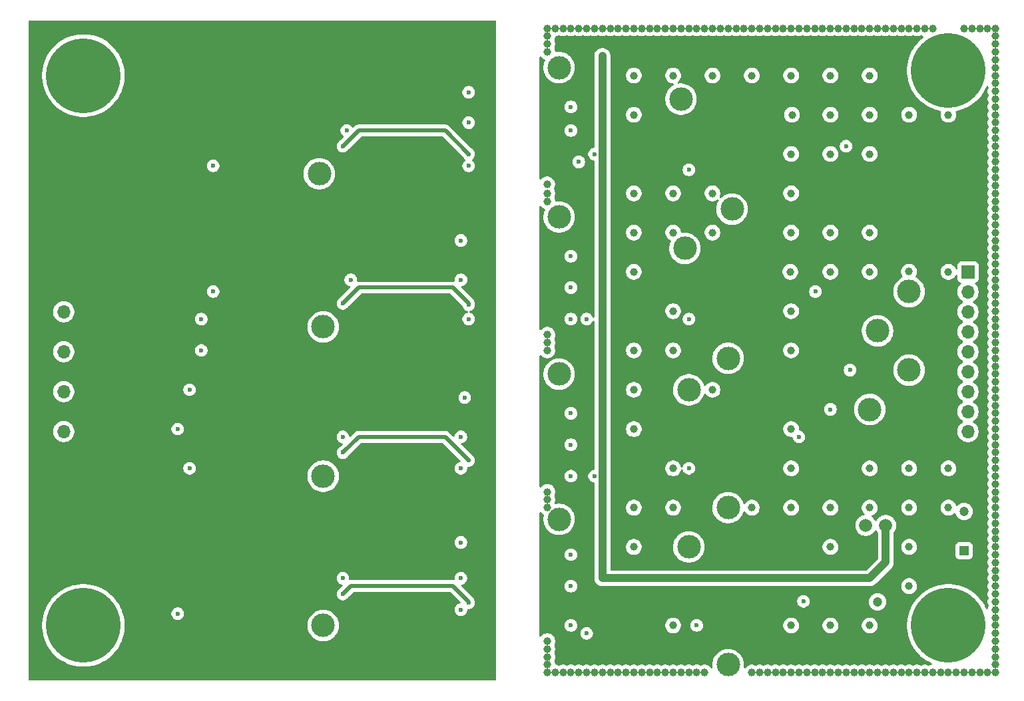
<source format=gbr>
%TF.GenerationSoftware,KiCad,Pcbnew,9.0.0*%
%TF.CreationDate,2025-04-30T17:51:34-07:00*%
%TF.ProjectId,IsolatedVoltageSensor,49736f6c-6174-4656-9456-6f6c74616765,rev?*%
%TF.SameCoordinates,Original*%
%TF.FileFunction,Copper,L3,Inr*%
%TF.FilePolarity,Positive*%
%FSLAX46Y46*%
G04 Gerber Fmt 4.6, Leading zero omitted, Abs format (unit mm)*
G04 Created by KiCad (PCBNEW 9.0.0) date 2025-04-30 17:51:34*
%MOMM*%
%LPD*%
G01*
G04 APERTURE LIST*
%TA.AperFunction,ComponentPad*%
%ADD10R,1.665000X1.665000*%
%TD*%
%TA.AperFunction,ComponentPad*%
%ADD11C,1.665000*%
%TD*%
%TA.AperFunction,ComponentPad*%
%ADD12C,9.500000*%
%TD*%
%TA.AperFunction,ComponentPad*%
%ADD13C,3.000000*%
%TD*%
%TA.AperFunction,ComponentPad*%
%ADD14R,1.200000X1.200000*%
%TD*%
%TA.AperFunction,ComponentPad*%
%ADD15C,1.200000*%
%TD*%
%TA.AperFunction,ComponentPad*%
%ADD16R,1.700000X1.700000*%
%TD*%
%TA.AperFunction,ComponentPad*%
%ADD17O,1.700000X1.700000*%
%TD*%
%TA.AperFunction,ViaPad*%
%ADD18C,1.000000*%
%TD*%
%TA.AperFunction,ViaPad*%
%ADD19C,0.600000*%
%TD*%
%TA.AperFunction,ViaPad*%
%ADD20C,0.800000*%
%TD*%
%TA.AperFunction,Conductor*%
%ADD21C,0.500000*%
%TD*%
%TA.AperFunction,Conductor*%
%ADD22C,1.000000*%
%TD*%
G04 APERTURE END LIST*
D10*
%TO.N,+5V*%
%TO.C,PS1*%
X191960000Y-122275000D03*
D11*
%TO.N,GND*%
X194500000Y-122275000D03*
%TO.N,+3.3V*%
X197040000Y-122275000D03*
%TD*%
D12*
%TO.N,unconnected-(H4-Pad1)*%
%TO.C,H4*%
X95000000Y-135000000D03*
%TD*%
D13*
%TO.N,Net-(AT4-OUTP)*%
%TO.C,TP18*%
X171000000Y-68000000D03*
%TD*%
%TO.N,GND*%
%TO.C,TP22*%
X155500000Y-103000000D03*
%TD*%
%TO.N,GNDPWR*%
%TO.C,TP11*%
X145000000Y-103000000D03*
%TD*%
%TO.N,Net-(IC2--IN)*%
%TO.C,TP10*%
X177000000Y-120000000D03*
%TD*%
%TO.N,Net-(AT2-OUTP)*%
%TO.C,TP8*%
X172000000Y-105000000D03*
%TD*%
%TO.N,Net-(IC1--IN)*%
%TO.C,TP5*%
X177000000Y-140000000D03*
%TD*%
%TO.N,Net-(AT1-OUTP)*%
%TO.C,TP3*%
X172000000Y-125000000D03*
%TD*%
%TO.N,Net-(AT1-INP)*%
%TO.C,TP2*%
X125500000Y-135000000D03*
%TD*%
%TO.N,PHASE_V_ISOLATED_VSENSE*%
%TO.C,TP14*%
X196000000Y-97500000D03*
%TD*%
D14*
%TO.N,+5V*%
%TO.C,C1*%
X191000000Y-132000000D03*
D15*
%TO.N,GND*%
X196000000Y-132000000D03*
%TD*%
D13*
%TO.N,GNDPWR*%
%TO.C,TP1*%
X145000000Y-64000000D03*
%TD*%
%TO.N,GNDPWR*%
%TO.C,TP16*%
X145000000Y-121000000D03*
%TD*%
%TO.N,Net-(AT4-INP)*%
%TO.C,TP17*%
X125000000Y-77500000D03*
%TD*%
%TO.N,Net-(IC11--IN)*%
%TO.C,TP15*%
X177000000Y-101000000D03*
%TD*%
%TO.N,GNDPWR*%
%TO.C,TP6*%
X145000000Y-83000000D03*
%TD*%
%TO.N,GND*%
%TO.C,TP23*%
X155500000Y-83000000D03*
%TD*%
D12*
%TO.N,unconnected-(H2-Pad1)*%
%TO.C,H2*%
X205000000Y-135000000D03*
%TD*%
D13*
%TO.N,GND*%
%TO.C,TP24*%
X155500000Y-64000000D03*
%TD*%
%TO.N,Net-(IC12--IN)*%
%TO.C,TP20*%
X177500000Y-82000000D03*
%TD*%
D12*
%TO.N,unconnected-(H3-Pad1)*%
%TO.C,H3*%
X95000000Y-65000000D03*
%TD*%
D13*
%TO.N,GND*%
%TO.C,TP21*%
X155500000Y-121500000D03*
%TD*%
%TO.N,DC_LINK_BUS_ISOLATED_VSENSE*%
%TO.C,TP4*%
X195000000Y-107500000D03*
%TD*%
%TO.N,Net-(AT2-INP)*%
%TO.C,TP7*%
X125500000Y-116000000D03*
%TD*%
D12*
%TO.N,unconnected-(H1-Pad1)*%
%TO.C,H1*%
X205000000Y-64350000D03*
%TD*%
D13*
%TO.N,Net-(AT3-INP)*%
%TO.C,TP12*%
X125500000Y-97000000D03*
%TD*%
%TO.N,Net-(AT3-OUTP)*%
%TO.C,TP13*%
X171500000Y-87000000D03*
%TD*%
D14*
%TO.N,+3.3V*%
%TO.C,C4*%
X207000000Y-125500000D03*
D15*
%TO.N,GND*%
X207000000Y-120500000D03*
%TD*%
D13*
%TO.N,PHASE_U_ISOLATED_VSENSE*%
%TO.C,TP9*%
X200000000Y-92500000D03*
%TD*%
%TO.N,PHASE_W_ISOLATED_VSENSE*%
%TO.C,TP19*%
X200000000Y-102500000D03*
%TD*%
D16*
%TO.N,GNDPWR*%
%TO.C,J1*%
X92500000Y-90000000D03*
D17*
X92500000Y-92540000D03*
%TO.N,PHASE_W_VSENSE*%
X92500000Y-95080000D03*
%TO.N,GNDPWR*%
X92500000Y-97620000D03*
%TO.N,PHASE_V_VSENSE*%
X92500000Y-100160000D03*
%TO.N,GNDPWR*%
X92500000Y-102700000D03*
%TO.N,PHASE_U_VSENSE*%
X92500000Y-105240000D03*
%TO.N,GNDPWR*%
X92500000Y-107780000D03*
%TO.N,DC_LINK_BUS_VSENSE*%
X92500000Y-110320000D03*
%TO.N,GNDPWR*%
X92500000Y-112860000D03*
%TD*%
D16*
%TO.N,GND*%
%TO.C,J2*%
X207500000Y-90000000D03*
D17*
%TO.N,PHASE_U_ISOLATED_VSENSE*%
X207500000Y-92540000D03*
%TO.N,GND*%
X207500000Y-95080000D03*
%TO.N,PHASE_V_ISOLATED_VSENSE*%
X207500000Y-97620000D03*
%TO.N,GND*%
X207500000Y-100160000D03*
%TO.N,PHASE_W_ISOLATED_VSENSE*%
X207500000Y-102700000D03*
%TO.N,GND*%
X207500000Y-105240000D03*
%TO.N,DC_LINK_BUS_ISOLATED_VSENSE*%
X207500000Y-107780000D03*
%TO.N,GND*%
X207500000Y-110320000D03*
%TO.N,+5V*%
X207500000Y-112860000D03*
%TD*%
D18*
%TO.N,GNDPWR*%
X105000000Y-92500000D03*
X105000000Y-90000000D03*
X95000000Y-90000000D03*
X95000000Y-92500000D03*
X105000000Y-97500000D03*
X95000000Y-97500000D03*
X105000000Y-102500000D03*
X95000000Y-102500000D03*
X105000000Y-107023096D03*
X95000000Y-107500000D03*
D19*
%TO.N,+5V*%
X185000000Y-67500000D03*
X185000000Y-87000000D03*
X185000000Y-125500000D03*
X184000000Y-103000000D03*
%TO.N,Net-(AT1-DCDC_IN)*%
X157000000Y-130000000D03*
X159000000Y-136000000D03*
X157000000Y-126000000D03*
D18*
%TO.N,GNDPWR*%
X93000000Y-59000000D03*
X90000000Y-141000000D03*
X89000000Y-136000000D03*
X125000000Y-125000000D03*
X132000000Y-59000000D03*
X118000000Y-59000000D03*
X97000000Y-59000000D03*
X110000000Y-125000000D03*
X89000000Y-111000000D03*
X89000000Y-120000000D03*
X134000000Y-141000000D03*
X120000000Y-141000000D03*
X89000000Y-63000000D03*
X109000000Y-141000000D03*
X89000000Y-82000000D03*
X147000000Y-100000000D03*
X89000000Y-98000000D03*
X89000000Y-85000000D03*
X89000000Y-81000000D03*
X117000000Y-141000000D03*
X89000000Y-121000000D03*
X89000000Y-126000000D03*
X95000000Y-120000000D03*
X89000000Y-115000000D03*
X135000000Y-100000000D03*
X101000000Y-141000000D03*
X146000000Y-59000000D03*
X125000000Y-105000000D03*
X95000000Y-141000000D03*
X89000000Y-140000000D03*
X121000000Y-141000000D03*
X95000000Y-115000000D03*
X89000000Y-124000000D03*
X120000000Y-130000000D03*
X110000000Y-59000000D03*
X147000000Y-99000000D03*
X143000000Y-59000000D03*
X128000000Y-59000000D03*
X145000000Y-80000000D03*
X110000000Y-80000000D03*
X115000000Y-59000000D03*
X89000000Y-125000000D03*
X105000000Y-85000000D03*
X147000000Y-101000000D03*
X115000000Y-125000000D03*
X100000000Y-85000000D03*
X89000000Y-117000000D03*
X147000000Y-62000000D03*
X89000000Y-118000000D03*
X89000000Y-130000000D03*
X132000000Y-141000000D03*
X140000000Y-59000000D03*
X147000000Y-117000000D03*
X110000000Y-120000000D03*
X89000000Y-138000000D03*
X107000000Y-141000000D03*
X147000000Y-98000000D03*
X127000000Y-59000000D03*
X89000000Y-92000000D03*
X115000000Y-85000000D03*
X103000000Y-141000000D03*
X104000000Y-59000000D03*
X108000000Y-141000000D03*
X125000000Y-120000000D03*
X120000000Y-85000000D03*
X105000000Y-70000000D03*
X115000000Y-105000000D03*
X96000000Y-141000000D03*
X147000000Y-59000000D03*
X89000000Y-89000000D03*
X89000000Y-62000000D03*
X95000000Y-85000000D03*
X94000000Y-59000000D03*
X113000000Y-141000000D03*
X105000000Y-65000000D03*
X89000000Y-107000000D03*
X125000000Y-100000000D03*
X110000000Y-130000000D03*
X142000000Y-141000000D03*
X89000000Y-103000000D03*
X94000000Y-141000000D03*
X111000000Y-141000000D03*
X89000000Y-78000000D03*
X124000000Y-59000000D03*
X122000000Y-141000000D03*
X89000000Y-106000000D03*
X89000000Y-116000000D03*
X89000000Y-87000000D03*
X95000000Y-125000000D03*
X109000000Y-59000000D03*
X121000000Y-59000000D03*
X100000000Y-115000000D03*
X135000000Y-59000000D03*
X89000000Y-69000000D03*
X105000000Y-59000000D03*
X106000000Y-141000000D03*
X147000000Y-119000000D03*
X141000000Y-141000000D03*
X93000000Y-141000000D03*
X129000000Y-141000000D03*
X115000000Y-80000000D03*
X100000000Y-59000000D03*
X120000000Y-65000000D03*
X89000000Y-73000000D03*
X111000000Y-59000000D03*
X115000000Y-141000000D03*
X147000000Y-137000000D03*
X108000000Y-59000000D03*
X147000000Y-80000000D03*
X89000000Y-105000000D03*
X91000000Y-141000000D03*
X128000000Y-141000000D03*
X101000000Y-59000000D03*
X147000000Y-118000000D03*
X89000000Y-100000000D03*
X92000000Y-59000000D03*
X123000000Y-141000000D03*
X89000000Y-59000000D03*
X118000000Y-141000000D03*
X120000000Y-59000000D03*
X89000000Y-64000000D03*
X137000000Y-59000000D03*
X89000000Y-97000000D03*
X122000000Y-59000000D03*
X126000000Y-59000000D03*
X89000000Y-132000000D03*
X89000000Y-108000000D03*
X89000000Y-75000000D03*
X102000000Y-59000000D03*
X125000000Y-141000000D03*
X104000000Y-141000000D03*
X147000000Y-78000000D03*
X146000000Y-141000000D03*
X89000000Y-102000000D03*
X142000000Y-59000000D03*
X89000000Y-86000000D03*
X89000000Y-65000000D03*
X133000000Y-59000000D03*
X145000000Y-100000000D03*
X89000000Y-61000000D03*
X115000000Y-120000000D03*
X147000000Y-81000000D03*
X89000000Y-137000000D03*
X130000000Y-120000000D03*
X113000000Y-59000000D03*
X129000000Y-59000000D03*
X110000000Y-65000000D03*
X89000000Y-84000000D03*
X115000000Y-110000000D03*
X147000000Y-97000000D03*
X136000000Y-141000000D03*
X89000000Y-95000000D03*
X89000000Y-93000000D03*
X145000000Y-59000000D03*
X89000000Y-94000000D03*
X95000000Y-80000000D03*
X130000000Y-141000000D03*
X89000000Y-80000000D03*
X89000000Y-88000000D03*
X115000000Y-65000000D03*
X89000000Y-134000000D03*
X103000000Y-59000000D03*
X100000000Y-120000000D03*
X125000000Y-65000000D03*
X105000000Y-130000000D03*
X115000000Y-130000000D03*
X89000000Y-128000000D03*
X130000000Y-80000000D03*
X125000000Y-59000000D03*
X115000000Y-135000000D03*
X110000000Y-70000000D03*
X105000000Y-135000000D03*
X89000000Y-133000000D03*
X147000000Y-138000000D03*
X136000000Y-59000000D03*
X89000000Y-60000000D03*
X115000000Y-100000000D03*
X102000000Y-141000000D03*
X112000000Y-141000000D03*
X110000000Y-141000000D03*
X135000000Y-141000000D03*
X124000000Y-141000000D03*
X115000000Y-70000000D03*
X140000000Y-100000000D03*
X89000000Y-91000000D03*
X89000000Y-68000000D03*
X119000000Y-59000000D03*
X144000000Y-59000000D03*
X90000000Y-59000000D03*
X89000000Y-101000000D03*
X130000000Y-59000000D03*
X133000000Y-141000000D03*
X100000000Y-141000000D03*
X145000000Y-141000000D03*
X89000000Y-74000000D03*
X105000000Y-125000000D03*
X140000000Y-141000000D03*
X100000000Y-130000000D03*
X126000000Y-141000000D03*
X147000000Y-60000000D03*
X89000000Y-127000000D03*
X89000000Y-71000000D03*
X89000000Y-123000000D03*
X99000000Y-141000000D03*
X89000000Y-135000000D03*
X91000000Y-59000000D03*
X140000000Y-80000000D03*
X147000000Y-136000000D03*
X89000000Y-90000000D03*
X130000000Y-65000000D03*
X100000000Y-70000000D03*
X114000000Y-59000000D03*
X89000000Y-96000000D03*
X131000000Y-141000000D03*
X89000000Y-139000000D03*
X89000000Y-114000000D03*
X96000000Y-59000000D03*
X139000000Y-59000000D03*
X105000000Y-120000000D03*
X89000000Y-119000000D03*
X147000000Y-139000000D03*
X89000000Y-129000000D03*
X116000000Y-59000000D03*
X120000000Y-75000000D03*
X99000000Y-59000000D03*
X147000000Y-61000000D03*
X141000000Y-59000000D03*
X110000000Y-85000000D03*
X139000000Y-141000000D03*
X95000000Y-75000000D03*
X89000000Y-76000000D03*
X98000000Y-141000000D03*
X97000000Y-141000000D03*
X106000000Y-59000000D03*
X105000000Y-115000000D03*
X125000000Y-85000000D03*
X100000000Y-80000000D03*
X89000000Y-131000000D03*
X147000000Y-141000000D03*
X89000000Y-122000000D03*
X135000000Y-120000000D03*
X143000000Y-141000000D03*
X89000000Y-77000000D03*
X119000000Y-141000000D03*
X137000000Y-141000000D03*
X89000000Y-113000000D03*
X89000000Y-104000000D03*
X98000000Y-59000000D03*
X135000000Y-80000000D03*
X130000000Y-100000000D03*
X89000000Y-112000000D03*
X120000000Y-90000000D03*
X89000000Y-79000000D03*
X147000000Y-79000000D03*
X134000000Y-59000000D03*
X120000000Y-80000000D03*
X105000000Y-80000000D03*
X144000000Y-141000000D03*
X89000000Y-110000000D03*
X100000000Y-125000000D03*
X123000000Y-59000000D03*
X131000000Y-59000000D03*
X89000000Y-70000000D03*
X89000000Y-66000000D03*
X95000000Y-59000000D03*
X105000000Y-141000000D03*
X89000000Y-67000000D03*
X112000000Y-59000000D03*
X89000000Y-109000000D03*
X147000000Y-140000000D03*
X115000000Y-90000000D03*
X92000000Y-141000000D03*
X138000000Y-141000000D03*
X89000000Y-83000000D03*
X140000000Y-120000000D03*
X117000000Y-59000000D03*
X89000000Y-72000000D03*
X138000000Y-59000000D03*
X107000000Y-59000000D03*
X116000000Y-141000000D03*
X89000000Y-141000000D03*
X89000000Y-99000000D03*
X127000000Y-141000000D03*
X105000000Y-75000000D03*
X100000000Y-75000000D03*
X114000000Y-141000000D03*
D19*
%TO.N,Net-(AT1-INN)*%
X143000000Y-133000000D03*
X128000000Y-129000000D03*
%TO.N,Net-(AT1-OUTN)*%
X173000000Y-135000000D03*
X157000000Y-135000000D03*
D18*
%TO.N,GND*%
X195000000Y-59000000D03*
X179000000Y-59000000D03*
X211000000Y-121000000D03*
X211000000Y-76000000D03*
X185000000Y-80000000D03*
X190000000Y-85000000D03*
X191000000Y-141000000D03*
X190000000Y-120000000D03*
X175000000Y-59000000D03*
X165000000Y-105000000D03*
X200000000Y-120000000D03*
X190000000Y-75000000D03*
X175000000Y-80000000D03*
X185000000Y-95000000D03*
X211000000Y-72000000D03*
X155000000Y-141000000D03*
X167000000Y-141000000D03*
X165000000Y-100000000D03*
X171000000Y-141000000D03*
X154000000Y-141000000D03*
X154000000Y-98000000D03*
X154000000Y-119000000D03*
X202000000Y-59000000D03*
X211000000Y-109000000D03*
X211000000Y-64000000D03*
X184901431Y-89995688D03*
X173000000Y-59000000D03*
X170000000Y-65000000D03*
X207000000Y-59000000D03*
X211000000Y-99000000D03*
X195000000Y-90000000D03*
X211000000Y-132000000D03*
X211000000Y-68000000D03*
X166000000Y-59000000D03*
X170000000Y-135000000D03*
X175000000Y-85000000D03*
X205000000Y-90000000D03*
X208000000Y-141000000D03*
X184000000Y-59000000D03*
X170000000Y-141000000D03*
X211000000Y-85000000D03*
X154000000Y-140000000D03*
X165000000Y-70000000D03*
X195000000Y-65000000D03*
X211000000Y-117000000D03*
X154000000Y-80000000D03*
X211000000Y-123000000D03*
X211000000Y-124000000D03*
X211000000Y-138000000D03*
X205000000Y-120000000D03*
X165000000Y-110000000D03*
X174000000Y-59000000D03*
X195000000Y-85000000D03*
X208000000Y-59000000D03*
X190000000Y-135000000D03*
X211000000Y-128000000D03*
X211000000Y-94000000D03*
X182000000Y-59000000D03*
X187000000Y-59000000D03*
X185000000Y-59000000D03*
X207000000Y-141000000D03*
X185000000Y-100000000D03*
X185000000Y-141000000D03*
X165000000Y-59000000D03*
X201000000Y-59000000D03*
X211000000Y-136000000D03*
X154000000Y-62000000D03*
X168000000Y-141000000D03*
X211000000Y-111000000D03*
X211000000Y-114000000D03*
X160000000Y-141000000D03*
X194000000Y-59000000D03*
X165000000Y-120000000D03*
X203000000Y-59000000D03*
X211000000Y-82000000D03*
X162000000Y-59000000D03*
X211000000Y-96000000D03*
X197000000Y-141000000D03*
X199988756Y-89968890D03*
X198000000Y-141000000D03*
X154000000Y-61000000D03*
X211000000Y-86000000D03*
X211000000Y-118000000D03*
X154000000Y-100000000D03*
X175000000Y-65000000D03*
X210000000Y-141000000D03*
X185000000Y-110000000D03*
X190000000Y-70000000D03*
X154000000Y-60000000D03*
X195000000Y-70000000D03*
X211000000Y-60000000D03*
X211000000Y-90000000D03*
X170000000Y-100000000D03*
X157000000Y-141000000D03*
X204000000Y-141000000D03*
X200000000Y-141000000D03*
X211000000Y-125000000D03*
X169000000Y-141000000D03*
X165000000Y-90000000D03*
X200000000Y-115000000D03*
X154000000Y-138000000D03*
X165000000Y-80000000D03*
X189000000Y-141000000D03*
X158000000Y-141000000D03*
X176000000Y-59000000D03*
X154000000Y-139000000D03*
X185000000Y-115000000D03*
X200000000Y-59000000D03*
X211000000Y-61000000D03*
X185000000Y-75000000D03*
X202000000Y-141000000D03*
X185000000Y-120000000D03*
X192000000Y-141000000D03*
X154000000Y-59000000D03*
X180000000Y-141000000D03*
X173000000Y-141000000D03*
X200000000Y-125000000D03*
X211000000Y-103000000D03*
X186000000Y-141000000D03*
X211000000Y-78000000D03*
X211000000Y-135000000D03*
X205000000Y-115000000D03*
X154000000Y-120000000D03*
X211000000Y-77000000D03*
X163000000Y-141000000D03*
X211000000Y-84000000D03*
X211000000Y-75000000D03*
X188000000Y-141000000D03*
X211000000Y-95000000D03*
X183000000Y-141000000D03*
X170000000Y-120000000D03*
X165000000Y-65000000D03*
X156000000Y-141000000D03*
X196000000Y-141000000D03*
X181000000Y-59000000D03*
X161000000Y-141000000D03*
X187000000Y-141000000D03*
X165000000Y-125000000D03*
X159000000Y-59000000D03*
X211000000Y-97000000D03*
X195000000Y-115000000D03*
X211000000Y-141000000D03*
X172000000Y-59000000D03*
X211000000Y-120000000D03*
X163000000Y-59000000D03*
X209000000Y-141000000D03*
X184000000Y-141000000D03*
X211000000Y-88000000D03*
X211000000Y-116000000D03*
X211000000Y-106000000D03*
X158000000Y-59000000D03*
X155000000Y-59000000D03*
X211000000Y-80000000D03*
X185000000Y-65000000D03*
X200000000Y-130000000D03*
X211000000Y-79000000D03*
X211000000Y-89000000D03*
X211000000Y-100000000D03*
X211000000Y-83000000D03*
X211000000Y-129000000D03*
X186000000Y-59000000D03*
X211000000Y-69000000D03*
X185000000Y-135000000D03*
X200000000Y-70000000D03*
X170000000Y-59000000D03*
X174000000Y-141000000D03*
X203000000Y-141000000D03*
X165000000Y-85000000D03*
X195000000Y-120000000D03*
X190000000Y-90000000D03*
X175000000Y-105000000D03*
X160000000Y-59000000D03*
X211000000Y-107000000D03*
X195000000Y-141000000D03*
X211000000Y-127000000D03*
X211000000Y-87000000D03*
X185113075Y-69999999D03*
X195000000Y-135000000D03*
X211000000Y-65000000D03*
X211000000Y-62000000D03*
X171000000Y-59000000D03*
X199000000Y-141000000D03*
X195000000Y-75000000D03*
X199000000Y-59000000D03*
X211000000Y-92000000D03*
X153987076Y-78853828D03*
X154000000Y-118000000D03*
X211000000Y-140000000D03*
X211000000Y-70000000D03*
X210000000Y-59000000D03*
X211000000Y-108000000D03*
X211000000Y-73000000D03*
X194000000Y-141000000D03*
X185000000Y-85000000D03*
X211000000Y-67000000D03*
X157000000Y-59000000D03*
X211000000Y-131000000D03*
X190000000Y-59000000D03*
X165000000Y-141000000D03*
X156000000Y-59000000D03*
X190000000Y-65000000D03*
X166000000Y-141000000D03*
X211000000Y-59000000D03*
X154000000Y-81000000D03*
X201000000Y-141000000D03*
X180000000Y-120000000D03*
X211000000Y-98000000D03*
X170000000Y-115000000D03*
X193000000Y-141000000D03*
X170000000Y-95000000D03*
X211000000Y-104000000D03*
X211000000Y-66000000D03*
X205000000Y-70000000D03*
X177000000Y-59000000D03*
X211000000Y-113000000D03*
X211000000Y-122000000D03*
X211000000Y-130000000D03*
X190000000Y-141000000D03*
X211000000Y-134000000D03*
X162000000Y-141000000D03*
X211000000Y-102000000D03*
X154000000Y-99000000D03*
X181000000Y-141000000D03*
X211000000Y-74000000D03*
X205000000Y-141000000D03*
X170000000Y-85000000D03*
X211000000Y-133000000D03*
X164000000Y-141000000D03*
X211000000Y-119000000D03*
X197000000Y-59000000D03*
X192000000Y-59000000D03*
X211000000Y-110000000D03*
X183000000Y-59000000D03*
X211000000Y-112000000D03*
X211000000Y-126000000D03*
X172000000Y-141000000D03*
X211000000Y-115000000D03*
X182000000Y-141000000D03*
X209000000Y-59000000D03*
X211000000Y-101000000D03*
X198000000Y-59000000D03*
X180000000Y-59000000D03*
X188000000Y-59000000D03*
X167000000Y-59000000D03*
X211000000Y-91000000D03*
X154000000Y-137000000D03*
X211000000Y-71000000D03*
X164000000Y-59000000D03*
X180000000Y-65000000D03*
X170000000Y-80000000D03*
X191000000Y-59000000D03*
X211000000Y-139000000D03*
X196000000Y-59000000D03*
X193000000Y-59000000D03*
X211000000Y-81000000D03*
X168000000Y-59000000D03*
X211000000Y-105000000D03*
X159000000Y-141000000D03*
X161000000Y-59000000D03*
X206000000Y-141000000D03*
X211000000Y-63000000D03*
X189000000Y-59000000D03*
X169000000Y-59000000D03*
X190000000Y-125000000D03*
X178000000Y-59000000D03*
X211000000Y-137000000D03*
X211000000Y-93000000D03*
D19*
%TO.N,Net-(AT1-DCDC_OUT)*%
X143000000Y-129000000D03*
X143000000Y-124437500D03*
%TO.N,Net-(AT1-INP)*%
X144000000Y-132125000D03*
X128000000Y-131000000D03*
%TO.N,Net-(AT2-INN)*%
X128000000Y-111000000D03*
X143000000Y-115000000D03*
%TO.N,Net-(AT2-DCDC_IN)*%
X157000000Y-108000000D03*
X157000000Y-112000000D03*
X160000000Y-116000000D03*
%TO.N,Net-(AT2-INP)*%
X128000000Y-113000000D03*
X144000000Y-114000000D03*
%TO.N,Net-(AT2-OUTN)*%
X172000000Y-115000000D03*
X157000000Y-116000000D03*
%TO.N,Net-(AT2-DCDC_OUT)*%
X143495000Y-106000000D03*
X143000000Y-111000000D03*
%TO.N,Net-(AT3-INP)*%
X144000000Y-94187500D03*
X128000000Y-94000000D03*
%TO.N,Net-(AT3-DCDC_IN)*%
X157000000Y-92000000D03*
X159000000Y-96000000D03*
X157000000Y-88000000D03*
%TO.N,Net-(AT3-DCDC_OUT)*%
X143027781Y-91000000D03*
X143000000Y-86000000D03*
%TO.N,Net-(AT3-INN)*%
X144000000Y-96000000D03*
X129000000Y-91000000D03*
%TO.N,Net-(AT3-OUTN)*%
X157000000Y-96000000D03*
X172000000Y-96000000D03*
%TO.N,Net-(AT4-INP)*%
X128000000Y-74000000D03*
X144000000Y-75000000D03*
%TO.N,Net-(AT4-OUTN)*%
X158000000Y-76000000D03*
X172000000Y-77000000D03*
%TO.N,Net-(AT4-DCDC_OUT)*%
X144000000Y-67140000D03*
X144000000Y-71000000D03*
%TO.N,Net-(AT4-DCDC_IN)*%
X160000000Y-75000000D03*
X157000000Y-69000000D03*
X157000000Y-72000000D03*
%TO.N,Net-(AT4-INN)*%
X144000000Y-76500000D03*
X128500000Y-72000000D03*
%TO.N,DC_LINK_BUS_ISOLATED_VSENSE*%
X186565557Y-131934443D03*
X190000000Y-107500000D03*
%TO.N,PHASE_U_ISOLATED_VSENSE*%
X188089173Y-92500000D03*
X186000000Y-111000000D03*
%TO.N,PHASE_W_ISOLATED_VSENSE*%
X192000000Y-74000000D03*
X192500000Y-102500000D03*
%TO.N,PHASE_V_VSENSE*%
X110000000Y-96000000D03*
X110000000Y-100000000D03*
%TO.N,PHASE_U_VSENSE*%
X108500000Y-115000000D03*
X108500000Y-105000000D03*
%TO.N,DC_LINK_BUS_VSENSE*%
X107000000Y-110000000D03*
X107000000Y-133500000D03*
%TO.N,PHASE_W_VSENSE*%
X111500000Y-92500000D03*
X111500000Y-76500000D03*
D20*
%TO.N,+3.3V*%
X161000000Y-63000000D03*
D19*
X161000000Y-86500000D03*
X161000000Y-106500000D03*
X161000000Y-126500000D03*
%TD*%
D21*
%TO.N,Net-(AT1-INP)*%
X144000000Y-132125000D02*
X144000000Y-132000000D01*
X129000000Y-130000000D02*
X128000000Y-131000000D01*
X142000000Y-130000000D02*
X129000000Y-130000000D01*
X144000000Y-132000000D02*
X142000000Y-130000000D01*
%TO.N,Net-(AT2-INP)*%
X144000000Y-114000000D02*
X141000000Y-111000000D01*
X130000000Y-111000000D02*
X128000000Y-113000000D01*
X141000000Y-111000000D02*
X130000000Y-111000000D01*
%TO.N,Net-(AT3-INP)*%
X144000000Y-94187500D02*
X144000000Y-94000000D01*
X144000000Y-94000000D02*
X142000000Y-92000000D01*
X142000000Y-92000000D02*
X130000000Y-92000000D01*
X130000000Y-92000000D02*
X128000000Y-94000000D01*
%TO.N,Net-(AT4-INP)*%
X141000000Y-72000000D02*
X130000000Y-72000000D01*
X130000000Y-72000000D02*
X128000000Y-74000000D01*
X144000000Y-75000000D02*
X141000000Y-72000000D01*
D22*
%TO.N,+3.3V*%
X195000000Y-129000000D02*
X161000000Y-129000000D01*
X161000000Y-86500000D02*
X161000000Y-62500000D01*
X161000000Y-126500000D02*
X161000000Y-106500000D01*
X197040000Y-126960000D02*
X195000000Y-129000000D01*
X197040000Y-122275000D02*
X197040000Y-126960000D01*
X161000000Y-129000000D02*
X161000000Y-126500000D01*
X161000000Y-106500000D02*
X161000000Y-86500000D01*
%TD*%
%TA.AperFunction,Conductor*%
%TO.N,GNDPWR*%
G36*
X147443039Y-58020185D02*
G01*
X147488794Y-58072989D01*
X147500000Y-58124500D01*
X147500000Y-141875500D01*
X147480315Y-141942539D01*
X147427511Y-141988294D01*
X147376000Y-141999500D01*
X88124500Y-141999500D01*
X88057461Y-141979815D01*
X88011706Y-141927011D01*
X88000500Y-141875500D01*
X88000500Y-134770756D01*
X89749500Y-134770756D01*
X89749500Y-135229243D01*
X89789460Y-135685985D01*
X89789460Y-135685987D01*
X89864896Y-136113803D01*
X89869074Y-136137499D01*
X89987739Y-136580360D01*
X89987742Y-136580370D01*
X89987743Y-136580371D01*
X90144546Y-137011189D01*
X90144550Y-137011199D01*
X90338308Y-137426711D01*
X90338313Y-137426721D01*
X90567555Y-137823779D01*
X90567559Y-137823785D01*
X90567566Y-137823796D01*
X90830530Y-138199348D01*
X91043544Y-138453208D01*
X91125237Y-138550566D01*
X91449434Y-138874763D01*
X91595469Y-138997301D01*
X91800651Y-139169469D01*
X92176203Y-139432433D01*
X92176210Y-139432437D01*
X92176221Y-139432445D01*
X92573279Y-139661687D01*
X92573288Y-139661691D01*
X92988800Y-139855449D01*
X92988810Y-139855453D01*
X93188060Y-139927973D01*
X93419640Y-140012261D01*
X93862501Y-140130926D01*
X94314019Y-140210540D01*
X94770756Y-140250499D01*
X94770757Y-140250500D01*
X94770758Y-140250500D01*
X95229243Y-140250500D01*
X95229243Y-140250499D01*
X95685981Y-140210540D01*
X96137499Y-140130926D01*
X96580360Y-140012261D01*
X97011194Y-139855451D01*
X97011199Y-139855449D01*
X97149703Y-139790863D01*
X97426721Y-139661687D01*
X97823779Y-139432445D01*
X98199347Y-139169470D01*
X98550566Y-138874763D01*
X98874763Y-138550566D01*
X99169470Y-138199347D01*
X99432445Y-137823779D01*
X99661687Y-137426721D01*
X99855451Y-137011194D01*
X100012261Y-136580360D01*
X100130926Y-136137499D01*
X100210540Y-135685981D01*
X100250500Y-135229242D01*
X100250500Y-134868872D01*
X123499500Y-134868872D01*
X123499500Y-135131127D01*
X123512418Y-135229242D01*
X123533730Y-135391116D01*
X123601602Y-135644418D01*
X123601605Y-135644428D01*
X123701953Y-135886690D01*
X123701958Y-135886700D01*
X123833075Y-136113803D01*
X123992718Y-136321851D01*
X123992726Y-136321860D01*
X124178140Y-136507274D01*
X124178148Y-136507281D01*
X124386196Y-136666924D01*
X124613299Y-136798041D01*
X124613309Y-136798046D01*
X124855571Y-136898394D01*
X124855581Y-136898398D01*
X125108884Y-136966270D01*
X125368880Y-137000500D01*
X125368887Y-137000500D01*
X125631113Y-137000500D01*
X125631120Y-137000500D01*
X125891116Y-136966270D01*
X126144419Y-136898398D01*
X126386697Y-136798043D01*
X126613803Y-136666924D01*
X126821851Y-136507282D01*
X126821855Y-136507277D01*
X126821860Y-136507274D01*
X127007274Y-136321860D01*
X127007277Y-136321855D01*
X127007282Y-136321851D01*
X127166924Y-136113803D01*
X127298043Y-135886697D01*
X127398398Y-135644419D01*
X127466270Y-135391116D01*
X127500500Y-135131120D01*
X127500500Y-134868880D01*
X127466270Y-134608884D01*
X127398398Y-134355581D01*
X127398394Y-134355571D01*
X127298046Y-134113309D01*
X127298041Y-134113299D01*
X127166924Y-133886196D01*
X127007281Y-133678148D01*
X127007274Y-133678140D01*
X126821860Y-133492726D01*
X126821851Y-133492718D01*
X126613803Y-133333075D01*
X126386700Y-133201958D01*
X126386690Y-133201953D01*
X126144428Y-133101605D01*
X126144421Y-133101603D01*
X126144419Y-133101602D01*
X125891116Y-133033730D01*
X125833339Y-133026123D01*
X125631127Y-132999500D01*
X125631120Y-132999500D01*
X125368880Y-132999500D01*
X125368872Y-132999500D01*
X125137772Y-133029926D01*
X125108884Y-133033730D01*
X124940508Y-133078846D01*
X124855581Y-133101602D01*
X124855571Y-133101605D01*
X124613309Y-133201953D01*
X124613299Y-133201958D01*
X124386196Y-133333075D01*
X124178148Y-133492718D01*
X123992718Y-133678148D01*
X123833075Y-133886196D01*
X123701958Y-134113299D01*
X123701953Y-134113309D01*
X123601605Y-134355571D01*
X123601602Y-134355581D01*
X123533730Y-134608885D01*
X123499500Y-134868872D01*
X100250500Y-134868872D01*
X100250500Y-134770758D01*
X100210540Y-134314019D01*
X100130926Y-133862501D01*
X100012666Y-133421153D01*
X106199500Y-133421153D01*
X106199500Y-133578846D01*
X106230261Y-133733489D01*
X106230264Y-133733501D01*
X106290602Y-133879172D01*
X106290609Y-133879185D01*
X106378210Y-134010288D01*
X106378213Y-134010292D01*
X106489707Y-134121786D01*
X106489711Y-134121789D01*
X106620814Y-134209390D01*
X106620827Y-134209397D01*
X106766498Y-134269735D01*
X106766503Y-134269737D01*
X106921153Y-134300499D01*
X106921156Y-134300500D01*
X106921158Y-134300500D01*
X107078844Y-134300500D01*
X107078845Y-134300499D01*
X107233497Y-134269737D01*
X107379179Y-134209394D01*
X107510289Y-134121789D01*
X107621789Y-134010289D01*
X107709394Y-133879179D01*
X107716299Y-133862510D01*
X107741984Y-133800499D01*
X107769737Y-133733497D01*
X107800500Y-133578842D01*
X107800500Y-133421158D01*
X107800500Y-133421155D01*
X107800499Y-133421153D01*
X107769738Y-133266510D01*
X107769737Y-133266503D01*
X107743002Y-133201958D01*
X107709397Y-133120827D01*
X107709390Y-133120814D01*
X107621789Y-132989711D01*
X107621786Y-132989707D01*
X107510292Y-132878213D01*
X107510288Y-132878210D01*
X107379185Y-132790609D01*
X107379172Y-132790602D01*
X107233501Y-132730264D01*
X107233489Y-132730261D01*
X107078845Y-132699500D01*
X107078842Y-132699500D01*
X106921158Y-132699500D01*
X106921155Y-132699500D01*
X106766510Y-132730261D01*
X106766498Y-132730264D01*
X106620827Y-132790602D01*
X106620814Y-132790609D01*
X106489711Y-132878210D01*
X106489707Y-132878213D01*
X106378213Y-132989707D01*
X106378210Y-132989711D01*
X106290609Y-133120814D01*
X106290602Y-133120827D01*
X106230264Y-133266498D01*
X106230261Y-133266510D01*
X106199500Y-133421153D01*
X100012666Y-133421153D01*
X100012261Y-133419640D01*
X99927973Y-133188060D01*
X99855453Y-132988810D01*
X99855449Y-132988800D01*
X99661691Y-132573288D01*
X99661683Y-132573272D01*
X99613439Y-132489711D01*
X99432445Y-132176221D01*
X99432437Y-132176210D01*
X99432433Y-132176203D01*
X99169469Y-131800651D01*
X98874760Y-131449431D01*
X98550568Y-131125239D01*
X98199348Y-130830530D01*
X97823796Y-130567566D01*
X97823785Y-130567559D01*
X97823779Y-130567555D01*
X97495830Y-130378213D01*
X97426727Y-130338316D01*
X97426711Y-130338308D01*
X97011199Y-130144550D01*
X97011189Y-130144546D01*
X96580371Y-129987743D01*
X96580370Y-129987742D01*
X96580360Y-129987739D01*
X96194476Y-129884341D01*
X96137500Y-129869074D01*
X96137489Y-129869072D01*
X95685986Y-129789460D01*
X95229243Y-129749500D01*
X95229242Y-129749500D01*
X94770758Y-129749500D01*
X94770757Y-129749500D01*
X94314014Y-129789460D01*
X94314012Y-129789460D01*
X93862510Y-129869072D01*
X93862499Y-129869074D01*
X93625169Y-129932667D01*
X93419640Y-129987739D01*
X93419633Y-129987741D01*
X93419628Y-129987743D01*
X92988810Y-130144546D01*
X92988800Y-130144550D01*
X92573288Y-130338308D01*
X92573272Y-130338316D01*
X92176229Y-130567550D01*
X92176203Y-130567566D01*
X91800651Y-130830530D01*
X91449431Y-131125239D01*
X91125239Y-131449431D01*
X90830530Y-131800651D01*
X90567566Y-132176203D01*
X90567550Y-132176229D01*
X90338316Y-132573272D01*
X90338308Y-132573288D01*
X90144550Y-132988800D01*
X90144546Y-132988810D01*
X90002463Y-133379185D01*
X89987739Y-133419640D01*
X89980365Y-133447160D01*
X89869074Y-133862499D01*
X89869072Y-133862510D01*
X89789460Y-134314012D01*
X89789460Y-134314014D01*
X89749500Y-134770756D01*
X88000500Y-134770756D01*
X88000500Y-128921153D01*
X127199500Y-128921153D01*
X127199500Y-129078846D01*
X127230261Y-129233489D01*
X127230264Y-129233501D01*
X127290602Y-129379172D01*
X127290609Y-129379185D01*
X127378210Y-129510288D01*
X127378213Y-129510292D01*
X127489707Y-129621786D01*
X127489711Y-129621789D01*
X127620814Y-129709390D01*
X127620827Y-129709397D01*
X127717646Y-129749500D01*
X127766503Y-129769737D01*
X127808128Y-129778016D01*
X127874602Y-129791240D01*
X127936513Y-129823625D01*
X127971088Y-129884341D01*
X127967348Y-129954110D01*
X127938092Y-130000538D01*
X127684703Y-130253927D01*
X127644480Y-130280805D01*
X127620819Y-130290606D01*
X127620818Y-130290607D01*
X127489715Y-130378207D01*
X127489707Y-130378213D01*
X127378213Y-130489707D01*
X127378210Y-130489711D01*
X127290609Y-130620814D01*
X127290602Y-130620827D01*
X127230264Y-130766498D01*
X127230261Y-130766510D01*
X127199500Y-130921153D01*
X127199500Y-131078846D01*
X127230261Y-131233489D01*
X127230264Y-131233501D01*
X127290602Y-131379172D01*
X127290609Y-131379185D01*
X127378210Y-131510288D01*
X127378213Y-131510292D01*
X127489707Y-131621786D01*
X127489711Y-131621789D01*
X127620814Y-131709390D01*
X127620827Y-131709397D01*
X127708764Y-131745821D01*
X127766503Y-131769737D01*
X127921153Y-131800499D01*
X127921156Y-131800500D01*
X127921158Y-131800500D01*
X128078844Y-131800500D01*
X128078845Y-131800499D01*
X128233497Y-131769737D01*
X128379179Y-131709394D01*
X128510289Y-131621789D01*
X128621789Y-131510289D01*
X128709394Y-131379179D01*
X128719191Y-131355524D01*
X128746069Y-131315297D01*
X129274548Y-130786819D01*
X129335871Y-130753334D01*
X129362229Y-130750500D01*
X141637770Y-130750500D01*
X141704809Y-130770185D01*
X141725451Y-130786819D01*
X142388066Y-131449434D01*
X142938094Y-131999461D01*
X142971579Y-132060784D01*
X142966595Y-132130476D01*
X142924723Y-132186409D01*
X142874605Y-132208759D01*
X142766508Y-132230261D01*
X142766498Y-132230264D01*
X142620827Y-132290602D01*
X142620814Y-132290609D01*
X142489711Y-132378210D01*
X142489707Y-132378213D01*
X142378213Y-132489707D01*
X142378210Y-132489711D01*
X142290609Y-132620814D01*
X142290602Y-132620827D01*
X142230264Y-132766498D01*
X142230261Y-132766510D01*
X142199500Y-132921153D01*
X142199500Y-133078846D01*
X142230261Y-133233489D01*
X142230264Y-133233501D01*
X142290602Y-133379172D01*
X142290609Y-133379185D01*
X142378210Y-133510288D01*
X142378213Y-133510292D01*
X142489707Y-133621786D01*
X142489711Y-133621789D01*
X142620814Y-133709390D01*
X142620827Y-133709397D01*
X142766498Y-133769735D01*
X142766503Y-133769737D01*
X142921153Y-133800499D01*
X142921156Y-133800500D01*
X142921158Y-133800500D01*
X143078844Y-133800500D01*
X143078845Y-133800499D01*
X143233497Y-133769737D01*
X143379179Y-133709394D01*
X143510289Y-133621789D01*
X143621789Y-133510289D01*
X143709394Y-133379179D01*
X143769737Y-133233497D01*
X143800500Y-133078842D01*
X143800500Y-133049500D01*
X143820185Y-132982461D01*
X143872989Y-132936706D01*
X143924500Y-132925500D01*
X144078844Y-132925500D01*
X144078845Y-132925499D01*
X144233497Y-132894737D01*
X144379179Y-132834394D01*
X144510289Y-132746789D01*
X144621789Y-132635289D01*
X144709394Y-132504179D01*
X144715389Y-132489707D01*
X144761571Y-132378211D01*
X144769737Y-132358497D01*
X144800500Y-132203842D01*
X144800500Y-132046158D01*
X144800500Y-132046155D01*
X144800499Y-132046153D01*
X144769738Y-131891510D01*
X144769737Y-131891503D01*
X144719300Y-131769737D01*
X144709397Y-131745828D01*
X144709396Y-131745827D01*
X144709394Y-131745821D01*
X144709390Y-131745815D01*
X144706523Y-131740451D01*
X144706619Y-131740399D01*
X144698552Y-131725305D01*
X144665087Y-131644512D01*
X144665086Y-131644511D01*
X144665084Y-131644505D01*
X144582951Y-131521584D01*
X144478416Y-131417049D01*
X143811867Y-130750500D01*
X143061906Y-130000538D01*
X143028421Y-129939215D01*
X143033405Y-129869523D01*
X143075277Y-129813590D01*
X143125396Y-129791240D01*
X143155562Y-129785239D01*
X143233497Y-129769737D01*
X143379179Y-129709394D01*
X143510289Y-129621789D01*
X143621789Y-129510289D01*
X143709394Y-129379179D01*
X143769737Y-129233497D01*
X143800500Y-129078842D01*
X143800500Y-128921158D01*
X143800500Y-128921155D01*
X143800499Y-128921153D01*
X143769738Y-128766510D01*
X143769737Y-128766503D01*
X143769735Y-128766498D01*
X143709397Y-128620827D01*
X143709390Y-128620814D01*
X143621789Y-128489711D01*
X143621786Y-128489707D01*
X143510292Y-128378213D01*
X143510288Y-128378210D01*
X143379185Y-128290609D01*
X143379172Y-128290602D01*
X143233501Y-128230264D01*
X143233489Y-128230261D01*
X143078845Y-128199500D01*
X143078842Y-128199500D01*
X142921158Y-128199500D01*
X142921155Y-128199500D01*
X142766510Y-128230261D01*
X142766498Y-128230264D01*
X142620827Y-128290602D01*
X142620814Y-128290609D01*
X142489711Y-128378210D01*
X142489707Y-128378213D01*
X142378213Y-128489707D01*
X142378210Y-128489711D01*
X142290609Y-128620814D01*
X142290602Y-128620827D01*
X142230264Y-128766498D01*
X142230261Y-128766510D01*
X142199500Y-128921153D01*
X142199500Y-129078846D01*
X142204015Y-129101544D01*
X142197788Y-129171135D01*
X142154925Y-129226313D01*
X142089035Y-129249557D01*
X142080010Y-129249356D01*
X142080010Y-129249500D01*
X128919991Y-129249500D01*
X128919991Y-129247290D01*
X128861091Y-129236110D01*
X128810389Y-129188037D01*
X128793725Y-129120183D01*
X128795984Y-129101544D01*
X128800500Y-129078842D01*
X128800500Y-128921158D01*
X128800500Y-128921155D01*
X128800499Y-128921153D01*
X128769738Y-128766510D01*
X128769737Y-128766503D01*
X128769735Y-128766498D01*
X128709397Y-128620827D01*
X128709390Y-128620814D01*
X128621789Y-128489711D01*
X128621786Y-128489707D01*
X128510292Y-128378213D01*
X128510288Y-128378210D01*
X128379185Y-128290609D01*
X128379172Y-128290602D01*
X128233501Y-128230264D01*
X128233489Y-128230261D01*
X128078845Y-128199500D01*
X128078842Y-128199500D01*
X127921158Y-128199500D01*
X127921155Y-128199500D01*
X127766510Y-128230261D01*
X127766498Y-128230264D01*
X127620827Y-128290602D01*
X127620814Y-128290609D01*
X127489711Y-128378210D01*
X127489707Y-128378213D01*
X127378213Y-128489707D01*
X127378210Y-128489711D01*
X127290609Y-128620814D01*
X127290602Y-128620827D01*
X127230264Y-128766498D01*
X127230261Y-128766510D01*
X127199500Y-128921153D01*
X88000500Y-128921153D01*
X88000500Y-124358653D01*
X142199500Y-124358653D01*
X142199500Y-124516346D01*
X142230261Y-124670989D01*
X142230264Y-124671001D01*
X142290602Y-124816672D01*
X142290609Y-124816685D01*
X142378210Y-124947788D01*
X142378213Y-124947792D01*
X142489707Y-125059286D01*
X142489711Y-125059289D01*
X142620814Y-125146890D01*
X142620827Y-125146897D01*
X142766498Y-125207235D01*
X142766503Y-125207237D01*
X142921153Y-125237999D01*
X142921156Y-125238000D01*
X142921158Y-125238000D01*
X143078844Y-125238000D01*
X143078845Y-125237999D01*
X143233497Y-125207237D01*
X143379179Y-125146894D01*
X143510289Y-125059289D01*
X143621789Y-124947789D01*
X143709394Y-124816679D01*
X143769737Y-124670997D01*
X143800500Y-124516342D01*
X143800500Y-124358658D01*
X143800500Y-124358655D01*
X143800499Y-124358653D01*
X143769738Y-124204010D01*
X143769737Y-124204003D01*
X143769735Y-124203998D01*
X143709397Y-124058327D01*
X143709390Y-124058314D01*
X143621789Y-123927211D01*
X143621786Y-123927207D01*
X143510292Y-123815713D01*
X143510288Y-123815710D01*
X143379185Y-123728109D01*
X143379172Y-123728102D01*
X143233501Y-123667764D01*
X143233489Y-123667761D01*
X143078845Y-123637000D01*
X143078842Y-123637000D01*
X142921158Y-123637000D01*
X142921155Y-123637000D01*
X142766510Y-123667761D01*
X142766498Y-123667764D01*
X142620827Y-123728102D01*
X142620814Y-123728109D01*
X142489711Y-123815710D01*
X142489707Y-123815713D01*
X142378213Y-123927207D01*
X142378210Y-123927211D01*
X142290609Y-124058314D01*
X142290602Y-124058327D01*
X142230264Y-124203998D01*
X142230261Y-124204010D01*
X142199500Y-124358653D01*
X88000500Y-124358653D01*
X88000500Y-115868872D01*
X123499500Y-115868872D01*
X123499500Y-116131127D01*
X123526123Y-116333339D01*
X123533730Y-116391116D01*
X123601602Y-116644418D01*
X123601605Y-116644428D01*
X123701953Y-116886690D01*
X123701958Y-116886700D01*
X123833075Y-117113803D01*
X123992718Y-117321851D01*
X123992726Y-117321860D01*
X124178140Y-117507274D01*
X124178148Y-117507281D01*
X124386196Y-117666924D01*
X124613299Y-117798041D01*
X124613309Y-117798046D01*
X124855571Y-117898394D01*
X124855581Y-117898398D01*
X125108884Y-117966270D01*
X125368880Y-118000500D01*
X125368887Y-118000500D01*
X125631113Y-118000500D01*
X125631120Y-118000500D01*
X125891116Y-117966270D01*
X126144419Y-117898398D01*
X126386697Y-117798043D01*
X126613803Y-117666924D01*
X126821851Y-117507282D01*
X126821855Y-117507277D01*
X126821860Y-117507274D01*
X127007274Y-117321860D01*
X127007277Y-117321855D01*
X127007282Y-117321851D01*
X127166924Y-117113803D01*
X127298043Y-116886697D01*
X127398398Y-116644419D01*
X127466270Y-116391116D01*
X127500500Y-116131120D01*
X127500500Y-115868880D01*
X127466270Y-115608884D01*
X127398398Y-115355581D01*
X127347826Y-115233489D01*
X127298046Y-115113309D01*
X127298041Y-115113299D01*
X127166924Y-114886196D01*
X127007281Y-114678148D01*
X127007274Y-114678140D01*
X126821860Y-114492726D01*
X126821851Y-114492718D01*
X126613803Y-114333075D01*
X126386700Y-114201958D01*
X126386690Y-114201953D01*
X126144428Y-114101605D01*
X126144421Y-114101603D01*
X126144419Y-114101602D01*
X125891116Y-114033730D01*
X125833339Y-114026123D01*
X125631127Y-113999500D01*
X125631120Y-113999500D01*
X125368880Y-113999500D01*
X125368872Y-113999500D01*
X125137772Y-114029926D01*
X125108884Y-114033730D01*
X124940508Y-114078846D01*
X124855581Y-114101602D01*
X124855571Y-114101605D01*
X124613309Y-114201953D01*
X124613299Y-114201958D01*
X124386196Y-114333075D01*
X124178148Y-114492718D01*
X123992718Y-114678148D01*
X123833075Y-114886196D01*
X123701958Y-115113299D01*
X123701953Y-115113309D01*
X123601605Y-115355571D01*
X123601602Y-115355581D01*
X123533730Y-115608885D01*
X123499500Y-115868872D01*
X88000500Y-115868872D01*
X88000500Y-114921153D01*
X107699500Y-114921153D01*
X107699500Y-115078846D01*
X107730261Y-115233489D01*
X107730264Y-115233501D01*
X107790602Y-115379172D01*
X107790609Y-115379185D01*
X107878210Y-115510288D01*
X107878213Y-115510292D01*
X107989707Y-115621786D01*
X107989711Y-115621789D01*
X108120814Y-115709390D01*
X108120827Y-115709397D01*
X108266498Y-115769735D01*
X108266503Y-115769737D01*
X108421153Y-115800499D01*
X108421156Y-115800500D01*
X108421158Y-115800500D01*
X108578844Y-115800500D01*
X108578845Y-115800499D01*
X108733497Y-115769737D01*
X108754760Y-115760929D01*
X108780520Y-115750260D01*
X108879172Y-115709397D01*
X108879172Y-115709396D01*
X108879179Y-115709394D01*
X109010289Y-115621789D01*
X109121789Y-115510289D01*
X109209394Y-115379179D01*
X109269737Y-115233497D01*
X109300500Y-115078842D01*
X109300500Y-114921158D01*
X109300500Y-114921155D01*
X109300499Y-114921153D01*
X109293546Y-114886197D01*
X109269737Y-114766503D01*
X109233140Y-114678149D01*
X109209397Y-114620827D01*
X109209390Y-114620814D01*
X109121789Y-114489711D01*
X109121786Y-114489707D01*
X109010292Y-114378213D01*
X109010288Y-114378210D01*
X108879185Y-114290609D01*
X108879172Y-114290602D01*
X108733501Y-114230264D01*
X108733489Y-114230261D01*
X108578845Y-114199500D01*
X108578842Y-114199500D01*
X108421158Y-114199500D01*
X108421155Y-114199500D01*
X108266510Y-114230261D01*
X108266498Y-114230264D01*
X108120827Y-114290602D01*
X108120814Y-114290609D01*
X107989711Y-114378210D01*
X107989707Y-114378213D01*
X107878213Y-114489707D01*
X107878210Y-114489711D01*
X107790609Y-114620814D01*
X107790602Y-114620827D01*
X107730264Y-114766498D01*
X107730261Y-114766510D01*
X107699500Y-114921153D01*
X88000500Y-114921153D01*
X88000500Y-110213713D01*
X91149500Y-110213713D01*
X91149500Y-110426286D01*
X91180464Y-110621789D01*
X91182754Y-110636243D01*
X91236124Y-110800499D01*
X91248444Y-110838414D01*
X91344951Y-111027820D01*
X91469890Y-111199786D01*
X91620213Y-111350109D01*
X91792179Y-111475048D01*
X91792181Y-111475049D01*
X91792184Y-111475051D01*
X91981588Y-111571557D01*
X92183757Y-111637246D01*
X92393713Y-111670500D01*
X92393714Y-111670500D01*
X92606286Y-111670500D01*
X92606287Y-111670500D01*
X92816243Y-111637246D01*
X93018412Y-111571557D01*
X93207816Y-111475051D01*
X93229789Y-111459086D01*
X93379786Y-111350109D01*
X93379788Y-111350106D01*
X93379792Y-111350104D01*
X93530104Y-111199792D01*
X93530106Y-111199788D01*
X93530109Y-111199786D01*
X93655048Y-111027820D01*
X93655047Y-111027820D01*
X93655051Y-111027816D01*
X93709398Y-110921153D01*
X127199500Y-110921153D01*
X127199500Y-111078846D01*
X127230261Y-111233489D01*
X127230264Y-111233501D01*
X127290602Y-111379172D01*
X127290609Y-111379185D01*
X127378210Y-111510288D01*
X127378213Y-111510292D01*
X127489707Y-111621786D01*
X127489711Y-111621789D01*
X127620814Y-111709390D01*
X127620827Y-111709397D01*
X127720060Y-111750500D01*
X127766503Y-111769737D01*
X127808128Y-111778016D01*
X127874602Y-111791240D01*
X127936513Y-111823625D01*
X127971088Y-111884341D01*
X127967348Y-111954110D01*
X127938092Y-112000538D01*
X127684703Y-112253927D01*
X127644480Y-112280805D01*
X127620819Y-112290606D01*
X127620818Y-112290607D01*
X127489715Y-112378207D01*
X127489707Y-112378213D01*
X127378213Y-112489707D01*
X127378210Y-112489711D01*
X127290609Y-112620814D01*
X127290602Y-112620827D01*
X127230264Y-112766498D01*
X127230261Y-112766510D01*
X127199500Y-112921153D01*
X127199500Y-113078846D01*
X127230261Y-113233489D01*
X127230264Y-113233501D01*
X127290602Y-113379172D01*
X127290609Y-113379185D01*
X127378210Y-113510288D01*
X127378213Y-113510292D01*
X127489707Y-113621786D01*
X127489711Y-113621789D01*
X127620814Y-113709390D01*
X127620827Y-113709397D01*
X127758683Y-113766498D01*
X127766503Y-113769737D01*
X127921153Y-113800499D01*
X127921156Y-113800500D01*
X127921158Y-113800500D01*
X128078844Y-113800500D01*
X128078845Y-113800499D01*
X128233497Y-113769737D01*
X128379179Y-113709394D01*
X128510289Y-113621789D01*
X128621789Y-113510289D01*
X128709394Y-113379179D01*
X128719191Y-113355524D01*
X128746069Y-113315297D01*
X130274548Y-111786819D01*
X130335871Y-111753334D01*
X130362229Y-111750500D01*
X140637770Y-111750500D01*
X140704809Y-111770185D01*
X140725451Y-111786819D01*
X141859790Y-112921158D01*
X142938094Y-113999461D01*
X142971579Y-114060784D01*
X142966595Y-114130476D01*
X142924723Y-114186409D01*
X142874605Y-114208759D01*
X142766508Y-114230261D01*
X142766498Y-114230264D01*
X142620827Y-114290602D01*
X142620814Y-114290609D01*
X142489711Y-114378210D01*
X142489707Y-114378213D01*
X142378213Y-114489707D01*
X142378210Y-114489711D01*
X142290609Y-114620814D01*
X142290602Y-114620827D01*
X142230264Y-114766498D01*
X142230261Y-114766510D01*
X142199500Y-114921153D01*
X142199500Y-115078846D01*
X142230261Y-115233489D01*
X142230264Y-115233501D01*
X142290602Y-115379172D01*
X142290609Y-115379185D01*
X142378210Y-115510288D01*
X142378213Y-115510292D01*
X142489707Y-115621786D01*
X142489711Y-115621789D01*
X142620814Y-115709390D01*
X142620827Y-115709397D01*
X142766498Y-115769735D01*
X142766503Y-115769737D01*
X142921153Y-115800499D01*
X142921156Y-115800500D01*
X142921158Y-115800500D01*
X143078844Y-115800500D01*
X143078845Y-115800499D01*
X143233497Y-115769737D01*
X143379179Y-115709394D01*
X143510289Y-115621789D01*
X143621789Y-115510289D01*
X143709394Y-115379179D01*
X143769737Y-115233497D01*
X143800500Y-115078842D01*
X143800500Y-114924500D01*
X143820185Y-114857461D01*
X143872989Y-114811706D01*
X143924500Y-114800500D01*
X144078844Y-114800500D01*
X144078845Y-114800499D01*
X144233497Y-114769737D01*
X144379179Y-114709394D01*
X144510289Y-114621789D01*
X144621789Y-114510289D01*
X144709394Y-114379179D01*
X144769737Y-114233497D01*
X144800500Y-114078842D01*
X144800500Y-113921158D01*
X144800500Y-113921155D01*
X144800499Y-113921153D01*
X144769738Y-113766510D01*
X144769737Y-113766503D01*
X144709794Y-113621786D01*
X144709397Y-113620827D01*
X144709390Y-113620814D01*
X144621789Y-113489711D01*
X144621786Y-113489707D01*
X144510292Y-113378213D01*
X144510288Y-113378210D01*
X144379185Y-113290609D01*
X144379180Y-113290607D01*
X144379179Y-113290606D01*
X144355519Y-113280805D01*
X144315293Y-113253926D01*
X143061906Y-112000538D01*
X143028421Y-111939215D01*
X143033405Y-111869523D01*
X143075277Y-111813590D01*
X143125396Y-111791240D01*
X143155562Y-111785239D01*
X143233497Y-111769737D01*
X143379179Y-111709394D01*
X143510289Y-111621789D01*
X143621789Y-111510289D01*
X143709394Y-111379179D01*
X143769737Y-111233497D01*
X143800500Y-111078842D01*
X143800500Y-110921158D01*
X143800500Y-110921155D01*
X143800499Y-110921153D01*
X143791240Y-110874604D01*
X143769737Y-110766503D01*
X143715782Y-110636243D01*
X143709397Y-110620827D01*
X143709390Y-110620814D01*
X143621789Y-110489711D01*
X143621786Y-110489707D01*
X143510292Y-110378213D01*
X143510288Y-110378210D01*
X143379185Y-110290609D01*
X143379172Y-110290602D01*
X143233501Y-110230264D01*
X143233489Y-110230261D01*
X143078845Y-110199500D01*
X143078842Y-110199500D01*
X142921158Y-110199500D01*
X142921155Y-110199500D01*
X142766510Y-110230261D01*
X142766498Y-110230264D01*
X142620827Y-110290602D01*
X142620814Y-110290609D01*
X142489711Y-110378210D01*
X142489707Y-110378213D01*
X142378213Y-110489707D01*
X142378210Y-110489711D01*
X142290609Y-110620814D01*
X142290602Y-110620827D01*
X142230264Y-110766498D01*
X142230261Y-110766508D01*
X142208759Y-110874604D01*
X142176374Y-110936515D01*
X142115658Y-110971089D01*
X142045888Y-110967348D01*
X141999461Y-110938093D01*
X141478421Y-110417052D01*
X141478414Y-110417046D01*
X141404729Y-110367812D01*
X141404729Y-110367813D01*
X141355491Y-110334913D01*
X141218917Y-110278343D01*
X141218907Y-110278340D01*
X141073920Y-110249500D01*
X141073918Y-110249500D01*
X129926082Y-110249500D01*
X129926080Y-110249500D01*
X129781092Y-110278340D01*
X129781082Y-110278343D01*
X129644511Y-110334912D01*
X129644499Y-110334919D01*
X129578262Y-110379178D01*
X129521581Y-110417050D01*
X129000538Y-110938093D01*
X128939215Y-110971578D01*
X128869523Y-110966594D01*
X128813590Y-110924722D01*
X128791240Y-110874603D01*
X128769738Y-110766510D01*
X128769738Y-110766508D01*
X128769737Y-110766503D01*
X128715782Y-110636243D01*
X128709397Y-110620827D01*
X128709390Y-110620814D01*
X128621789Y-110489711D01*
X128621786Y-110489707D01*
X128510292Y-110378213D01*
X128510288Y-110378210D01*
X128379185Y-110290609D01*
X128379172Y-110290602D01*
X128233501Y-110230264D01*
X128233489Y-110230261D01*
X128078845Y-110199500D01*
X128078842Y-110199500D01*
X127921158Y-110199500D01*
X127921155Y-110199500D01*
X127766510Y-110230261D01*
X127766498Y-110230264D01*
X127620827Y-110290602D01*
X127620814Y-110290609D01*
X127489711Y-110378210D01*
X127489707Y-110378213D01*
X127378213Y-110489707D01*
X127378210Y-110489711D01*
X127290609Y-110620814D01*
X127290602Y-110620827D01*
X127230264Y-110766498D01*
X127230261Y-110766510D01*
X127199500Y-110921153D01*
X93709398Y-110921153D01*
X93751557Y-110838412D01*
X93817246Y-110636243D01*
X93850500Y-110426287D01*
X93850500Y-110213713D01*
X93817246Y-110003757D01*
X93790406Y-109921153D01*
X106199500Y-109921153D01*
X106199500Y-110078846D01*
X106230261Y-110233489D01*
X106230264Y-110233501D01*
X106290602Y-110379172D01*
X106290609Y-110379185D01*
X106378210Y-110510288D01*
X106378213Y-110510292D01*
X106489707Y-110621786D01*
X106489711Y-110621789D01*
X106620814Y-110709390D01*
X106620827Y-110709397D01*
X106758683Y-110766498D01*
X106766503Y-110769737D01*
X106921153Y-110800499D01*
X106921156Y-110800500D01*
X106921158Y-110800500D01*
X107078844Y-110800500D01*
X107078845Y-110800499D01*
X107089179Y-110798443D01*
X107114287Y-110793450D01*
X107114292Y-110793449D01*
X107199800Y-110776439D01*
X107233497Y-110769737D01*
X107379179Y-110709394D01*
X107510289Y-110621789D01*
X107621789Y-110510289D01*
X107709394Y-110379179D01*
X107769737Y-110233497D01*
X107800500Y-110078842D01*
X107800500Y-109921158D01*
X107800500Y-109921155D01*
X107800499Y-109921153D01*
X107769738Y-109766510D01*
X107769737Y-109766503D01*
X107769735Y-109766498D01*
X107709397Y-109620827D01*
X107709390Y-109620814D01*
X107621789Y-109489711D01*
X107621786Y-109489707D01*
X107510292Y-109378213D01*
X107510288Y-109378210D01*
X107379185Y-109290609D01*
X107379172Y-109290602D01*
X107233501Y-109230264D01*
X107233489Y-109230261D01*
X107078845Y-109199500D01*
X107078842Y-109199500D01*
X106921158Y-109199500D01*
X106921155Y-109199500D01*
X106766510Y-109230261D01*
X106766498Y-109230264D01*
X106620827Y-109290602D01*
X106620814Y-109290609D01*
X106489711Y-109378210D01*
X106489707Y-109378213D01*
X106378213Y-109489707D01*
X106378210Y-109489711D01*
X106290609Y-109620814D01*
X106290602Y-109620827D01*
X106230264Y-109766498D01*
X106230261Y-109766510D01*
X106199500Y-109921153D01*
X93790406Y-109921153D01*
X93751557Y-109801588D01*
X93655051Y-109612184D01*
X93655049Y-109612181D01*
X93655048Y-109612179D01*
X93530109Y-109440213D01*
X93379786Y-109289890D01*
X93207820Y-109164951D01*
X93018414Y-109068444D01*
X93018413Y-109068443D01*
X93018412Y-109068443D01*
X92816243Y-109002754D01*
X92816241Y-109002753D01*
X92816240Y-109002753D01*
X92654957Y-108977208D01*
X92606287Y-108969500D01*
X92393713Y-108969500D01*
X92345042Y-108977208D01*
X92183760Y-109002753D01*
X91981585Y-109068444D01*
X91792179Y-109164951D01*
X91620213Y-109289890D01*
X91469890Y-109440213D01*
X91344951Y-109612179D01*
X91248444Y-109801585D01*
X91182753Y-110003760D01*
X91149500Y-110213713D01*
X88000500Y-110213713D01*
X88000500Y-105133713D01*
X91149500Y-105133713D01*
X91149500Y-105346286D01*
X91175475Y-105510289D01*
X91182754Y-105556243D01*
X91204051Y-105621789D01*
X91248444Y-105758414D01*
X91344951Y-105947820D01*
X91469890Y-106119786D01*
X91620213Y-106270109D01*
X91792179Y-106395048D01*
X91792181Y-106395049D01*
X91792184Y-106395051D01*
X91981588Y-106491557D01*
X92183757Y-106557246D01*
X92393713Y-106590500D01*
X92393714Y-106590500D01*
X92606286Y-106590500D01*
X92606287Y-106590500D01*
X92816243Y-106557246D01*
X93018412Y-106491557D01*
X93207816Y-106395051D01*
X93229789Y-106379086D01*
X93379786Y-106270109D01*
X93379788Y-106270106D01*
X93379792Y-106270104D01*
X93530104Y-106119792D01*
X93530106Y-106119788D01*
X93530109Y-106119786D01*
X93655048Y-105947820D01*
X93655047Y-105947820D01*
X93655051Y-105947816D01*
X93668636Y-105921153D01*
X142694500Y-105921153D01*
X142694500Y-106078846D01*
X142725261Y-106233489D01*
X142725264Y-106233501D01*
X142785602Y-106379172D01*
X142785609Y-106379185D01*
X142873210Y-106510288D01*
X142873213Y-106510292D01*
X142984707Y-106621786D01*
X142984711Y-106621789D01*
X143115814Y-106709390D01*
X143115827Y-106709397D01*
X143261498Y-106769735D01*
X143261503Y-106769737D01*
X143416153Y-106800499D01*
X143416156Y-106800500D01*
X143416158Y-106800500D01*
X143573844Y-106800500D01*
X143573845Y-106800499D01*
X143728497Y-106769737D01*
X143874179Y-106709394D01*
X144005289Y-106621789D01*
X144116789Y-106510289D01*
X144204394Y-106379179D01*
X144264737Y-106233497D01*
X144295500Y-106078842D01*
X144295500Y-105921158D01*
X144295500Y-105921155D01*
X144295499Y-105921153D01*
X144264738Y-105766510D01*
X144264737Y-105766503D01*
X144264735Y-105766498D01*
X144204397Y-105620827D01*
X144204390Y-105620814D01*
X144116789Y-105489711D01*
X144116786Y-105489707D01*
X144005292Y-105378213D01*
X144005288Y-105378210D01*
X143874185Y-105290609D01*
X143874172Y-105290602D01*
X143728501Y-105230264D01*
X143728489Y-105230261D01*
X143573845Y-105199500D01*
X143573842Y-105199500D01*
X143416158Y-105199500D01*
X143416155Y-105199500D01*
X143261510Y-105230261D01*
X143261498Y-105230264D01*
X143115827Y-105290602D01*
X143115814Y-105290609D01*
X142984711Y-105378210D01*
X142984707Y-105378213D01*
X142873213Y-105489707D01*
X142873210Y-105489711D01*
X142785609Y-105620814D01*
X142785602Y-105620827D01*
X142725264Y-105766498D01*
X142725261Y-105766510D01*
X142694500Y-105921153D01*
X93668636Y-105921153D01*
X93751557Y-105758412D01*
X93817246Y-105556243D01*
X93850500Y-105346287D01*
X93850500Y-105133713D01*
X93817246Y-104923757D01*
X93816400Y-104921153D01*
X107699500Y-104921153D01*
X107699500Y-105078846D01*
X107730261Y-105233489D01*
X107730264Y-105233501D01*
X107790602Y-105379172D01*
X107790609Y-105379185D01*
X107878210Y-105510288D01*
X107878213Y-105510292D01*
X107989707Y-105621786D01*
X107989711Y-105621789D01*
X108120814Y-105709390D01*
X108120827Y-105709397D01*
X108258683Y-105766498D01*
X108266503Y-105769737D01*
X108421153Y-105800499D01*
X108421156Y-105800500D01*
X108421158Y-105800500D01*
X108578844Y-105800500D01*
X108578845Y-105800499D01*
X108589179Y-105798443D01*
X108614287Y-105793450D01*
X108614292Y-105793449D01*
X108699800Y-105776439D01*
X108733497Y-105769737D01*
X108879179Y-105709394D01*
X109010289Y-105621789D01*
X109121789Y-105510289D01*
X109209394Y-105379179D01*
X109269737Y-105233497D01*
X109300500Y-105078842D01*
X109300500Y-104921158D01*
X109300500Y-104921155D01*
X109300499Y-104921153D01*
X109269738Y-104766510D01*
X109269737Y-104766503D01*
X109251133Y-104721588D01*
X109209397Y-104620827D01*
X109209390Y-104620814D01*
X109121789Y-104489711D01*
X109121786Y-104489707D01*
X109010292Y-104378213D01*
X109010288Y-104378210D01*
X108879185Y-104290609D01*
X108879172Y-104290602D01*
X108733501Y-104230264D01*
X108733489Y-104230261D01*
X108578845Y-104199500D01*
X108578842Y-104199500D01*
X108421158Y-104199500D01*
X108421155Y-104199500D01*
X108266510Y-104230261D01*
X108266498Y-104230264D01*
X108120827Y-104290602D01*
X108120814Y-104290609D01*
X107989711Y-104378210D01*
X107989707Y-104378213D01*
X107878213Y-104489707D01*
X107878210Y-104489711D01*
X107790609Y-104620814D01*
X107790602Y-104620827D01*
X107730264Y-104766498D01*
X107730261Y-104766510D01*
X107699500Y-104921153D01*
X93816400Y-104921153D01*
X93751557Y-104721588D01*
X93655051Y-104532184D01*
X93655049Y-104532181D01*
X93655048Y-104532179D01*
X93530109Y-104360213D01*
X93379786Y-104209890D01*
X93207820Y-104084951D01*
X93018414Y-103988444D01*
X93018413Y-103988443D01*
X93018412Y-103988443D01*
X92816243Y-103922754D01*
X92816241Y-103922753D01*
X92816240Y-103922753D01*
X92654957Y-103897208D01*
X92606287Y-103889500D01*
X92393713Y-103889500D01*
X92345042Y-103897208D01*
X92183760Y-103922753D01*
X91981585Y-103988444D01*
X91792179Y-104084951D01*
X91620213Y-104209890D01*
X91469890Y-104360213D01*
X91344951Y-104532179D01*
X91248444Y-104721585D01*
X91182753Y-104923760D01*
X91149500Y-105133713D01*
X88000500Y-105133713D01*
X88000500Y-100053713D01*
X91149500Y-100053713D01*
X91149500Y-100266287D01*
X91182754Y-100476243D01*
X91193817Y-100510292D01*
X91248444Y-100678414D01*
X91344951Y-100867820D01*
X91469890Y-101039786D01*
X91620213Y-101190109D01*
X91792179Y-101315048D01*
X91792181Y-101315049D01*
X91792184Y-101315051D01*
X91981588Y-101411557D01*
X92183757Y-101477246D01*
X92393713Y-101510500D01*
X92393714Y-101510500D01*
X92606286Y-101510500D01*
X92606287Y-101510500D01*
X92816243Y-101477246D01*
X93018412Y-101411557D01*
X93207816Y-101315051D01*
X93229789Y-101299086D01*
X93379786Y-101190109D01*
X93379788Y-101190106D01*
X93379792Y-101190104D01*
X93530104Y-101039792D01*
X93530106Y-101039788D01*
X93530109Y-101039786D01*
X93655048Y-100867820D01*
X93655047Y-100867820D01*
X93655051Y-100867816D01*
X93751557Y-100678412D01*
X93817246Y-100476243D01*
X93850500Y-100266287D01*
X93850500Y-100053713D01*
X93829504Y-99921153D01*
X109199500Y-99921153D01*
X109199500Y-100078846D01*
X109230261Y-100233489D01*
X109230264Y-100233501D01*
X109290602Y-100379172D01*
X109290609Y-100379185D01*
X109378210Y-100510288D01*
X109378213Y-100510292D01*
X109489707Y-100621786D01*
X109489711Y-100621789D01*
X109620814Y-100709390D01*
X109620827Y-100709397D01*
X109766498Y-100769735D01*
X109766503Y-100769737D01*
X109921153Y-100800499D01*
X109921156Y-100800500D01*
X109921158Y-100800500D01*
X110078844Y-100800500D01*
X110078845Y-100800499D01*
X110233497Y-100769737D01*
X110379179Y-100709394D01*
X110510289Y-100621789D01*
X110621789Y-100510289D01*
X110709394Y-100379179D01*
X110769737Y-100233497D01*
X110800500Y-100078842D01*
X110800500Y-99921158D01*
X110800500Y-99921155D01*
X110800499Y-99921153D01*
X110769738Y-99766510D01*
X110769737Y-99766503D01*
X110717995Y-99641585D01*
X110709397Y-99620827D01*
X110709390Y-99620814D01*
X110621789Y-99489711D01*
X110621786Y-99489707D01*
X110510292Y-99378213D01*
X110510288Y-99378210D01*
X110379185Y-99290609D01*
X110379172Y-99290602D01*
X110233501Y-99230264D01*
X110233489Y-99230261D01*
X110078845Y-99199500D01*
X110078842Y-99199500D01*
X109921158Y-99199500D01*
X109921155Y-99199500D01*
X109766510Y-99230261D01*
X109766498Y-99230264D01*
X109620827Y-99290602D01*
X109620814Y-99290609D01*
X109489711Y-99378210D01*
X109489707Y-99378213D01*
X109378213Y-99489707D01*
X109378210Y-99489711D01*
X109290609Y-99620814D01*
X109290602Y-99620827D01*
X109230264Y-99766498D01*
X109230261Y-99766510D01*
X109199500Y-99921153D01*
X93829504Y-99921153D01*
X93817246Y-99843760D01*
X93817246Y-99843757D01*
X93751557Y-99641588D01*
X93655051Y-99452184D01*
X93655049Y-99452181D01*
X93655048Y-99452179D01*
X93530109Y-99280213D01*
X93379786Y-99129890D01*
X93207820Y-99004951D01*
X93018414Y-98908444D01*
X93018413Y-98908443D01*
X93018412Y-98908443D01*
X92816243Y-98842754D01*
X92816241Y-98842753D01*
X92816240Y-98842753D01*
X92654957Y-98817208D01*
X92606287Y-98809500D01*
X92393713Y-98809500D01*
X92345042Y-98817208D01*
X92183760Y-98842753D01*
X92183757Y-98842754D01*
X92012516Y-98898394D01*
X91981585Y-98908444D01*
X91792179Y-99004951D01*
X91620213Y-99129890D01*
X91469890Y-99280213D01*
X91344951Y-99452179D01*
X91248444Y-99641585D01*
X91182753Y-99843760D01*
X91168387Y-99934464D01*
X91149500Y-100053713D01*
X88000500Y-100053713D01*
X88000500Y-96868872D01*
X123499500Y-96868872D01*
X123499500Y-97131127D01*
X123526123Y-97333339D01*
X123533730Y-97391116D01*
X123601602Y-97644418D01*
X123601605Y-97644428D01*
X123701953Y-97886690D01*
X123701958Y-97886700D01*
X123833075Y-98113803D01*
X123992718Y-98321851D01*
X123992726Y-98321860D01*
X124178140Y-98507274D01*
X124178148Y-98507281D01*
X124386196Y-98666924D01*
X124613299Y-98798041D01*
X124613309Y-98798046D01*
X124855571Y-98898394D01*
X124855581Y-98898398D01*
X125108884Y-98966270D01*
X125368880Y-99000500D01*
X125368887Y-99000500D01*
X125631113Y-99000500D01*
X125631120Y-99000500D01*
X125891116Y-98966270D01*
X126144419Y-98898398D01*
X126321340Y-98825114D01*
X126386690Y-98798046D01*
X126386691Y-98798045D01*
X126386697Y-98798043D01*
X126613803Y-98666924D01*
X126821851Y-98507282D01*
X126821855Y-98507277D01*
X126821860Y-98507274D01*
X127007274Y-98321860D01*
X127007277Y-98321855D01*
X127007282Y-98321851D01*
X127166924Y-98113803D01*
X127298043Y-97886697D01*
X127398398Y-97644419D01*
X127466270Y-97391116D01*
X127500500Y-97131120D01*
X127500500Y-96868880D01*
X127466270Y-96608884D01*
X127398398Y-96355581D01*
X127347826Y-96233489D01*
X127298046Y-96113309D01*
X127298041Y-96113299D01*
X127166924Y-95886196D01*
X127007281Y-95678148D01*
X127007274Y-95678140D01*
X126821860Y-95492726D01*
X126821851Y-95492718D01*
X126613803Y-95333075D01*
X126386700Y-95201958D01*
X126386690Y-95201953D01*
X126144428Y-95101605D01*
X126144421Y-95101603D01*
X126144419Y-95101602D01*
X125891116Y-95033730D01*
X125833339Y-95026123D01*
X125631127Y-94999500D01*
X125631120Y-94999500D01*
X125368880Y-94999500D01*
X125368872Y-94999500D01*
X125137772Y-95029926D01*
X125108884Y-95033730D01*
X124991309Y-95065234D01*
X124855581Y-95101602D01*
X124855571Y-95101605D01*
X124613309Y-95201953D01*
X124613299Y-95201958D01*
X124386196Y-95333075D01*
X124178148Y-95492718D01*
X123992718Y-95678148D01*
X123833075Y-95886196D01*
X123701958Y-96113299D01*
X123701953Y-96113309D01*
X123601605Y-96355571D01*
X123601602Y-96355581D01*
X123533730Y-96608885D01*
X123499500Y-96868872D01*
X88000500Y-96868872D01*
X88000500Y-94973713D01*
X91149500Y-94973713D01*
X91149500Y-95186287D01*
X91182754Y-95396243D01*
X91214103Y-95492726D01*
X91248444Y-95598414D01*
X91344951Y-95787820D01*
X91469890Y-95959786D01*
X91620213Y-96110109D01*
X91792179Y-96235048D01*
X91792181Y-96235049D01*
X91792184Y-96235051D01*
X91981588Y-96331557D01*
X92183757Y-96397246D01*
X92393713Y-96430500D01*
X92393714Y-96430500D01*
X92606286Y-96430500D01*
X92606287Y-96430500D01*
X92816243Y-96397246D01*
X93018412Y-96331557D01*
X93207816Y-96235051D01*
X93229789Y-96219086D01*
X93379786Y-96110109D01*
X93379788Y-96110106D01*
X93379792Y-96110104D01*
X93530104Y-95959792D01*
X93558173Y-95921158D01*
X93558177Y-95921153D01*
X109199500Y-95921153D01*
X109199500Y-96078846D01*
X109230261Y-96233489D01*
X109230264Y-96233501D01*
X109290602Y-96379172D01*
X109290609Y-96379185D01*
X109378210Y-96510288D01*
X109378213Y-96510292D01*
X109489707Y-96621786D01*
X109489711Y-96621789D01*
X109620814Y-96709390D01*
X109620827Y-96709397D01*
X109766498Y-96769735D01*
X109766503Y-96769737D01*
X109921153Y-96800499D01*
X109921156Y-96800500D01*
X109921158Y-96800500D01*
X110078844Y-96800500D01*
X110078845Y-96800499D01*
X110233497Y-96769737D01*
X110254760Y-96760929D01*
X110280520Y-96750260D01*
X110379172Y-96709397D01*
X110379172Y-96709396D01*
X110379179Y-96709394D01*
X110510289Y-96621789D01*
X110621789Y-96510289D01*
X110709394Y-96379179D01*
X110769737Y-96233497D01*
X110800500Y-96078842D01*
X110800500Y-95921158D01*
X110800500Y-95921155D01*
X110800499Y-95921153D01*
X110793546Y-95886197D01*
X110769737Y-95766503D01*
X110733140Y-95678149D01*
X110709397Y-95620827D01*
X110709390Y-95620814D01*
X110621789Y-95489711D01*
X110621786Y-95489707D01*
X110510292Y-95378213D01*
X110510288Y-95378210D01*
X110379185Y-95290609D01*
X110379172Y-95290602D01*
X110233501Y-95230264D01*
X110233489Y-95230261D01*
X110078845Y-95199500D01*
X110078842Y-95199500D01*
X109921158Y-95199500D01*
X109921155Y-95199500D01*
X109766510Y-95230261D01*
X109766498Y-95230264D01*
X109620827Y-95290602D01*
X109620814Y-95290609D01*
X109489711Y-95378210D01*
X109489707Y-95378213D01*
X109378213Y-95489707D01*
X109378210Y-95489711D01*
X109290609Y-95620814D01*
X109290602Y-95620827D01*
X109230264Y-95766498D01*
X109230261Y-95766510D01*
X109199500Y-95921153D01*
X93558177Y-95921153D01*
X93615554Y-95842181D01*
X93655048Y-95787820D01*
X93655051Y-95787816D01*
X93751557Y-95598412D01*
X93817246Y-95396243D01*
X93850500Y-95186287D01*
X93850500Y-94973713D01*
X93817246Y-94763757D01*
X93751557Y-94561588D01*
X93655051Y-94372184D01*
X93655049Y-94372181D01*
X93655048Y-94372179D01*
X93530109Y-94200213D01*
X93379792Y-94049896D01*
X93332291Y-94015385D01*
X93332289Y-94015382D01*
X93207819Y-93924951D01*
X93207818Y-93924950D01*
X93207816Y-93924949D01*
X93200366Y-93921153D01*
X127199500Y-93921153D01*
X127199500Y-94078846D01*
X127230261Y-94233489D01*
X127230264Y-94233501D01*
X127290602Y-94379172D01*
X127290609Y-94379185D01*
X127378210Y-94510288D01*
X127378213Y-94510292D01*
X127489707Y-94621786D01*
X127489711Y-94621789D01*
X127620814Y-94709390D01*
X127620827Y-94709397D01*
X127752066Y-94763757D01*
X127766503Y-94769737D01*
X127921153Y-94800499D01*
X127921156Y-94800500D01*
X127921158Y-94800500D01*
X128078844Y-94800500D01*
X128078845Y-94800499D01*
X128233497Y-94769737D01*
X128379179Y-94709394D01*
X128510289Y-94621789D01*
X128621789Y-94510289D01*
X128709394Y-94379179D01*
X128719191Y-94355524D01*
X128746069Y-94315297D01*
X130274548Y-92786819D01*
X130335871Y-92753334D01*
X130362229Y-92750500D01*
X141637770Y-92750500D01*
X141704809Y-92770185D01*
X141725451Y-92786819D01*
X143171542Y-94232909D01*
X143205027Y-94294232D01*
X143205478Y-94296398D01*
X143230261Y-94420991D01*
X143230264Y-94421001D01*
X143290602Y-94566672D01*
X143290609Y-94566685D01*
X143378210Y-94697788D01*
X143378213Y-94697792D01*
X143489707Y-94809286D01*
X143489711Y-94809289D01*
X143620814Y-94896890D01*
X143620827Y-94896897D01*
X143766498Y-94957235D01*
X143766503Y-94957237D01*
X143766507Y-94957237D01*
X143766508Y-94957238D01*
X143841387Y-94972133D01*
X143903298Y-95004518D01*
X143937872Y-95065234D01*
X143934132Y-95135003D01*
X143893265Y-95191675D01*
X143841387Y-95215367D01*
X143766508Y-95230261D01*
X143766498Y-95230264D01*
X143620827Y-95290602D01*
X143620814Y-95290609D01*
X143489711Y-95378210D01*
X143489707Y-95378213D01*
X143378213Y-95489707D01*
X143378210Y-95489711D01*
X143290609Y-95620814D01*
X143290602Y-95620827D01*
X143230264Y-95766498D01*
X143230261Y-95766510D01*
X143199500Y-95921153D01*
X143199500Y-96078846D01*
X143230261Y-96233489D01*
X143230264Y-96233501D01*
X143290602Y-96379172D01*
X143290609Y-96379185D01*
X143378210Y-96510288D01*
X143378213Y-96510292D01*
X143489707Y-96621786D01*
X143489711Y-96621789D01*
X143620814Y-96709390D01*
X143620827Y-96709397D01*
X143766498Y-96769735D01*
X143766503Y-96769737D01*
X143921153Y-96800499D01*
X143921156Y-96800500D01*
X143921158Y-96800500D01*
X144078844Y-96800500D01*
X144078845Y-96800499D01*
X144233497Y-96769737D01*
X144379179Y-96709394D01*
X144510289Y-96621789D01*
X144621789Y-96510289D01*
X144709394Y-96379179D01*
X144769737Y-96233497D01*
X144800500Y-96078842D01*
X144800500Y-95921158D01*
X144800500Y-95921155D01*
X144800499Y-95921153D01*
X144793546Y-95886197D01*
X144769737Y-95766503D01*
X144733140Y-95678149D01*
X144709397Y-95620827D01*
X144709390Y-95620814D01*
X144621789Y-95489711D01*
X144621786Y-95489707D01*
X144510292Y-95378213D01*
X144510288Y-95378210D01*
X144379185Y-95290609D01*
X144379172Y-95290602D01*
X144233501Y-95230264D01*
X144233489Y-95230261D01*
X144158613Y-95215367D01*
X144096702Y-95182982D01*
X144062128Y-95122266D01*
X144065867Y-95052497D01*
X144106734Y-94995825D01*
X144158613Y-94972133D01*
X144194547Y-94964984D01*
X144233497Y-94957237D01*
X144379179Y-94896894D01*
X144510289Y-94809289D01*
X144621789Y-94697789D01*
X144709394Y-94566679D01*
X144769737Y-94420997D01*
X144800500Y-94266342D01*
X144800500Y-94108658D01*
X144800500Y-94108655D01*
X144800499Y-94108653D01*
X144788810Y-94049890D01*
X144769737Y-93954003D01*
X144769735Y-93953998D01*
X144748084Y-93901727D01*
X144741028Y-93878466D01*
X144721659Y-93781094D01*
X144721658Y-93781087D01*
X144700290Y-93729500D01*
X144665087Y-93644511D01*
X144665080Y-93644498D01*
X144582952Y-93521585D01*
X144551074Y-93489707D01*
X144478416Y-93417049D01*
X143066515Y-92005147D01*
X143033030Y-91943824D01*
X143038014Y-91874132D01*
X143079886Y-91818199D01*
X143130005Y-91795849D01*
X143130092Y-91795831D01*
X143261278Y-91769737D01*
X143406960Y-91709394D01*
X143538070Y-91621789D01*
X143649570Y-91510289D01*
X143737175Y-91379179D01*
X143797518Y-91233497D01*
X143828281Y-91078842D01*
X143828281Y-90921158D01*
X143828281Y-90921155D01*
X143828280Y-90921153D01*
X143797519Y-90766510D01*
X143797518Y-90766503D01*
X143797516Y-90766498D01*
X143737178Y-90620827D01*
X143737171Y-90620814D01*
X143649570Y-90489711D01*
X143649567Y-90489707D01*
X143538073Y-90378213D01*
X143538069Y-90378210D01*
X143406966Y-90290609D01*
X143406953Y-90290602D01*
X143261282Y-90230264D01*
X143261270Y-90230261D01*
X143106626Y-90199500D01*
X143106623Y-90199500D01*
X142948939Y-90199500D01*
X142948936Y-90199500D01*
X142794291Y-90230261D01*
X142794279Y-90230264D01*
X142648608Y-90290602D01*
X142648595Y-90290609D01*
X142517492Y-90378210D01*
X142517488Y-90378213D01*
X142405994Y-90489707D01*
X142405991Y-90489711D01*
X142318390Y-90620814D01*
X142318383Y-90620827D01*
X142258045Y-90766498D01*
X142258042Y-90766510D01*
X142227281Y-90921153D01*
X142227281Y-90921158D01*
X142227281Y-91078842D01*
X142227281Y-91078844D01*
X142227280Y-91078844D01*
X142232738Y-91106278D01*
X142226511Y-91175870D01*
X142183648Y-91231047D01*
X142117759Y-91254292D01*
X142086933Y-91252088D01*
X142073920Y-91249500D01*
X142073918Y-91249500D01*
X129926082Y-91249500D01*
X129919990Y-91249500D01*
X129919990Y-91247288D01*
X129861096Y-91236112D01*
X129810391Y-91188041D01*
X129793725Y-91120188D01*
X129795982Y-91101553D01*
X129800500Y-91078842D01*
X129800500Y-90921158D01*
X129800500Y-90921155D01*
X129800499Y-90921153D01*
X129769738Y-90766510D01*
X129769737Y-90766503D01*
X129769735Y-90766498D01*
X129709397Y-90620827D01*
X129709390Y-90620814D01*
X129621789Y-90489711D01*
X129621786Y-90489707D01*
X129510292Y-90378213D01*
X129510288Y-90378210D01*
X129379185Y-90290609D01*
X129379172Y-90290602D01*
X129233501Y-90230264D01*
X129233489Y-90230261D01*
X129078845Y-90199500D01*
X129078842Y-90199500D01*
X128921158Y-90199500D01*
X128921155Y-90199500D01*
X128766510Y-90230261D01*
X128766498Y-90230264D01*
X128620827Y-90290602D01*
X128620814Y-90290609D01*
X128489711Y-90378210D01*
X128489707Y-90378213D01*
X128378213Y-90489707D01*
X128378210Y-90489711D01*
X128290609Y-90620814D01*
X128290602Y-90620827D01*
X128230264Y-90766498D01*
X128230261Y-90766510D01*
X128199500Y-90921153D01*
X128199500Y-91078846D01*
X128230261Y-91233489D01*
X128230264Y-91233501D01*
X128290602Y-91379172D01*
X128290609Y-91379185D01*
X128378210Y-91510288D01*
X128378213Y-91510292D01*
X128489707Y-91621786D01*
X128489711Y-91621789D01*
X128620814Y-91709390D01*
X128620827Y-91709397D01*
X128766498Y-91769735D01*
X128766503Y-91769737D01*
X128812463Y-91778879D01*
X128874603Y-91791240D01*
X128936514Y-91823625D01*
X128971088Y-91884340D01*
X128967349Y-91954110D01*
X128938093Y-92000538D01*
X127684703Y-93253927D01*
X127644480Y-93280805D01*
X127620819Y-93290606D01*
X127620818Y-93290607D01*
X127489715Y-93378207D01*
X127489707Y-93378213D01*
X127378213Y-93489707D01*
X127378210Y-93489711D01*
X127290609Y-93620814D01*
X127290602Y-93620827D01*
X127230264Y-93766498D01*
X127230261Y-93766510D01*
X127199500Y-93921153D01*
X93200366Y-93921153D01*
X93018412Y-93828443D01*
X92816243Y-93762754D01*
X92816241Y-93762753D01*
X92816240Y-93762753D01*
X92654957Y-93737208D01*
X92606287Y-93729500D01*
X92393713Y-93729500D01*
X92345042Y-93737208D01*
X92183760Y-93762753D01*
X91981585Y-93828444D01*
X91792179Y-93924951D01*
X91620213Y-94049890D01*
X91469890Y-94200213D01*
X91344951Y-94372179D01*
X91248444Y-94561585D01*
X91182753Y-94763760D01*
X91152110Y-94957235D01*
X91149500Y-94973713D01*
X88000500Y-94973713D01*
X88000500Y-92421153D01*
X110699500Y-92421153D01*
X110699500Y-92578846D01*
X110730261Y-92733489D01*
X110730264Y-92733501D01*
X110790602Y-92879172D01*
X110790609Y-92879185D01*
X110878210Y-93010288D01*
X110878213Y-93010292D01*
X110989707Y-93121786D01*
X110989711Y-93121789D01*
X111120814Y-93209390D01*
X111120827Y-93209397D01*
X111228334Y-93253927D01*
X111266503Y-93269737D01*
X111421153Y-93300499D01*
X111421156Y-93300500D01*
X111421158Y-93300500D01*
X111578844Y-93300500D01*
X111578845Y-93300499D01*
X111733497Y-93269737D01*
X111879179Y-93209394D01*
X112010289Y-93121789D01*
X112121789Y-93010289D01*
X112209394Y-92879179D01*
X112269737Y-92733497D01*
X112300500Y-92578842D01*
X112300500Y-92421158D01*
X112300500Y-92421155D01*
X112300499Y-92421153D01*
X112269738Y-92266510D01*
X112269737Y-92266503D01*
X112269735Y-92266498D01*
X112209397Y-92120827D01*
X112209390Y-92120814D01*
X112121789Y-91989711D01*
X112121786Y-91989707D01*
X112010292Y-91878213D01*
X112010288Y-91878210D01*
X111879185Y-91790609D01*
X111879172Y-91790602D01*
X111733501Y-91730264D01*
X111733489Y-91730261D01*
X111578845Y-91699500D01*
X111578842Y-91699500D01*
X111421158Y-91699500D01*
X111421155Y-91699500D01*
X111266510Y-91730261D01*
X111266498Y-91730264D01*
X111120827Y-91790602D01*
X111120814Y-91790609D01*
X110989711Y-91878210D01*
X110989707Y-91878213D01*
X110878213Y-91989707D01*
X110878210Y-91989711D01*
X110790609Y-92120814D01*
X110790602Y-92120827D01*
X110730264Y-92266498D01*
X110730261Y-92266510D01*
X110699500Y-92421153D01*
X88000500Y-92421153D01*
X88000500Y-85921153D01*
X142199500Y-85921153D01*
X142199500Y-86078846D01*
X142230261Y-86233489D01*
X142230264Y-86233501D01*
X142290602Y-86379172D01*
X142290609Y-86379185D01*
X142378210Y-86510288D01*
X142378213Y-86510292D01*
X142489707Y-86621786D01*
X142489711Y-86621789D01*
X142620814Y-86709390D01*
X142620827Y-86709397D01*
X142766498Y-86769735D01*
X142766503Y-86769737D01*
X142921153Y-86800499D01*
X142921156Y-86800500D01*
X142921158Y-86800500D01*
X143078844Y-86800500D01*
X143078845Y-86800499D01*
X143233497Y-86769737D01*
X143379179Y-86709394D01*
X143510289Y-86621789D01*
X143621789Y-86510289D01*
X143709394Y-86379179D01*
X143769737Y-86233497D01*
X143800500Y-86078842D01*
X143800500Y-85921158D01*
X143800500Y-85921155D01*
X143800499Y-85921153D01*
X143769738Y-85766510D01*
X143769737Y-85766503D01*
X143769735Y-85766498D01*
X143709397Y-85620827D01*
X143709390Y-85620814D01*
X143621789Y-85489711D01*
X143621786Y-85489707D01*
X143510292Y-85378213D01*
X143510288Y-85378210D01*
X143379185Y-85290609D01*
X143379172Y-85290602D01*
X143233501Y-85230264D01*
X143233489Y-85230261D01*
X143078845Y-85199500D01*
X143078842Y-85199500D01*
X142921158Y-85199500D01*
X142921155Y-85199500D01*
X142766510Y-85230261D01*
X142766498Y-85230264D01*
X142620827Y-85290602D01*
X142620814Y-85290609D01*
X142489711Y-85378210D01*
X142489707Y-85378213D01*
X142378213Y-85489707D01*
X142378210Y-85489711D01*
X142290609Y-85620814D01*
X142290602Y-85620827D01*
X142230264Y-85766498D01*
X142230261Y-85766510D01*
X142199500Y-85921153D01*
X88000500Y-85921153D01*
X88000500Y-77368872D01*
X122999500Y-77368872D01*
X122999500Y-77631127D01*
X123026123Y-77833339D01*
X123033730Y-77891116D01*
X123101602Y-78144418D01*
X123101605Y-78144428D01*
X123201953Y-78386690D01*
X123201958Y-78386700D01*
X123333075Y-78613803D01*
X123492718Y-78821851D01*
X123492726Y-78821860D01*
X123678140Y-79007274D01*
X123678148Y-79007281D01*
X123886196Y-79166924D01*
X124113299Y-79298041D01*
X124113309Y-79298046D01*
X124355571Y-79398394D01*
X124355581Y-79398398D01*
X124608884Y-79466270D01*
X124868880Y-79500500D01*
X124868887Y-79500500D01*
X125131113Y-79500500D01*
X125131120Y-79500500D01*
X125391116Y-79466270D01*
X125644419Y-79398398D01*
X125886697Y-79298043D01*
X126113803Y-79166924D01*
X126321851Y-79007282D01*
X126321855Y-79007277D01*
X126321860Y-79007274D01*
X126507274Y-78821860D01*
X126507277Y-78821855D01*
X126507282Y-78821851D01*
X126666924Y-78613803D01*
X126798043Y-78386697D01*
X126898398Y-78144419D01*
X126966270Y-77891116D01*
X127000500Y-77631120D01*
X127000500Y-77368880D01*
X126966270Y-77108884D01*
X126898398Y-76855581D01*
X126847826Y-76733489D01*
X126798046Y-76613309D01*
X126798041Y-76613299D01*
X126666924Y-76386196D01*
X126507281Y-76178148D01*
X126507274Y-76178140D01*
X126321860Y-75992726D01*
X126321851Y-75992718D01*
X126113803Y-75833075D01*
X125886700Y-75701958D01*
X125886690Y-75701953D01*
X125644428Y-75601605D01*
X125644421Y-75601603D01*
X125644419Y-75601602D01*
X125391116Y-75533730D01*
X125333339Y-75526123D01*
X125131127Y-75499500D01*
X125131120Y-75499500D01*
X124868880Y-75499500D01*
X124868872Y-75499500D01*
X124637772Y-75529926D01*
X124608884Y-75533730D01*
X124355581Y-75601602D01*
X124355571Y-75601605D01*
X124113309Y-75701953D01*
X124113299Y-75701958D01*
X123886196Y-75833075D01*
X123678148Y-75992718D01*
X123492718Y-76178148D01*
X123333075Y-76386196D01*
X123201958Y-76613299D01*
X123201953Y-76613309D01*
X123101605Y-76855571D01*
X123101602Y-76855581D01*
X123033730Y-77108885D01*
X122999500Y-77368872D01*
X88000500Y-77368872D01*
X88000500Y-76421153D01*
X110699500Y-76421153D01*
X110699500Y-76578846D01*
X110730261Y-76733489D01*
X110730264Y-76733501D01*
X110790602Y-76879172D01*
X110790609Y-76879185D01*
X110878210Y-77010288D01*
X110878213Y-77010292D01*
X110989707Y-77121786D01*
X110989711Y-77121789D01*
X111120814Y-77209390D01*
X111120827Y-77209397D01*
X111266498Y-77269735D01*
X111266503Y-77269737D01*
X111421153Y-77300499D01*
X111421156Y-77300500D01*
X111421158Y-77300500D01*
X111578844Y-77300500D01*
X111578845Y-77300499D01*
X111733497Y-77269737D01*
X111754760Y-77260929D01*
X111780520Y-77250260D01*
X111879172Y-77209397D01*
X111879172Y-77209396D01*
X111879179Y-77209394D01*
X112010289Y-77121789D01*
X112121789Y-77010289D01*
X112209394Y-76879179D01*
X112269737Y-76733497D01*
X112300500Y-76578842D01*
X112300500Y-76421158D01*
X112300500Y-76421155D01*
X112300499Y-76421153D01*
X112293546Y-76386197D01*
X112269737Y-76266503D01*
X112233140Y-76178149D01*
X112209397Y-76120827D01*
X112209390Y-76120814D01*
X112121789Y-75989711D01*
X112121786Y-75989707D01*
X112010292Y-75878213D01*
X112010288Y-75878210D01*
X111879185Y-75790609D01*
X111879172Y-75790602D01*
X111733501Y-75730264D01*
X111733489Y-75730261D01*
X111578845Y-75699500D01*
X111578842Y-75699500D01*
X111421158Y-75699500D01*
X111421155Y-75699500D01*
X111266510Y-75730261D01*
X111266498Y-75730264D01*
X111120827Y-75790602D01*
X111120814Y-75790609D01*
X110989711Y-75878210D01*
X110989707Y-75878213D01*
X110878213Y-75989707D01*
X110878210Y-75989711D01*
X110790609Y-76120814D01*
X110790602Y-76120827D01*
X110730264Y-76266498D01*
X110730261Y-76266510D01*
X110699500Y-76421153D01*
X88000500Y-76421153D01*
X88000500Y-73921153D01*
X127199500Y-73921153D01*
X127199500Y-74078846D01*
X127230261Y-74233489D01*
X127230264Y-74233501D01*
X127290602Y-74379172D01*
X127290609Y-74379185D01*
X127378210Y-74510288D01*
X127378213Y-74510292D01*
X127489707Y-74621786D01*
X127489711Y-74621789D01*
X127620814Y-74709390D01*
X127620827Y-74709397D01*
X127758683Y-74766498D01*
X127766503Y-74769737D01*
X127921153Y-74800499D01*
X127921156Y-74800500D01*
X127921158Y-74800500D01*
X128078844Y-74800500D01*
X128078845Y-74800499D01*
X128233497Y-74769737D01*
X128379179Y-74709394D01*
X128510289Y-74621789D01*
X128621789Y-74510289D01*
X128709394Y-74379179D01*
X128719191Y-74355524D01*
X128746069Y-74315297D01*
X130274548Y-72786819D01*
X130335871Y-72753334D01*
X130362229Y-72750500D01*
X140637770Y-72750500D01*
X140704809Y-72770185D01*
X140725451Y-72786819D01*
X143253926Y-75315293D01*
X143280805Y-75355519D01*
X143290603Y-75379172D01*
X143290606Y-75379178D01*
X143290609Y-75379185D01*
X143378210Y-75510288D01*
X143378213Y-75510292D01*
X143489707Y-75621786D01*
X143489710Y-75621788D01*
X143489711Y-75621789D01*
X143515219Y-75638833D01*
X143527289Y-75646898D01*
X143572093Y-75700511D01*
X143580800Y-75769836D01*
X143550645Y-75832863D01*
X143527289Y-75853102D01*
X143489707Y-75878213D01*
X143378213Y-75989707D01*
X143378210Y-75989711D01*
X143290609Y-76120814D01*
X143290602Y-76120827D01*
X143230264Y-76266498D01*
X143230261Y-76266510D01*
X143199500Y-76421153D01*
X143199500Y-76578846D01*
X143230261Y-76733489D01*
X143230264Y-76733501D01*
X143290602Y-76879172D01*
X143290609Y-76879185D01*
X143378210Y-77010288D01*
X143378213Y-77010292D01*
X143489707Y-77121786D01*
X143489711Y-77121789D01*
X143620814Y-77209390D01*
X143620827Y-77209397D01*
X143766498Y-77269735D01*
X143766503Y-77269737D01*
X143921153Y-77300499D01*
X143921156Y-77300500D01*
X143921158Y-77300500D01*
X144078844Y-77300500D01*
X144078845Y-77300499D01*
X144233497Y-77269737D01*
X144379179Y-77209394D01*
X144510289Y-77121789D01*
X144621789Y-77010289D01*
X144709394Y-76879179D01*
X144769737Y-76733497D01*
X144800500Y-76578842D01*
X144800500Y-76421158D01*
X144800500Y-76421155D01*
X144800499Y-76421153D01*
X144793546Y-76386197D01*
X144769737Y-76266503D01*
X144733140Y-76178149D01*
X144709397Y-76120827D01*
X144709390Y-76120814D01*
X144621789Y-75989711D01*
X144621786Y-75989707D01*
X144510292Y-75878213D01*
X144510284Y-75878207D01*
X144472712Y-75853102D01*
X144427906Y-75799490D01*
X144419199Y-75730165D01*
X144449353Y-75667138D01*
X144472712Y-75646898D01*
X144499279Y-75629145D01*
X144510289Y-75621789D01*
X144621789Y-75510289D01*
X144709394Y-75379179D01*
X144769737Y-75233497D01*
X144800500Y-75078842D01*
X144800500Y-74921158D01*
X144800500Y-74921155D01*
X144800499Y-74921153D01*
X144769738Y-74766510D01*
X144769737Y-74766503D01*
X144709794Y-74621786D01*
X144709397Y-74620827D01*
X144709390Y-74620814D01*
X144621789Y-74489711D01*
X144621786Y-74489707D01*
X144510292Y-74378213D01*
X144510288Y-74378210D01*
X144379185Y-74290609D01*
X144379180Y-74290607D01*
X144379179Y-74290606D01*
X144355519Y-74280805D01*
X144315293Y-74253926D01*
X141478421Y-71417052D01*
X141478414Y-71417046D01*
X141404729Y-71367812D01*
X141404729Y-71367813D01*
X141355491Y-71334913D01*
X141218917Y-71278343D01*
X141218907Y-71278340D01*
X141073920Y-71249500D01*
X141073918Y-71249500D01*
X129926082Y-71249500D01*
X129926080Y-71249500D01*
X129781092Y-71278340D01*
X129781082Y-71278343D01*
X129644511Y-71334912D01*
X129644499Y-71334919D01*
X129578262Y-71379178D01*
X129521582Y-71417050D01*
X129359659Y-71578973D01*
X129298336Y-71612457D01*
X129228644Y-71607473D01*
X129172711Y-71565601D01*
X129168885Y-71560196D01*
X129121789Y-71489711D01*
X129121787Y-71489708D01*
X129010292Y-71378213D01*
X129010288Y-71378210D01*
X128879185Y-71290609D01*
X128879172Y-71290602D01*
X128733501Y-71230264D01*
X128733489Y-71230261D01*
X128578845Y-71199500D01*
X128578842Y-71199500D01*
X128421158Y-71199500D01*
X128421155Y-71199500D01*
X128266510Y-71230261D01*
X128266498Y-71230264D01*
X128120827Y-71290602D01*
X128120814Y-71290609D01*
X127989711Y-71378210D01*
X127989707Y-71378213D01*
X127878213Y-71489707D01*
X127878210Y-71489711D01*
X127790609Y-71620814D01*
X127790602Y-71620827D01*
X127730264Y-71766498D01*
X127730261Y-71766510D01*
X127699500Y-71921153D01*
X127699500Y-72078846D01*
X127730261Y-72233489D01*
X127730264Y-72233501D01*
X127790602Y-72379172D01*
X127790609Y-72379185D01*
X127878210Y-72510288D01*
X127878213Y-72510292D01*
X127989707Y-72621786D01*
X127989711Y-72621789D01*
X128060181Y-72668876D01*
X128104986Y-72722488D01*
X128113693Y-72791813D01*
X128083539Y-72854841D01*
X128078971Y-72859659D01*
X127684703Y-73253927D01*
X127644480Y-73280805D01*
X127620819Y-73290606D01*
X127620818Y-73290607D01*
X127489715Y-73378207D01*
X127489707Y-73378213D01*
X127378213Y-73489707D01*
X127378210Y-73489711D01*
X127290609Y-73620814D01*
X127290602Y-73620827D01*
X127230264Y-73766498D01*
X127230261Y-73766510D01*
X127199500Y-73921153D01*
X88000500Y-73921153D01*
X88000500Y-70921153D01*
X143199500Y-70921153D01*
X143199500Y-71078846D01*
X143230261Y-71233489D01*
X143230264Y-71233501D01*
X143290602Y-71379172D01*
X143290609Y-71379185D01*
X143378210Y-71510288D01*
X143378213Y-71510292D01*
X143489707Y-71621786D01*
X143489711Y-71621789D01*
X143620814Y-71709390D01*
X143620827Y-71709397D01*
X143758683Y-71766498D01*
X143766503Y-71769737D01*
X143921153Y-71800499D01*
X143921156Y-71800500D01*
X143921158Y-71800500D01*
X144078844Y-71800500D01*
X144078845Y-71800499D01*
X144233497Y-71769737D01*
X144379179Y-71709394D01*
X144510289Y-71621789D01*
X144621789Y-71510289D01*
X144709394Y-71379179D01*
X144769737Y-71233497D01*
X144800500Y-71078842D01*
X144800500Y-70921158D01*
X144800500Y-70921155D01*
X144800499Y-70921153D01*
X144769738Y-70766510D01*
X144769737Y-70766503D01*
X144769735Y-70766498D01*
X144709397Y-70620827D01*
X144709390Y-70620814D01*
X144621789Y-70489711D01*
X144621786Y-70489707D01*
X144510292Y-70378213D01*
X144510288Y-70378210D01*
X144379185Y-70290609D01*
X144379172Y-70290602D01*
X144233501Y-70230264D01*
X144233489Y-70230261D01*
X144078845Y-70199500D01*
X144078842Y-70199500D01*
X143921158Y-70199500D01*
X143921155Y-70199500D01*
X143766510Y-70230261D01*
X143766498Y-70230264D01*
X143620827Y-70290602D01*
X143620814Y-70290609D01*
X143489711Y-70378210D01*
X143489707Y-70378213D01*
X143378213Y-70489707D01*
X143378210Y-70489711D01*
X143290609Y-70620814D01*
X143290602Y-70620827D01*
X143230264Y-70766498D01*
X143230261Y-70766510D01*
X143199500Y-70921153D01*
X88000500Y-70921153D01*
X88000500Y-64770756D01*
X89749500Y-64770756D01*
X89749500Y-65229243D01*
X89789460Y-65685985D01*
X89789460Y-65685987D01*
X89869072Y-66137489D01*
X89869074Y-66137499D01*
X89987739Y-66580360D01*
X89987742Y-66580370D01*
X89987743Y-66580371D01*
X90144546Y-67011189D01*
X90144550Y-67011199D01*
X90338308Y-67426711D01*
X90338316Y-67426727D01*
X90391697Y-67519185D01*
X90567555Y-67823779D01*
X90567559Y-67823785D01*
X90567566Y-67823796D01*
X90830530Y-68199348D01*
X91043544Y-68453208D01*
X91125237Y-68550566D01*
X91449434Y-68874763D01*
X91595469Y-68997301D01*
X91800651Y-69169469D01*
X92176203Y-69432433D01*
X92176210Y-69432437D01*
X92176221Y-69432445D01*
X92573279Y-69661687D01*
X92573288Y-69661691D01*
X92988800Y-69855449D01*
X92988810Y-69855453D01*
X93188060Y-69927973D01*
X93419640Y-70012261D01*
X93862501Y-70130926D01*
X94314019Y-70210540D01*
X94770756Y-70250499D01*
X94770757Y-70250500D01*
X94770758Y-70250500D01*
X95229243Y-70250500D01*
X95229243Y-70250499D01*
X95685981Y-70210540D01*
X96137499Y-70130926D01*
X96580360Y-70012261D01*
X97011194Y-69855451D01*
X97011199Y-69855449D01*
X97149703Y-69790863D01*
X97426721Y-69661687D01*
X97823779Y-69432445D01*
X98199347Y-69169470D01*
X98550566Y-68874763D01*
X98874763Y-68550566D01*
X99169470Y-68199347D01*
X99432445Y-67823779D01*
X99661687Y-67426721D01*
X99790863Y-67149703D01*
X99832155Y-67061153D01*
X143199500Y-67061153D01*
X143199500Y-67218846D01*
X143230261Y-67373489D01*
X143230264Y-67373501D01*
X143290602Y-67519172D01*
X143290609Y-67519185D01*
X143378210Y-67650288D01*
X143378213Y-67650292D01*
X143489707Y-67761786D01*
X143489711Y-67761789D01*
X143620814Y-67849390D01*
X143620827Y-67849397D01*
X143766498Y-67909735D01*
X143766503Y-67909737D01*
X143921153Y-67940499D01*
X143921156Y-67940500D01*
X143921158Y-67940500D01*
X144078844Y-67940500D01*
X144078845Y-67940499D01*
X144233497Y-67909737D01*
X144379179Y-67849394D01*
X144510289Y-67761789D01*
X144621789Y-67650289D01*
X144709394Y-67519179D01*
X144769737Y-67373497D01*
X144800500Y-67218842D01*
X144800500Y-67061158D01*
X144800500Y-67061155D01*
X144800499Y-67061153D01*
X144769738Y-66906510D01*
X144769737Y-66906503D01*
X144769735Y-66906498D01*
X144709397Y-66760827D01*
X144709390Y-66760814D01*
X144621789Y-66629711D01*
X144621786Y-66629707D01*
X144510292Y-66518213D01*
X144510288Y-66518210D01*
X144379185Y-66430609D01*
X144379172Y-66430602D01*
X144233501Y-66370264D01*
X144233489Y-66370261D01*
X144078845Y-66339500D01*
X144078842Y-66339500D01*
X143921158Y-66339500D01*
X143921155Y-66339500D01*
X143766510Y-66370261D01*
X143766498Y-66370264D01*
X143620827Y-66430602D01*
X143620814Y-66430609D01*
X143489711Y-66518210D01*
X143489707Y-66518213D01*
X143378213Y-66629707D01*
X143378210Y-66629711D01*
X143290609Y-66760814D01*
X143290602Y-66760827D01*
X143230264Y-66906498D01*
X143230261Y-66906510D01*
X143199500Y-67061153D01*
X99832155Y-67061153D01*
X99855449Y-67011199D01*
X99855449Y-67011198D01*
X99855451Y-67011194D01*
X100012261Y-66580360D01*
X100130926Y-66137499D01*
X100210540Y-65685981D01*
X100250500Y-65229242D01*
X100250500Y-64770758D01*
X100210540Y-64314019D01*
X100130926Y-63862501D01*
X100012261Y-63419640D01*
X99927973Y-63188060D01*
X99855453Y-62988810D01*
X99855449Y-62988800D01*
X99661691Y-62573288D01*
X99661683Y-62573272D01*
X99647288Y-62548340D01*
X99432445Y-62176221D01*
X99432437Y-62176210D01*
X99432433Y-62176203D01*
X99169469Y-61800651D01*
X98874760Y-61449431D01*
X98550568Y-61125239D01*
X98199348Y-60830530D01*
X97823796Y-60567566D01*
X97823785Y-60567559D01*
X97823779Y-60567555D01*
X97705810Y-60499445D01*
X97426727Y-60338316D01*
X97426711Y-60338308D01*
X97011199Y-60144550D01*
X97011189Y-60144546D01*
X96580371Y-59987743D01*
X96580370Y-59987742D01*
X96580360Y-59987739D01*
X96256165Y-59900870D01*
X96137500Y-59869074D01*
X96137489Y-59869072D01*
X95685986Y-59789460D01*
X95229243Y-59749500D01*
X95229242Y-59749500D01*
X94770758Y-59749500D01*
X94770757Y-59749500D01*
X94314014Y-59789460D01*
X94314012Y-59789460D01*
X93862510Y-59869072D01*
X93862499Y-59869074D01*
X93625169Y-59932667D01*
X93419640Y-59987739D01*
X93419633Y-59987741D01*
X93419628Y-59987743D01*
X92988810Y-60144546D01*
X92988800Y-60144550D01*
X92573288Y-60338308D01*
X92573272Y-60338316D01*
X92176229Y-60567550D01*
X92176203Y-60567566D01*
X91800651Y-60830530D01*
X91449431Y-61125239D01*
X91125239Y-61449431D01*
X90830530Y-61800651D01*
X90567566Y-62176203D01*
X90567550Y-62176229D01*
X90338316Y-62573272D01*
X90338308Y-62573288D01*
X90144550Y-62988800D01*
X90144546Y-62988810D01*
X89987743Y-63419628D01*
X89987740Y-63419638D01*
X89869074Y-63862499D01*
X89869072Y-63862510D01*
X89789460Y-64314012D01*
X89789460Y-64314014D01*
X89749500Y-64770756D01*
X88000500Y-64770756D01*
X88000500Y-58124500D01*
X88020185Y-58057461D01*
X88072989Y-58011706D01*
X88124500Y-58000500D01*
X147376000Y-58000500D01*
X147443039Y-58020185D01*
G37*
%TD.AperFunction*%
%TD*%
%TA.AperFunction,Conductor*%
%TO.N,+5V*%
G36*
X201518239Y-59888419D02*
G01*
X201522017Y-59888013D01*
X201537594Y-59892587D01*
X201543092Y-59893771D01*
X201545269Y-59894578D01*
X201708165Y-59962051D01*
X201749522Y-59970277D01*
X201758757Y-59973700D01*
X201814778Y-60015456D01*
X201839330Y-60080869D01*
X201824620Y-60149173D01*
X201795371Y-60184961D01*
X201449431Y-60475239D01*
X201125239Y-60799431D01*
X200830530Y-61150651D01*
X200567566Y-61526203D01*
X200567550Y-61526229D01*
X200338316Y-61923272D01*
X200338308Y-61923288D01*
X200144550Y-62338800D01*
X200144546Y-62338810D01*
X199987743Y-62769628D01*
X199987739Y-62769640D01*
X199956392Y-62886628D01*
X199869074Y-63212499D01*
X199869072Y-63212510D01*
X199789460Y-63664012D01*
X199789460Y-63664014D01*
X199749500Y-64120756D01*
X199749500Y-64579243D01*
X199789460Y-65035985D01*
X199789460Y-65035987D01*
X199869072Y-65487489D01*
X199869074Y-65487500D01*
X199874375Y-65507282D01*
X199987739Y-65930360D01*
X199987742Y-65930370D01*
X199987743Y-65930371D01*
X200144546Y-66361189D01*
X200144550Y-66361199D01*
X200338308Y-66776711D01*
X200338316Y-66776727D01*
X200499445Y-67055810D01*
X200567555Y-67173779D01*
X200567559Y-67173785D01*
X200567566Y-67173796D01*
X200830530Y-67549348D01*
X200963798Y-67708170D01*
X201125237Y-67900566D01*
X201449434Y-68224763D01*
X201595469Y-68347301D01*
X201800651Y-68519469D01*
X202176203Y-68782433D01*
X202176210Y-68782437D01*
X202176221Y-68782445D01*
X202573279Y-69011687D01*
X202629594Y-69037947D01*
X202988800Y-69205449D01*
X202988810Y-69205453D01*
X203188060Y-69277973D01*
X203419640Y-69362261D01*
X203862501Y-69480926D01*
X203961571Y-69498394D01*
X204024174Y-69529420D01*
X204060065Y-69589367D01*
X204057849Y-69659201D01*
X204054601Y-69667962D01*
X204037950Y-69708160D01*
X204037947Y-69708170D01*
X203999500Y-69901456D01*
X203999500Y-69901458D01*
X203999500Y-69901459D01*
X203999500Y-70098541D01*
X203999500Y-70098543D01*
X203999499Y-70098543D01*
X204037947Y-70291829D01*
X204037950Y-70291839D01*
X204113364Y-70473907D01*
X204113371Y-70473920D01*
X204222860Y-70637781D01*
X204222863Y-70637785D01*
X204362214Y-70777136D01*
X204362218Y-70777139D01*
X204526079Y-70886628D01*
X204526092Y-70886635D01*
X204708158Y-70962048D01*
X204708165Y-70962051D01*
X204708169Y-70962051D01*
X204708170Y-70962052D01*
X204901456Y-71000500D01*
X204901459Y-71000500D01*
X205098543Y-71000500D01*
X205228582Y-70974632D01*
X205291835Y-70962051D01*
X205473914Y-70886632D01*
X205637782Y-70777139D01*
X205777139Y-70637782D01*
X205886632Y-70473914D01*
X205962051Y-70291835D01*
X206000500Y-70098541D01*
X206000500Y-69901459D01*
X206000500Y-69901458D01*
X206000500Y-69901456D01*
X205962052Y-69708170D01*
X205962051Y-69708169D01*
X205962051Y-69708165D01*
X205945397Y-69667959D01*
X205937929Y-69598495D01*
X205969203Y-69536015D01*
X206029292Y-69500362D01*
X206038418Y-69498396D01*
X206137499Y-69480926D01*
X206580360Y-69362261D01*
X206963355Y-69222863D01*
X207011189Y-69205453D01*
X207011199Y-69205449D01*
X207207733Y-69113803D01*
X207426721Y-69011687D01*
X207823779Y-68782445D01*
X208199347Y-68519470D01*
X208550566Y-68224763D01*
X208874763Y-67900566D01*
X209169470Y-67549347D01*
X209432445Y-67173779D01*
X209661687Y-66776721D01*
X209848214Y-66376712D01*
X209861107Y-66362069D01*
X209869841Y-66344622D01*
X209883720Y-66336386D01*
X209894386Y-66324274D01*
X209913150Y-66318925D01*
X209929930Y-66308970D01*
X209946058Y-66309546D01*
X209961580Y-66305122D01*
X209980257Y-66310767D01*
X209999756Y-66311464D01*
X210013013Y-66320668D01*
X210028461Y-66325338D01*
X210041119Y-66340183D01*
X210057148Y-66351312D01*
X210072103Y-66376519D01*
X210073795Y-66378503D01*
X210075157Y-66381666D01*
X210104517Y-66452548D01*
X210111986Y-66522017D01*
X210104517Y-66547452D01*
X210037950Y-66708160D01*
X210037947Y-66708170D01*
X209999500Y-66901456D01*
X209999500Y-66901459D01*
X209999500Y-67098541D01*
X209999500Y-67098543D01*
X209999499Y-67098543D01*
X210037947Y-67291829D01*
X210037950Y-67291839D01*
X210104517Y-67452548D01*
X210111986Y-67522017D01*
X210104517Y-67547452D01*
X210037950Y-67708160D01*
X210037947Y-67708170D01*
X209999500Y-67901456D01*
X209999500Y-67901459D01*
X209999500Y-68098541D01*
X209999500Y-68098543D01*
X209999499Y-68098543D01*
X210037947Y-68291829D01*
X210037950Y-68291839D01*
X210104517Y-68452548D01*
X210111986Y-68522017D01*
X210104517Y-68547452D01*
X210037950Y-68708160D01*
X210037947Y-68708170D01*
X209999500Y-68901456D01*
X209999500Y-68901459D01*
X209999500Y-69098541D01*
X209999500Y-69098543D01*
X209999499Y-69098543D01*
X210037947Y-69291829D01*
X210037950Y-69291839D01*
X210104517Y-69452548D01*
X210111986Y-69522017D01*
X210104517Y-69547452D01*
X210037950Y-69708160D01*
X210037947Y-69708170D01*
X209999500Y-69901456D01*
X209999500Y-69901458D01*
X209999500Y-69901459D01*
X209999500Y-70098541D01*
X209999500Y-70098543D01*
X209999499Y-70098543D01*
X210037947Y-70291829D01*
X210037950Y-70291839D01*
X210104517Y-70452548D01*
X210111986Y-70522017D01*
X210104517Y-70547452D01*
X210037950Y-70708160D01*
X210037947Y-70708170D01*
X209999500Y-70901456D01*
X209999500Y-70901459D01*
X209999500Y-71098541D01*
X209999500Y-71098543D01*
X209999499Y-71098543D01*
X210037947Y-71291829D01*
X210037950Y-71291839D01*
X210104517Y-71452548D01*
X210111986Y-71522017D01*
X210104517Y-71547452D01*
X210037950Y-71708160D01*
X210037947Y-71708170D01*
X209999500Y-71901456D01*
X209999500Y-71901459D01*
X209999500Y-72098541D01*
X209999500Y-72098543D01*
X209999499Y-72098543D01*
X210037947Y-72291829D01*
X210037950Y-72291839D01*
X210104517Y-72452548D01*
X210111986Y-72522017D01*
X210104517Y-72547452D01*
X210037950Y-72708160D01*
X210037947Y-72708170D01*
X209999500Y-72901456D01*
X209999500Y-72901459D01*
X209999500Y-73098541D01*
X209999500Y-73098543D01*
X209999499Y-73098543D01*
X210037947Y-73291829D01*
X210037950Y-73291839D01*
X210104517Y-73452548D01*
X210111986Y-73522017D01*
X210104517Y-73547452D01*
X210037950Y-73708160D01*
X210037947Y-73708170D01*
X209999500Y-73901456D01*
X209999500Y-73901459D01*
X209999500Y-74098541D01*
X209999500Y-74098543D01*
X209999499Y-74098543D01*
X210037947Y-74291829D01*
X210037950Y-74291839D01*
X210104517Y-74452548D01*
X210111986Y-74522017D01*
X210104517Y-74547452D01*
X210037950Y-74708160D01*
X210037947Y-74708170D01*
X209999500Y-74901456D01*
X209999500Y-74901459D01*
X209999500Y-75098541D01*
X209999500Y-75098543D01*
X209999499Y-75098543D01*
X210037947Y-75291829D01*
X210037950Y-75291839D01*
X210104517Y-75452548D01*
X210111986Y-75522017D01*
X210104517Y-75547452D01*
X210037950Y-75708160D01*
X210037947Y-75708170D01*
X209999500Y-75901456D01*
X209999500Y-75901459D01*
X209999500Y-76098541D01*
X209999500Y-76098543D01*
X209999499Y-76098543D01*
X210037947Y-76291829D01*
X210037950Y-76291839D01*
X210104517Y-76452548D01*
X210111986Y-76522017D01*
X210104517Y-76547452D01*
X210037950Y-76708160D01*
X210037947Y-76708170D01*
X209999500Y-76901456D01*
X209999500Y-76901459D01*
X209999500Y-77098541D01*
X209999500Y-77098543D01*
X209999499Y-77098543D01*
X210037947Y-77291829D01*
X210037950Y-77291839D01*
X210104517Y-77452548D01*
X210111986Y-77522017D01*
X210104517Y-77547452D01*
X210037950Y-77708160D01*
X210037947Y-77708170D01*
X209999500Y-77901456D01*
X209999500Y-77901459D01*
X209999500Y-78098541D01*
X209999500Y-78098543D01*
X209999499Y-78098543D01*
X210037947Y-78291829D01*
X210037950Y-78291839D01*
X210104517Y-78452548D01*
X210111986Y-78522017D01*
X210104517Y-78547452D01*
X210037950Y-78708160D01*
X210037947Y-78708170D01*
X209999500Y-78901456D01*
X209999500Y-78901459D01*
X209999500Y-79098541D01*
X209999500Y-79098543D01*
X209999499Y-79098543D01*
X210037947Y-79291829D01*
X210037950Y-79291839D01*
X210104517Y-79452548D01*
X210111986Y-79522017D01*
X210104517Y-79547452D01*
X210037950Y-79708160D01*
X210037947Y-79708170D01*
X209999500Y-79901456D01*
X209999500Y-79901459D01*
X209999500Y-80098541D01*
X209999500Y-80098543D01*
X209999499Y-80098543D01*
X210037947Y-80291829D01*
X210037950Y-80291839D01*
X210104517Y-80452548D01*
X210111986Y-80522017D01*
X210104517Y-80547452D01*
X210037950Y-80708160D01*
X210037947Y-80708170D01*
X209999500Y-80901456D01*
X209999500Y-80901459D01*
X209999500Y-81098541D01*
X209999500Y-81098543D01*
X209999499Y-81098543D01*
X210037947Y-81291829D01*
X210037950Y-81291839D01*
X210104517Y-81452548D01*
X210111986Y-81522017D01*
X210104517Y-81547452D01*
X210037950Y-81708160D01*
X210037947Y-81708170D01*
X209999500Y-81901456D01*
X209999500Y-81901459D01*
X209999500Y-82098541D01*
X209999500Y-82098543D01*
X209999499Y-82098543D01*
X210037947Y-82291829D01*
X210037950Y-82291839D01*
X210104517Y-82452548D01*
X210111986Y-82522017D01*
X210104517Y-82547452D01*
X210037950Y-82708160D01*
X210037947Y-82708170D01*
X209999500Y-82901456D01*
X209999500Y-82901459D01*
X209999500Y-83098541D01*
X209999500Y-83098543D01*
X209999499Y-83098543D01*
X210037947Y-83291829D01*
X210037950Y-83291839D01*
X210104517Y-83452548D01*
X210111986Y-83522017D01*
X210104517Y-83547452D01*
X210037950Y-83708160D01*
X210037947Y-83708170D01*
X209999500Y-83901456D01*
X209999500Y-83901459D01*
X209999500Y-84098541D01*
X209999500Y-84098543D01*
X209999499Y-84098543D01*
X210037947Y-84291829D01*
X210037950Y-84291839D01*
X210104517Y-84452548D01*
X210111986Y-84522017D01*
X210104517Y-84547452D01*
X210037950Y-84708160D01*
X210037947Y-84708170D01*
X209999500Y-84901456D01*
X209999500Y-84901459D01*
X209999500Y-85098541D01*
X209999500Y-85098543D01*
X209999499Y-85098543D01*
X210037947Y-85291829D01*
X210037950Y-85291839D01*
X210104517Y-85452548D01*
X210111986Y-85522017D01*
X210104517Y-85547452D01*
X210037950Y-85708160D01*
X210037947Y-85708170D01*
X209999500Y-85901456D01*
X209999500Y-85901459D01*
X209999500Y-86098541D01*
X209999500Y-86098543D01*
X209999499Y-86098543D01*
X210037947Y-86291829D01*
X210037950Y-86291839D01*
X210104517Y-86452548D01*
X210111986Y-86522017D01*
X210104517Y-86547452D01*
X210037950Y-86708160D01*
X210037947Y-86708170D01*
X209999500Y-86901456D01*
X209999500Y-86901459D01*
X209999500Y-87098541D01*
X209999500Y-87098543D01*
X209999499Y-87098543D01*
X210037947Y-87291829D01*
X210037950Y-87291839D01*
X210104517Y-87452548D01*
X210111986Y-87522017D01*
X210104517Y-87547452D01*
X210037950Y-87708160D01*
X210037947Y-87708170D01*
X209999500Y-87901456D01*
X209999500Y-87901459D01*
X209999500Y-88098541D01*
X209999500Y-88098543D01*
X209999499Y-88098543D01*
X210037947Y-88291829D01*
X210037950Y-88291839D01*
X210104517Y-88452548D01*
X210111986Y-88522017D01*
X210104517Y-88547452D01*
X210037950Y-88708160D01*
X210037947Y-88708170D01*
X209999500Y-88901456D01*
X209999500Y-88901459D01*
X209999500Y-89098541D01*
X209999500Y-89098543D01*
X209999499Y-89098543D01*
X210037947Y-89291829D01*
X210037950Y-89291839D01*
X210104517Y-89452548D01*
X210111986Y-89522017D01*
X210104517Y-89547452D01*
X210037950Y-89708160D01*
X210037947Y-89708170D01*
X209999500Y-89901456D01*
X209999500Y-89901459D01*
X209999500Y-90098541D01*
X209999500Y-90098543D01*
X209999499Y-90098543D01*
X210037947Y-90291829D01*
X210037950Y-90291839D01*
X210104517Y-90452548D01*
X210111986Y-90522017D01*
X210104517Y-90547452D01*
X210037950Y-90708160D01*
X210037947Y-90708170D01*
X209999500Y-90901456D01*
X209999500Y-90901459D01*
X209999500Y-91098541D01*
X209999500Y-91098543D01*
X209999499Y-91098543D01*
X210037947Y-91291829D01*
X210037950Y-91291839D01*
X210104517Y-91452548D01*
X210111986Y-91522017D01*
X210104517Y-91547452D01*
X210037950Y-91708160D01*
X210037947Y-91708170D01*
X209999500Y-91901456D01*
X209999500Y-91901459D01*
X209999500Y-92098541D01*
X209999500Y-92098543D01*
X209999499Y-92098543D01*
X210037947Y-92291829D01*
X210037950Y-92291839D01*
X210104517Y-92452548D01*
X210111986Y-92522017D01*
X210104517Y-92547452D01*
X210037950Y-92708160D01*
X210037947Y-92708170D01*
X209999500Y-92901456D01*
X209999500Y-92901459D01*
X209999500Y-93098541D01*
X209999500Y-93098543D01*
X209999499Y-93098543D01*
X210037947Y-93291829D01*
X210037950Y-93291839D01*
X210104517Y-93452548D01*
X210111986Y-93522017D01*
X210104517Y-93547452D01*
X210037950Y-93708160D01*
X210037947Y-93708170D01*
X209999500Y-93901456D01*
X209999500Y-93901459D01*
X209999500Y-94098541D01*
X209999500Y-94098543D01*
X209999499Y-94098543D01*
X210037947Y-94291829D01*
X210037950Y-94291839D01*
X210104517Y-94452548D01*
X210111986Y-94522017D01*
X210104517Y-94547452D01*
X210037950Y-94708160D01*
X210037947Y-94708170D01*
X209999500Y-94901456D01*
X209999500Y-94901459D01*
X209999500Y-95098541D01*
X209999500Y-95098543D01*
X209999499Y-95098543D01*
X210037947Y-95291829D01*
X210037950Y-95291839D01*
X210104517Y-95452548D01*
X210111986Y-95522017D01*
X210104517Y-95547452D01*
X210037950Y-95708160D01*
X210037947Y-95708170D01*
X209999500Y-95901456D01*
X209999500Y-95901459D01*
X209999500Y-96098541D01*
X209999500Y-96098543D01*
X209999499Y-96098543D01*
X210037947Y-96291829D01*
X210037950Y-96291839D01*
X210104517Y-96452548D01*
X210111986Y-96522017D01*
X210104517Y-96547452D01*
X210037950Y-96708160D01*
X210037947Y-96708170D01*
X209999500Y-96901456D01*
X209999500Y-96901459D01*
X209999500Y-97098541D01*
X209999500Y-97098543D01*
X209999499Y-97098543D01*
X210037947Y-97291829D01*
X210037950Y-97291839D01*
X210104517Y-97452548D01*
X210111986Y-97522017D01*
X210104517Y-97547452D01*
X210037950Y-97708160D01*
X210037947Y-97708170D01*
X209999500Y-97901456D01*
X209999500Y-97901459D01*
X209999500Y-98098541D01*
X209999500Y-98098543D01*
X209999499Y-98098543D01*
X210037947Y-98291829D01*
X210037950Y-98291839D01*
X210104517Y-98452548D01*
X210111986Y-98522017D01*
X210104517Y-98547452D01*
X210037950Y-98708160D01*
X210037947Y-98708170D01*
X209999500Y-98901456D01*
X209999500Y-98901459D01*
X209999500Y-99098541D01*
X209999500Y-99098543D01*
X209999499Y-99098543D01*
X210037947Y-99291829D01*
X210037950Y-99291839D01*
X210104517Y-99452548D01*
X210111986Y-99522017D01*
X210104517Y-99547452D01*
X210037950Y-99708160D01*
X210037947Y-99708170D01*
X209999500Y-99901456D01*
X209999500Y-99901459D01*
X209999500Y-100098541D01*
X209999500Y-100098543D01*
X209999499Y-100098543D01*
X210037947Y-100291829D01*
X210037950Y-100291839D01*
X210104517Y-100452548D01*
X210111986Y-100522017D01*
X210104517Y-100547452D01*
X210037950Y-100708160D01*
X210037947Y-100708170D01*
X209999500Y-100901456D01*
X209999500Y-100901459D01*
X209999500Y-101098541D01*
X209999500Y-101098543D01*
X209999499Y-101098543D01*
X210037947Y-101291829D01*
X210037950Y-101291839D01*
X210104517Y-101452548D01*
X210111986Y-101522017D01*
X210104517Y-101547452D01*
X210037950Y-101708160D01*
X210037947Y-101708170D01*
X209999500Y-101901456D01*
X209999500Y-101901459D01*
X209999500Y-102098541D01*
X209999500Y-102098543D01*
X209999499Y-102098543D01*
X210037947Y-102291829D01*
X210037950Y-102291839D01*
X210104517Y-102452548D01*
X210111986Y-102522017D01*
X210104517Y-102547452D01*
X210037950Y-102708160D01*
X210037947Y-102708170D01*
X209999500Y-102901456D01*
X209999500Y-102901459D01*
X209999500Y-103098541D01*
X209999500Y-103098543D01*
X209999499Y-103098543D01*
X210037947Y-103291829D01*
X210037950Y-103291839D01*
X210104517Y-103452548D01*
X210111986Y-103522017D01*
X210104517Y-103547452D01*
X210037950Y-103708160D01*
X210037947Y-103708170D01*
X209999500Y-103901456D01*
X209999500Y-103901459D01*
X209999500Y-104098541D01*
X209999500Y-104098543D01*
X209999499Y-104098543D01*
X210037947Y-104291829D01*
X210037950Y-104291839D01*
X210104517Y-104452548D01*
X210111986Y-104522017D01*
X210104517Y-104547452D01*
X210037950Y-104708160D01*
X210037947Y-104708170D01*
X209999500Y-104901456D01*
X209999500Y-104901459D01*
X209999500Y-105098541D01*
X209999500Y-105098543D01*
X209999499Y-105098543D01*
X210037947Y-105291829D01*
X210037950Y-105291839D01*
X210104517Y-105452548D01*
X210111986Y-105522017D01*
X210104517Y-105547452D01*
X210037950Y-105708160D01*
X210037947Y-105708170D01*
X209999500Y-105901456D01*
X209999500Y-105901459D01*
X209999500Y-106098541D01*
X209999500Y-106098543D01*
X209999499Y-106098543D01*
X210037947Y-106291829D01*
X210037950Y-106291839D01*
X210104517Y-106452548D01*
X210111986Y-106522017D01*
X210104517Y-106547452D01*
X210037950Y-106708160D01*
X210037947Y-106708170D01*
X209999500Y-106901456D01*
X209999500Y-106901459D01*
X209999500Y-107098541D01*
X209999500Y-107098543D01*
X209999499Y-107098543D01*
X210037947Y-107291829D01*
X210037950Y-107291839D01*
X210104517Y-107452548D01*
X210111986Y-107522017D01*
X210104517Y-107547452D01*
X210037950Y-107708160D01*
X210037947Y-107708170D01*
X209999500Y-107901456D01*
X209999500Y-107901459D01*
X209999500Y-108098541D01*
X209999500Y-108098543D01*
X209999499Y-108098543D01*
X210037947Y-108291829D01*
X210037950Y-108291839D01*
X210104517Y-108452548D01*
X210111986Y-108522017D01*
X210104517Y-108547452D01*
X210037950Y-108708160D01*
X210037947Y-108708170D01*
X209999500Y-108901456D01*
X209999500Y-108901459D01*
X209999500Y-109098541D01*
X209999500Y-109098543D01*
X209999499Y-109098543D01*
X210037947Y-109291829D01*
X210037950Y-109291839D01*
X210104517Y-109452548D01*
X210111986Y-109522017D01*
X210104517Y-109547452D01*
X210037950Y-109708160D01*
X210037947Y-109708170D01*
X209999500Y-109901456D01*
X209999500Y-109901459D01*
X209999500Y-110098541D01*
X209999500Y-110098543D01*
X209999499Y-110098543D01*
X210037947Y-110291829D01*
X210037950Y-110291839D01*
X210104517Y-110452548D01*
X210111986Y-110522017D01*
X210104517Y-110547452D01*
X210037950Y-110708160D01*
X210037947Y-110708170D01*
X209999500Y-110901456D01*
X209999500Y-110901459D01*
X209999500Y-111098541D01*
X209999500Y-111098543D01*
X209999499Y-111098543D01*
X210037947Y-111291829D01*
X210037950Y-111291839D01*
X210104517Y-111452548D01*
X210111986Y-111522017D01*
X210104517Y-111547452D01*
X210037950Y-111708160D01*
X210037947Y-111708170D01*
X209999500Y-111901456D01*
X209999500Y-111901459D01*
X209999500Y-112098541D01*
X209999500Y-112098543D01*
X209999499Y-112098543D01*
X210037947Y-112291829D01*
X210037950Y-112291839D01*
X210104517Y-112452548D01*
X210111986Y-112522017D01*
X210104517Y-112547452D01*
X210037950Y-112708160D01*
X210037947Y-112708170D01*
X209999500Y-112901456D01*
X209999500Y-112901459D01*
X209999500Y-113098541D01*
X209999500Y-113098543D01*
X209999499Y-113098543D01*
X210037947Y-113291829D01*
X210037950Y-113291839D01*
X210104517Y-113452548D01*
X210111986Y-113522017D01*
X210104517Y-113547452D01*
X210037950Y-113708160D01*
X210037947Y-113708170D01*
X209999500Y-113901456D01*
X209999500Y-113901459D01*
X209999500Y-114098541D01*
X209999500Y-114098543D01*
X209999499Y-114098543D01*
X210037947Y-114291829D01*
X210037950Y-114291839D01*
X210104517Y-114452548D01*
X210111986Y-114522017D01*
X210104517Y-114547452D01*
X210037950Y-114708160D01*
X210037947Y-114708170D01*
X209999500Y-114901456D01*
X209999500Y-114901459D01*
X209999500Y-115098541D01*
X209999500Y-115098543D01*
X209999499Y-115098543D01*
X210037947Y-115291829D01*
X210037950Y-115291839D01*
X210104517Y-115452548D01*
X210111986Y-115522017D01*
X210104517Y-115547452D01*
X210037950Y-115708160D01*
X210037947Y-115708170D01*
X209999500Y-115901456D01*
X209999500Y-115901459D01*
X209999500Y-116098541D01*
X209999500Y-116098543D01*
X209999499Y-116098543D01*
X210037947Y-116291829D01*
X210037950Y-116291839D01*
X210104517Y-116452548D01*
X210111986Y-116522017D01*
X210104517Y-116547452D01*
X210037950Y-116708160D01*
X210037947Y-116708170D01*
X209999500Y-116901456D01*
X209999500Y-116901459D01*
X209999500Y-117098541D01*
X209999500Y-117098543D01*
X209999499Y-117098543D01*
X210037947Y-117291829D01*
X210037950Y-117291839D01*
X210104517Y-117452548D01*
X210111986Y-117522017D01*
X210104517Y-117547452D01*
X210037950Y-117708160D01*
X210037947Y-117708170D01*
X209999500Y-117901456D01*
X209999500Y-117901459D01*
X209999500Y-118098541D01*
X209999500Y-118098543D01*
X209999499Y-118098543D01*
X210037947Y-118291829D01*
X210037950Y-118291839D01*
X210104517Y-118452548D01*
X210111986Y-118522017D01*
X210104517Y-118547452D01*
X210037950Y-118708160D01*
X210037947Y-118708170D01*
X209999500Y-118901456D01*
X209999500Y-118901459D01*
X209999500Y-119098541D01*
X209999500Y-119098543D01*
X209999499Y-119098543D01*
X210037947Y-119291829D01*
X210037950Y-119291839D01*
X210104517Y-119452548D01*
X210111986Y-119522017D01*
X210104517Y-119547452D01*
X210037950Y-119708160D01*
X210037947Y-119708170D01*
X209999500Y-119901456D01*
X209999500Y-119901459D01*
X209999500Y-120098541D01*
X209999500Y-120098543D01*
X209999499Y-120098543D01*
X210037947Y-120291829D01*
X210037950Y-120291839D01*
X210104517Y-120452548D01*
X210111986Y-120522017D01*
X210104517Y-120547452D01*
X210037950Y-120708160D01*
X210037947Y-120708170D01*
X209999500Y-120901456D01*
X209999500Y-120901459D01*
X209999500Y-121098541D01*
X209999500Y-121098543D01*
X209999499Y-121098543D01*
X210037947Y-121291829D01*
X210037950Y-121291839D01*
X210104517Y-121452548D01*
X210111986Y-121522017D01*
X210104517Y-121547452D01*
X210037950Y-121708160D01*
X210037947Y-121708170D01*
X209999500Y-121901456D01*
X209999500Y-121901459D01*
X209999500Y-122098541D01*
X209999500Y-122098543D01*
X209999499Y-122098543D01*
X210037947Y-122291829D01*
X210037950Y-122291839D01*
X210104517Y-122452548D01*
X210111986Y-122522017D01*
X210104517Y-122547452D01*
X210037950Y-122708160D01*
X210037947Y-122708170D01*
X209999500Y-122901456D01*
X209999500Y-122901459D01*
X209999500Y-123098541D01*
X209999500Y-123098543D01*
X209999499Y-123098543D01*
X210037947Y-123291829D01*
X210037950Y-123291839D01*
X210104517Y-123452548D01*
X210111986Y-123522017D01*
X210104517Y-123547452D01*
X210037950Y-123708160D01*
X210037947Y-123708170D01*
X209999500Y-123901456D01*
X209999500Y-123901459D01*
X209999500Y-124098541D01*
X209999500Y-124098543D01*
X209999499Y-124098543D01*
X210037947Y-124291829D01*
X210037950Y-124291839D01*
X210104517Y-124452548D01*
X210111986Y-124522017D01*
X210104517Y-124547452D01*
X210037950Y-124708160D01*
X210037947Y-124708170D01*
X209999500Y-124901456D01*
X209999500Y-124901459D01*
X209999500Y-125098541D01*
X209999500Y-125098543D01*
X209999499Y-125098543D01*
X210037947Y-125291829D01*
X210037950Y-125291839D01*
X210104517Y-125452548D01*
X210111986Y-125522017D01*
X210104517Y-125547452D01*
X210037950Y-125708160D01*
X210037947Y-125708170D01*
X209999500Y-125901456D01*
X209999500Y-125901459D01*
X209999500Y-126098541D01*
X209999500Y-126098543D01*
X209999499Y-126098543D01*
X210037947Y-126291829D01*
X210037950Y-126291839D01*
X210104517Y-126452548D01*
X210111986Y-126522017D01*
X210104517Y-126547452D01*
X210037950Y-126708160D01*
X210037947Y-126708170D01*
X209999500Y-126901456D01*
X209999500Y-126901459D01*
X209999500Y-127098541D01*
X209999500Y-127098543D01*
X209999499Y-127098543D01*
X210037947Y-127291829D01*
X210037950Y-127291839D01*
X210104517Y-127452548D01*
X210111986Y-127522017D01*
X210104517Y-127547452D01*
X210037950Y-127708160D01*
X210037947Y-127708170D01*
X209999500Y-127901456D01*
X209999500Y-127901459D01*
X209999500Y-128098541D01*
X209999500Y-128098543D01*
X209999499Y-128098543D01*
X210037947Y-128291829D01*
X210037950Y-128291839D01*
X210104517Y-128452548D01*
X210111986Y-128522017D01*
X210104517Y-128547452D01*
X210037950Y-128708160D01*
X210037947Y-128708170D01*
X209999500Y-128901456D01*
X209999500Y-128901459D01*
X209999500Y-129098541D01*
X209999500Y-129098543D01*
X209999499Y-129098543D01*
X210037947Y-129291829D01*
X210037950Y-129291839D01*
X210104517Y-129452548D01*
X210111986Y-129522017D01*
X210104517Y-129547452D01*
X210037950Y-129708160D01*
X210037947Y-129708170D01*
X209999500Y-129901456D01*
X209999500Y-129901459D01*
X209999500Y-130098541D01*
X209999500Y-130098543D01*
X209999499Y-130098543D01*
X210037947Y-130291829D01*
X210037950Y-130291839D01*
X210104517Y-130452548D01*
X210111986Y-130522017D01*
X210104517Y-130547452D01*
X210037950Y-130708160D01*
X210037947Y-130708170D01*
X209999500Y-130901456D01*
X209999500Y-130901459D01*
X209999500Y-131098541D01*
X209999500Y-131098543D01*
X209999499Y-131098543D01*
X210037947Y-131291829D01*
X210037950Y-131291839D01*
X210104517Y-131452548D01*
X210111986Y-131522017D01*
X210104517Y-131547452D01*
X210037950Y-131708160D01*
X210037947Y-131708170D01*
X209999500Y-131901456D01*
X209999500Y-131901459D01*
X209999500Y-132098541D01*
X209999500Y-132098543D01*
X209999499Y-132098543D01*
X210037947Y-132291829D01*
X210037950Y-132291839D01*
X210104517Y-132452548D01*
X210111986Y-132522017D01*
X210104517Y-132547452D01*
X210037950Y-132708160D01*
X210037947Y-132708170D01*
X210018151Y-132807691D01*
X209985766Y-132869602D01*
X209925050Y-132904176D01*
X209855280Y-132900435D01*
X209798609Y-132859569D01*
X209784152Y-132835904D01*
X209661691Y-132573288D01*
X209661683Y-132573272D01*
X209587470Y-132444732D01*
X209432445Y-132176221D01*
X209432437Y-132176210D01*
X209432433Y-132176203D01*
X209169469Y-131800651D01*
X208957010Y-131547452D01*
X208874763Y-131449434D01*
X208550566Y-131125237D01*
X208401910Y-131000500D01*
X208199348Y-130830530D01*
X207823796Y-130567566D01*
X207823785Y-130567559D01*
X207823779Y-130567555D01*
X207661576Y-130473907D01*
X207426727Y-130338316D01*
X207426711Y-130338308D01*
X207011199Y-130144550D01*
X207011189Y-130144546D01*
X206580371Y-129987743D01*
X206580370Y-129987742D01*
X206580360Y-129987739D01*
X206239596Y-129896431D01*
X206137500Y-129869074D01*
X206137489Y-129869072D01*
X205685986Y-129789460D01*
X205229243Y-129749500D01*
X205229242Y-129749500D01*
X204770758Y-129749500D01*
X204770757Y-129749500D01*
X204314014Y-129789460D01*
X204314012Y-129789460D01*
X203862510Y-129869072D01*
X203862499Y-129869074D01*
X203668133Y-129921155D01*
X203419640Y-129987739D01*
X203419633Y-129987741D01*
X203419628Y-129987743D01*
X202988810Y-130144546D01*
X202988800Y-130144550D01*
X202573288Y-130338308D01*
X202573272Y-130338316D01*
X202176229Y-130567550D01*
X202176203Y-130567566D01*
X201800651Y-130830530D01*
X201449431Y-131125239D01*
X201125239Y-131449431D01*
X200830530Y-131800651D01*
X200567566Y-132176203D01*
X200567550Y-132176229D01*
X200338316Y-132573272D01*
X200338308Y-132573288D01*
X200144550Y-132988800D01*
X200144546Y-132988810D01*
X199987743Y-133419628D01*
X199987739Y-133419640D01*
X199959217Y-133526086D01*
X199869074Y-133862499D01*
X199869072Y-133862510D01*
X199789460Y-134314012D01*
X199789460Y-134314014D01*
X199749500Y-134770756D01*
X199749500Y-135229243D01*
X199789460Y-135685985D01*
X199789460Y-135685987D01*
X199869072Y-136137489D01*
X199869074Y-136137500D01*
X199891947Y-136222861D01*
X199987739Y-136580360D01*
X199987742Y-136580370D01*
X199987743Y-136580371D01*
X200144546Y-137011189D01*
X200144550Y-137011199D01*
X200338308Y-137426711D01*
X200338316Y-137426727D01*
X200408017Y-137547452D01*
X200567555Y-137823779D01*
X200567559Y-137823785D01*
X200567566Y-137823796D01*
X200830530Y-138199348D01*
X201042989Y-138452547D01*
X201125237Y-138550566D01*
X201449434Y-138874763D01*
X201595469Y-138997301D01*
X201800651Y-139169469D01*
X202176203Y-139432433D01*
X202176210Y-139432437D01*
X202176221Y-139432445D01*
X202573279Y-139661687D01*
X202573288Y-139661691D01*
X202835904Y-139784152D01*
X202888343Y-139830324D01*
X202907495Y-139897518D01*
X202887279Y-139964399D01*
X202834114Y-140009734D01*
X202807691Y-140018151D01*
X202708170Y-140037947D01*
X202708160Y-140037950D01*
X202547452Y-140104517D01*
X202477983Y-140111986D01*
X202452548Y-140104517D01*
X202291839Y-140037950D01*
X202291829Y-140037947D01*
X202098543Y-139999500D01*
X202098541Y-139999500D01*
X201901459Y-139999500D01*
X201901457Y-139999500D01*
X201708170Y-140037947D01*
X201708160Y-140037950D01*
X201547452Y-140104517D01*
X201477983Y-140111986D01*
X201452548Y-140104517D01*
X201291839Y-140037950D01*
X201291829Y-140037947D01*
X201098543Y-139999500D01*
X201098541Y-139999500D01*
X200901459Y-139999500D01*
X200901457Y-139999500D01*
X200708170Y-140037947D01*
X200708160Y-140037950D01*
X200547452Y-140104517D01*
X200477983Y-140111986D01*
X200452548Y-140104517D01*
X200291839Y-140037950D01*
X200291829Y-140037947D01*
X200098543Y-139999500D01*
X200098541Y-139999500D01*
X199901459Y-139999500D01*
X199901457Y-139999500D01*
X199708170Y-140037947D01*
X199708160Y-140037950D01*
X199547452Y-140104517D01*
X199477983Y-140111986D01*
X199452548Y-140104517D01*
X199291839Y-140037950D01*
X199291829Y-140037947D01*
X199098543Y-139999500D01*
X199098541Y-139999500D01*
X198901459Y-139999500D01*
X198901457Y-139999500D01*
X198708170Y-140037947D01*
X198708160Y-140037950D01*
X198547452Y-140104517D01*
X198477983Y-140111986D01*
X198452548Y-140104517D01*
X198291839Y-140037950D01*
X198291829Y-140037947D01*
X198098543Y-139999500D01*
X198098541Y-139999500D01*
X197901459Y-139999500D01*
X197901457Y-139999500D01*
X197708170Y-140037947D01*
X197708160Y-140037950D01*
X197547452Y-140104517D01*
X197477983Y-140111986D01*
X197452548Y-140104517D01*
X197291839Y-140037950D01*
X197291829Y-140037947D01*
X197098543Y-139999500D01*
X197098541Y-139999500D01*
X196901459Y-139999500D01*
X196901457Y-139999500D01*
X196708170Y-140037947D01*
X196708160Y-140037950D01*
X196547452Y-140104517D01*
X196477983Y-140111986D01*
X196452548Y-140104517D01*
X196291839Y-140037950D01*
X196291829Y-140037947D01*
X196098543Y-139999500D01*
X196098541Y-139999500D01*
X195901459Y-139999500D01*
X195901457Y-139999500D01*
X195708170Y-140037947D01*
X195708160Y-140037950D01*
X195547452Y-140104517D01*
X195477983Y-140111986D01*
X195452548Y-140104517D01*
X195291839Y-140037950D01*
X195291829Y-140037947D01*
X195098543Y-139999500D01*
X195098541Y-139999500D01*
X194901459Y-139999500D01*
X194901457Y-139999500D01*
X194708170Y-140037947D01*
X194708160Y-140037950D01*
X194547452Y-140104517D01*
X194477983Y-140111986D01*
X194452548Y-140104517D01*
X194291839Y-140037950D01*
X194291829Y-140037947D01*
X194098543Y-139999500D01*
X194098541Y-139999500D01*
X193901459Y-139999500D01*
X193901457Y-139999500D01*
X193708170Y-140037947D01*
X193708160Y-140037950D01*
X193547452Y-140104517D01*
X193477983Y-140111986D01*
X193452548Y-140104517D01*
X193291839Y-140037950D01*
X193291829Y-140037947D01*
X193098543Y-139999500D01*
X193098541Y-139999500D01*
X192901459Y-139999500D01*
X192901457Y-139999500D01*
X192708170Y-140037947D01*
X192708160Y-140037950D01*
X192547452Y-140104517D01*
X192477983Y-140111986D01*
X192452548Y-140104517D01*
X192291839Y-140037950D01*
X192291829Y-140037947D01*
X192098543Y-139999500D01*
X192098541Y-139999500D01*
X191901459Y-139999500D01*
X191901457Y-139999500D01*
X191708170Y-140037947D01*
X191708160Y-140037950D01*
X191547452Y-140104517D01*
X191477983Y-140111986D01*
X191452548Y-140104517D01*
X191291839Y-140037950D01*
X191291829Y-140037947D01*
X191098543Y-139999500D01*
X191098541Y-139999500D01*
X190901459Y-139999500D01*
X190901457Y-139999500D01*
X190708170Y-140037947D01*
X190708160Y-140037950D01*
X190547452Y-140104517D01*
X190477983Y-140111986D01*
X190452548Y-140104517D01*
X190291839Y-140037950D01*
X190291829Y-140037947D01*
X190098543Y-139999500D01*
X190098541Y-139999500D01*
X189901459Y-139999500D01*
X189901457Y-139999500D01*
X189708170Y-140037947D01*
X189708160Y-140037950D01*
X189547452Y-140104517D01*
X189477983Y-140111986D01*
X189452548Y-140104517D01*
X189291839Y-140037950D01*
X189291829Y-140037947D01*
X189098543Y-139999500D01*
X189098541Y-139999500D01*
X188901459Y-139999500D01*
X188901457Y-139999500D01*
X188708170Y-140037947D01*
X188708160Y-140037950D01*
X188547452Y-140104517D01*
X188477983Y-140111986D01*
X188452548Y-140104517D01*
X188291839Y-140037950D01*
X188291829Y-140037947D01*
X188098543Y-139999500D01*
X188098541Y-139999500D01*
X187901459Y-139999500D01*
X187901457Y-139999500D01*
X187708170Y-140037947D01*
X187708160Y-140037950D01*
X187547452Y-140104517D01*
X187477983Y-140111986D01*
X187452548Y-140104517D01*
X187291839Y-140037950D01*
X187291829Y-140037947D01*
X187098543Y-139999500D01*
X187098541Y-139999500D01*
X186901459Y-139999500D01*
X186901457Y-139999500D01*
X186708170Y-140037947D01*
X186708160Y-140037950D01*
X186547452Y-140104517D01*
X186477983Y-140111986D01*
X186452548Y-140104517D01*
X186291839Y-140037950D01*
X186291829Y-140037947D01*
X186098543Y-139999500D01*
X186098541Y-139999500D01*
X185901459Y-139999500D01*
X185901457Y-139999500D01*
X185708170Y-140037947D01*
X185708160Y-140037950D01*
X185547452Y-140104517D01*
X185477983Y-140111986D01*
X185452548Y-140104517D01*
X185291839Y-140037950D01*
X185291829Y-140037947D01*
X185098543Y-139999500D01*
X185098541Y-139999500D01*
X184901459Y-139999500D01*
X184901457Y-139999500D01*
X184708170Y-140037947D01*
X184708160Y-140037950D01*
X184547452Y-140104517D01*
X184477983Y-140111986D01*
X184452548Y-140104517D01*
X184291839Y-140037950D01*
X184291829Y-140037947D01*
X184098543Y-139999500D01*
X184098541Y-139999500D01*
X183901459Y-139999500D01*
X183901457Y-139999500D01*
X183708170Y-140037947D01*
X183708160Y-140037950D01*
X183547452Y-140104517D01*
X183477983Y-140111986D01*
X183452548Y-140104517D01*
X183291839Y-140037950D01*
X183291829Y-140037947D01*
X183098543Y-139999500D01*
X183098541Y-139999500D01*
X182901459Y-139999500D01*
X182901457Y-139999500D01*
X182708170Y-140037947D01*
X182708160Y-140037950D01*
X182547452Y-140104517D01*
X182477983Y-140111986D01*
X182452548Y-140104517D01*
X182291839Y-140037950D01*
X182291829Y-140037947D01*
X182098543Y-139999500D01*
X182098541Y-139999500D01*
X181901459Y-139999500D01*
X181901457Y-139999500D01*
X181708170Y-140037947D01*
X181708160Y-140037950D01*
X181547452Y-140104517D01*
X181477983Y-140111986D01*
X181452548Y-140104517D01*
X181291839Y-140037950D01*
X181291829Y-140037947D01*
X181098543Y-139999500D01*
X181098541Y-139999500D01*
X180901459Y-139999500D01*
X180901457Y-139999500D01*
X180708170Y-140037947D01*
X180708160Y-140037950D01*
X180547452Y-140104517D01*
X180477983Y-140111986D01*
X180452548Y-140104517D01*
X180291839Y-140037950D01*
X180291829Y-140037947D01*
X180098543Y-139999500D01*
X180098541Y-139999500D01*
X179901459Y-139999500D01*
X179901457Y-139999500D01*
X179708170Y-140037947D01*
X179708160Y-140037950D01*
X179526092Y-140113364D01*
X179526079Y-140113371D01*
X179362218Y-140222860D01*
X179362214Y-140222863D01*
X179222861Y-140362216D01*
X179203500Y-140391192D01*
X179149886Y-140435996D01*
X179080561Y-140444702D01*
X179017534Y-140414546D01*
X178980816Y-140355102D01*
X178977460Y-140306118D01*
X179000500Y-140131120D01*
X179000500Y-139868880D01*
X178966270Y-139608884D01*
X178898398Y-139355581D01*
X178871995Y-139291839D01*
X178798046Y-139113309D01*
X178798041Y-139113299D01*
X178666924Y-138886196D01*
X178507281Y-138678148D01*
X178507274Y-138678140D01*
X178321860Y-138492726D01*
X178321851Y-138492718D01*
X178113803Y-138333075D01*
X177886700Y-138201958D01*
X177886690Y-138201953D01*
X177644428Y-138101605D01*
X177644421Y-138101603D01*
X177644419Y-138101602D01*
X177391116Y-138033730D01*
X177333339Y-138026123D01*
X177131127Y-137999500D01*
X177131120Y-137999500D01*
X176868880Y-137999500D01*
X176868872Y-137999500D01*
X176637772Y-138029926D01*
X176608884Y-138033730D01*
X176367005Y-138098541D01*
X176355581Y-138101602D01*
X176355571Y-138101605D01*
X176113309Y-138201953D01*
X176113299Y-138201958D01*
X175886196Y-138333075D01*
X175678148Y-138492718D01*
X175492718Y-138678148D01*
X175333075Y-138886196D01*
X175201958Y-139113299D01*
X175201953Y-139113309D01*
X175101605Y-139355571D01*
X175101602Y-139355581D01*
X175050191Y-139547453D01*
X175033730Y-139608885D01*
X174999500Y-139868872D01*
X174999500Y-140131127D01*
X175022539Y-140306113D01*
X175011774Y-140375149D01*
X174965394Y-140427405D01*
X174898125Y-140446290D01*
X174831324Y-140425810D01*
X174796498Y-140391190D01*
X174777139Y-140362218D01*
X174777136Y-140362214D01*
X174637785Y-140222863D01*
X174637781Y-140222860D01*
X174473920Y-140113371D01*
X174473907Y-140113364D01*
X174291839Y-140037950D01*
X174291829Y-140037947D01*
X174098543Y-139999500D01*
X174098541Y-139999500D01*
X173901459Y-139999500D01*
X173901457Y-139999500D01*
X173708170Y-140037947D01*
X173708160Y-140037950D01*
X173547452Y-140104517D01*
X173477983Y-140111986D01*
X173452548Y-140104517D01*
X173291839Y-140037950D01*
X173291829Y-140037947D01*
X173098543Y-139999500D01*
X173098541Y-139999500D01*
X172901459Y-139999500D01*
X172901457Y-139999500D01*
X172708170Y-140037947D01*
X172708160Y-140037950D01*
X172547452Y-140104517D01*
X172477983Y-140111986D01*
X172452548Y-140104517D01*
X172291839Y-140037950D01*
X172291829Y-140037947D01*
X172098543Y-139999500D01*
X172098541Y-139999500D01*
X171901459Y-139999500D01*
X171901457Y-139999500D01*
X171708170Y-140037947D01*
X171708160Y-140037950D01*
X171547452Y-140104517D01*
X171477983Y-140111986D01*
X171452548Y-140104517D01*
X171291839Y-140037950D01*
X171291829Y-140037947D01*
X171098543Y-139999500D01*
X171098541Y-139999500D01*
X170901459Y-139999500D01*
X170901457Y-139999500D01*
X170708170Y-140037947D01*
X170708160Y-140037950D01*
X170547452Y-140104517D01*
X170477983Y-140111986D01*
X170452548Y-140104517D01*
X170291839Y-140037950D01*
X170291829Y-140037947D01*
X170098543Y-139999500D01*
X170098541Y-139999500D01*
X169901459Y-139999500D01*
X169901457Y-139999500D01*
X169708170Y-140037947D01*
X169708160Y-140037950D01*
X169547452Y-140104517D01*
X169477983Y-140111986D01*
X169452548Y-140104517D01*
X169291839Y-140037950D01*
X169291829Y-140037947D01*
X169098543Y-139999500D01*
X169098541Y-139999500D01*
X168901459Y-139999500D01*
X168901457Y-139999500D01*
X168708170Y-140037947D01*
X168708160Y-140037950D01*
X168547452Y-140104517D01*
X168477983Y-140111986D01*
X168452548Y-140104517D01*
X168291839Y-140037950D01*
X168291829Y-140037947D01*
X168098543Y-139999500D01*
X168098541Y-139999500D01*
X167901459Y-139999500D01*
X167901457Y-139999500D01*
X167708170Y-140037947D01*
X167708160Y-140037950D01*
X167547452Y-140104517D01*
X167477983Y-140111986D01*
X167452548Y-140104517D01*
X167291839Y-140037950D01*
X167291829Y-140037947D01*
X167098543Y-139999500D01*
X167098541Y-139999500D01*
X166901459Y-139999500D01*
X166901457Y-139999500D01*
X166708170Y-140037947D01*
X166708160Y-140037950D01*
X166547452Y-140104517D01*
X166477983Y-140111986D01*
X166452548Y-140104517D01*
X166291839Y-140037950D01*
X166291829Y-140037947D01*
X166098543Y-139999500D01*
X166098541Y-139999500D01*
X165901459Y-139999500D01*
X165901457Y-139999500D01*
X165708170Y-140037947D01*
X165708160Y-140037950D01*
X165547452Y-140104517D01*
X165477983Y-140111986D01*
X165452548Y-140104517D01*
X165291839Y-140037950D01*
X165291829Y-140037947D01*
X165098543Y-139999500D01*
X165098541Y-139999500D01*
X164901459Y-139999500D01*
X164901457Y-139999500D01*
X164708170Y-140037947D01*
X164708160Y-140037950D01*
X164547452Y-140104517D01*
X164477983Y-140111986D01*
X164452548Y-140104517D01*
X164291839Y-140037950D01*
X164291829Y-140037947D01*
X164098543Y-139999500D01*
X164098541Y-139999500D01*
X163901459Y-139999500D01*
X163901457Y-139999500D01*
X163708170Y-140037947D01*
X163708160Y-140037950D01*
X163547452Y-140104517D01*
X163477983Y-140111986D01*
X163452548Y-140104517D01*
X163291839Y-140037950D01*
X163291829Y-140037947D01*
X163098543Y-139999500D01*
X163098541Y-139999500D01*
X162901459Y-139999500D01*
X162901457Y-139999500D01*
X162708170Y-140037947D01*
X162708160Y-140037950D01*
X162547452Y-140104517D01*
X162477983Y-140111986D01*
X162452548Y-140104517D01*
X162291839Y-140037950D01*
X162291829Y-140037947D01*
X162098543Y-139999500D01*
X162098541Y-139999500D01*
X161901459Y-139999500D01*
X161901457Y-139999500D01*
X161708170Y-140037947D01*
X161708160Y-140037950D01*
X161547452Y-140104517D01*
X161477983Y-140111986D01*
X161452548Y-140104517D01*
X161291839Y-140037950D01*
X161291829Y-140037947D01*
X161098543Y-139999500D01*
X161098541Y-139999500D01*
X160901459Y-139999500D01*
X160901457Y-139999500D01*
X160708170Y-140037947D01*
X160708160Y-140037950D01*
X160547452Y-140104517D01*
X160477983Y-140111986D01*
X160452548Y-140104517D01*
X160291839Y-140037950D01*
X160291829Y-140037947D01*
X160098543Y-139999500D01*
X160098541Y-139999500D01*
X159901459Y-139999500D01*
X159901457Y-139999500D01*
X159708170Y-140037947D01*
X159708160Y-140037950D01*
X159547452Y-140104517D01*
X159477983Y-140111986D01*
X159452548Y-140104517D01*
X159291839Y-140037950D01*
X159291829Y-140037947D01*
X159098543Y-139999500D01*
X159098541Y-139999500D01*
X158901459Y-139999500D01*
X158901457Y-139999500D01*
X158708170Y-140037947D01*
X158708160Y-140037950D01*
X158547452Y-140104517D01*
X158477983Y-140111986D01*
X158452548Y-140104517D01*
X158291839Y-140037950D01*
X158291829Y-140037947D01*
X158098543Y-139999500D01*
X158098541Y-139999500D01*
X157901459Y-139999500D01*
X157901457Y-139999500D01*
X157708170Y-140037947D01*
X157708160Y-140037950D01*
X157547452Y-140104517D01*
X157477983Y-140111986D01*
X157452548Y-140104517D01*
X157291839Y-140037950D01*
X157291829Y-140037947D01*
X157098543Y-139999500D01*
X157098541Y-139999500D01*
X156901459Y-139999500D01*
X156901457Y-139999500D01*
X156708170Y-140037947D01*
X156708160Y-140037950D01*
X156547452Y-140104517D01*
X156477983Y-140111986D01*
X156452548Y-140104517D01*
X156291839Y-140037950D01*
X156291829Y-140037947D01*
X156098543Y-139999500D01*
X156098541Y-139999500D01*
X155901459Y-139999500D01*
X155901457Y-139999500D01*
X155708170Y-140037947D01*
X155708160Y-140037950D01*
X155547452Y-140104517D01*
X155477983Y-140111986D01*
X155452548Y-140104517D01*
X155291839Y-140037950D01*
X155291829Y-140037947D01*
X155098027Y-139999397D01*
X155036116Y-139967012D01*
X155001542Y-139906296D01*
X155000602Y-139901971D01*
X154986350Y-139830324D01*
X154962051Y-139708165D01*
X154895481Y-139547451D01*
X154888013Y-139477983D01*
X154895482Y-139452547D01*
X154903807Y-139432449D01*
X154962051Y-139291835D01*
X154986391Y-139169470D01*
X155000500Y-139098543D01*
X155000500Y-138901456D01*
X154962052Y-138708170D01*
X154962051Y-138708169D01*
X154962051Y-138708165D01*
X154895481Y-138547451D01*
X154888013Y-138477983D01*
X154895482Y-138452547D01*
X154962051Y-138291835D01*
X154999891Y-138101605D01*
X155000500Y-138098543D01*
X155000500Y-137901456D01*
X154962052Y-137708170D01*
X154962051Y-137708169D01*
X154962051Y-137708165D01*
X154895481Y-137547451D01*
X154888013Y-137477983D01*
X154895482Y-137452547D01*
X154906177Y-137426727D01*
X154962051Y-137291835D01*
X154987104Y-137165885D01*
X155000500Y-137098543D01*
X155000500Y-136901456D01*
X154962052Y-136708170D01*
X154962051Y-136708169D01*
X154962051Y-136708165D01*
X154926272Y-136621786D01*
X154886635Y-136526092D01*
X154886628Y-136526079D01*
X154777139Y-136362218D01*
X154777136Y-136362214D01*
X154637785Y-136222863D01*
X154637781Y-136222860D01*
X154473920Y-136113371D01*
X154473907Y-136113364D01*
X154291839Y-136037950D01*
X154291829Y-136037947D01*
X154098543Y-135999500D01*
X154098541Y-135999500D01*
X153901459Y-135999500D01*
X153901457Y-135999500D01*
X153708170Y-136037947D01*
X153708160Y-136037950D01*
X153526092Y-136113364D01*
X153526079Y-136113371D01*
X153362218Y-136222860D01*
X153362214Y-136222863D01*
X153222863Y-136362214D01*
X153219851Y-136365885D01*
X153162104Y-136405217D01*
X153092259Y-136407086D01*
X153032492Y-136370897D01*
X153001778Y-136308140D01*
X153000000Y-136287217D01*
X153000000Y-135921153D01*
X158199500Y-135921153D01*
X158199500Y-136078846D01*
X158230261Y-136233489D01*
X158230264Y-136233501D01*
X158290602Y-136379172D01*
X158290609Y-136379185D01*
X158378210Y-136510288D01*
X158378213Y-136510292D01*
X158489707Y-136621786D01*
X158489711Y-136621789D01*
X158620814Y-136709390D01*
X158620827Y-136709397D01*
X158766498Y-136769735D01*
X158766503Y-136769737D01*
X158921153Y-136800499D01*
X158921156Y-136800500D01*
X158921158Y-136800500D01*
X159078844Y-136800500D01*
X159078845Y-136800499D01*
X159233497Y-136769737D01*
X159379179Y-136709394D01*
X159510289Y-136621789D01*
X159621789Y-136510289D01*
X159709394Y-136379179D01*
X159712825Y-136370897D01*
X159745573Y-136291835D01*
X159769737Y-136233497D01*
X159800500Y-136078842D01*
X159800500Y-135921158D01*
X159800500Y-135921155D01*
X159800499Y-135921153D01*
X159793632Y-135886632D01*
X159769737Y-135766503D01*
X159745573Y-135708165D01*
X159709397Y-135620827D01*
X159709390Y-135620814D01*
X159621789Y-135489711D01*
X159621786Y-135489707D01*
X159510292Y-135378213D01*
X159510288Y-135378210D01*
X159379185Y-135290609D01*
X159379172Y-135290602D01*
X159233501Y-135230264D01*
X159233489Y-135230261D01*
X159078845Y-135199500D01*
X159078842Y-135199500D01*
X158921158Y-135199500D01*
X158921155Y-135199500D01*
X158766510Y-135230261D01*
X158766498Y-135230264D01*
X158620827Y-135290602D01*
X158620814Y-135290609D01*
X158489711Y-135378210D01*
X158489707Y-135378213D01*
X158378213Y-135489707D01*
X158378210Y-135489711D01*
X158290609Y-135620814D01*
X158290602Y-135620827D01*
X158230264Y-135766498D01*
X158230261Y-135766510D01*
X158199500Y-135921153D01*
X153000000Y-135921153D01*
X153000000Y-134921153D01*
X156199500Y-134921153D01*
X156199500Y-135078846D01*
X156230261Y-135233489D01*
X156230264Y-135233501D01*
X156290602Y-135379172D01*
X156290609Y-135379185D01*
X156378210Y-135510288D01*
X156378213Y-135510292D01*
X156489707Y-135621786D01*
X156489711Y-135621789D01*
X156620814Y-135709390D01*
X156620827Y-135709397D01*
X156758683Y-135766498D01*
X156766503Y-135769737D01*
X156921153Y-135800499D01*
X156921156Y-135800500D01*
X156921158Y-135800500D01*
X157078844Y-135800500D01*
X157078845Y-135800499D01*
X157089179Y-135798443D01*
X157114287Y-135793450D01*
X157114292Y-135793449D01*
X157199800Y-135776439D01*
X157233497Y-135769737D01*
X157379179Y-135709394D01*
X157510289Y-135621789D01*
X157621789Y-135510289D01*
X157709394Y-135379179D01*
X157769737Y-135233497D01*
X157796581Y-135098543D01*
X168999499Y-135098543D01*
X169037947Y-135291829D01*
X169037950Y-135291839D01*
X169113364Y-135473907D01*
X169113371Y-135473920D01*
X169222860Y-135637781D01*
X169222863Y-135637785D01*
X169362214Y-135777136D01*
X169362218Y-135777139D01*
X169526079Y-135886628D01*
X169526092Y-135886635D01*
X169708160Y-135962049D01*
X169708165Y-135962051D01*
X169708169Y-135962051D01*
X169708170Y-135962052D01*
X169901456Y-136000500D01*
X169901459Y-136000500D01*
X170098543Y-136000500D01*
X170228582Y-135974632D01*
X170291835Y-135962051D01*
X170473914Y-135886632D01*
X170637782Y-135777139D01*
X170777139Y-135637782D01*
X170886632Y-135473914D01*
X170962051Y-135291835D01*
X171000500Y-135098541D01*
X171000500Y-134921153D01*
X172199500Y-134921153D01*
X172199500Y-135078846D01*
X172230261Y-135233489D01*
X172230264Y-135233501D01*
X172290602Y-135379172D01*
X172290609Y-135379185D01*
X172378210Y-135510288D01*
X172378213Y-135510292D01*
X172489707Y-135621786D01*
X172489711Y-135621789D01*
X172620814Y-135709390D01*
X172620827Y-135709397D01*
X172758683Y-135766498D01*
X172766503Y-135769737D01*
X172921153Y-135800499D01*
X172921156Y-135800500D01*
X172921158Y-135800500D01*
X173078844Y-135800500D01*
X173078845Y-135800499D01*
X173233497Y-135769737D01*
X173379179Y-135709394D01*
X173510289Y-135621789D01*
X173621789Y-135510289D01*
X173709394Y-135379179D01*
X173769737Y-135233497D01*
X173796581Y-135098543D01*
X183999499Y-135098543D01*
X184037947Y-135291829D01*
X184037950Y-135291839D01*
X184113364Y-135473907D01*
X184113371Y-135473920D01*
X184222860Y-135637781D01*
X184222863Y-135637785D01*
X184362214Y-135777136D01*
X184362218Y-135777139D01*
X184526079Y-135886628D01*
X184526092Y-135886635D01*
X184708160Y-135962049D01*
X184708165Y-135962051D01*
X184708169Y-135962051D01*
X184708170Y-135962052D01*
X184901456Y-136000500D01*
X184901459Y-136000500D01*
X185098543Y-136000500D01*
X185228582Y-135974632D01*
X185291835Y-135962051D01*
X185473914Y-135886632D01*
X185637782Y-135777139D01*
X185777139Y-135637782D01*
X185886632Y-135473914D01*
X185962051Y-135291835D01*
X186000500Y-135098543D01*
X188999499Y-135098543D01*
X189037947Y-135291829D01*
X189037950Y-135291839D01*
X189113364Y-135473907D01*
X189113371Y-135473920D01*
X189222860Y-135637781D01*
X189222863Y-135637785D01*
X189362214Y-135777136D01*
X189362218Y-135777139D01*
X189526079Y-135886628D01*
X189526092Y-135886635D01*
X189708160Y-135962049D01*
X189708165Y-135962051D01*
X189708169Y-135962051D01*
X189708170Y-135962052D01*
X189901456Y-136000500D01*
X189901459Y-136000500D01*
X190098543Y-136000500D01*
X190228582Y-135974632D01*
X190291835Y-135962051D01*
X190473914Y-135886632D01*
X190637782Y-135777139D01*
X190777139Y-135637782D01*
X190886632Y-135473914D01*
X190962051Y-135291835D01*
X191000500Y-135098543D01*
X193999499Y-135098543D01*
X194037947Y-135291829D01*
X194037950Y-135291839D01*
X194113364Y-135473907D01*
X194113371Y-135473920D01*
X194222860Y-135637781D01*
X194222863Y-135637785D01*
X194362214Y-135777136D01*
X194362218Y-135777139D01*
X194526079Y-135886628D01*
X194526092Y-135886635D01*
X194708160Y-135962049D01*
X194708165Y-135962051D01*
X194708169Y-135962051D01*
X194708170Y-135962052D01*
X194901456Y-136000500D01*
X194901459Y-136000500D01*
X195098543Y-136000500D01*
X195228582Y-135974632D01*
X195291835Y-135962051D01*
X195473914Y-135886632D01*
X195637782Y-135777139D01*
X195777139Y-135637782D01*
X195886632Y-135473914D01*
X195962051Y-135291835D01*
X196000500Y-135098541D01*
X196000500Y-134901459D01*
X196000500Y-134901456D01*
X195962052Y-134708170D01*
X195962051Y-134708169D01*
X195962051Y-134708165D01*
X195925872Y-134620821D01*
X195886635Y-134526092D01*
X195886628Y-134526079D01*
X195777139Y-134362218D01*
X195777136Y-134362214D01*
X195637785Y-134222863D01*
X195637781Y-134222860D01*
X195473920Y-134113371D01*
X195473907Y-134113364D01*
X195291839Y-134037950D01*
X195291829Y-134037947D01*
X195098543Y-133999500D01*
X195098541Y-133999500D01*
X194901459Y-133999500D01*
X194901457Y-133999500D01*
X194708170Y-134037947D01*
X194708160Y-134037950D01*
X194526092Y-134113364D01*
X194526079Y-134113371D01*
X194362218Y-134222860D01*
X194362214Y-134222863D01*
X194222863Y-134362214D01*
X194222860Y-134362218D01*
X194113371Y-134526079D01*
X194113364Y-134526092D01*
X194037950Y-134708160D01*
X194037947Y-134708170D01*
X193999500Y-134901456D01*
X193999500Y-134901459D01*
X193999500Y-135098541D01*
X193999500Y-135098543D01*
X193999499Y-135098543D01*
X191000500Y-135098543D01*
X191000500Y-135098541D01*
X191000500Y-134901459D01*
X191000500Y-134901456D01*
X190962052Y-134708170D01*
X190962051Y-134708169D01*
X190962051Y-134708165D01*
X190925872Y-134620821D01*
X190886635Y-134526092D01*
X190886628Y-134526079D01*
X190777139Y-134362218D01*
X190777136Y-134362214D01*
X190637785Y-134222863D01*
X190637781Y-134222860D01*
X190473920Y-134113371D01*
X190473907Y-134113364D01*
X190291839Y-134037950D01*
X190291829Y-134037947D01*
X190098543Y-133999500D01*
X190098541Y-133999500D01*
X189901459Y-133999500D01*
X189901457Y-133999500D01*
X189708170Y-134037947D01*
X189708160Y-134037950D01*
X189526092Y-134113364D01*
X189526079Y-134113371D01*
X189362218Y-134222860D01*
X189362214Y-134222863D01*
X189222863Y-134362214D01*
X189222860Y-134362218D01*
X189113371Y-134526079D01*
X189113364Y-134526092D01*
X189037950Y-134708160D01*
X189037947Y-134708170D01*
X188999500Y-134901456D01*
X188999500Y-134901459D01*
X188999500Y-135098541D01*
X188999500Y-135098543D01*
X188999499Y-135098543D01*
X186000500Y-135098543D01*
X186000500Y-135098541D01*
X186000500Y-134901459D01*
X186000500Y-134901456D01*
X185962052Y-134708170D01*
X185962051Y-134708169D01*
X185962051Y-134708165D01*
X185925872Y-134620821D01*
X185886635Y-134526092D01*
X185886628Y-134526079D01*
X185777139Y-134362218D01*
X185777136Y-134362214D01*
X185637785Y-134222863D01*
X185637781Y-134222860D01*
X185473920Y-134113371D01*
X185473907Y-134113364D01*
X185291839Y-134037950D01*
X185291829Y-134037947D01*
X185098543Y-133999500D01*
X185098541Y-133999500D01*
X184901459Y-133999500D01*
X184901457Y-133999500D01*
X184708170Y-134037947D01*
X184708160Y-134037950D01*
X184526092Y-134113364D01*
X184526079Y-134113371D01*
X184362218Y-134222860D01*
X184362214Y-134222863D01*
X184222863Y-134362214D01*
X184222860Y-134362218D01*
X184113371Y-134526079D01*
X184113364Y-134526092D01*
X184037950Y-134708160D01*
X184037947Y-134708170D01*
X183999500Y-134901456D01*
X183999500Y-134901459D01*
X183999500Y-135098541D01*
X183999500Y-135098543D01*
X183999499Y-135098543D01*
X173796581Y-135098543D01*
X173800500Y-135078842D01*
X173800500Y-134921158D01*
X173800183Y-134919564D01*
X173800183Y-134919561D01*
X173800182Y-134919558D01*
X173769738Y-134766510D01*
X173769737Y-134766503D01*
X173745571Y-134708160D01*
X173709397Y-134620827D01*
X173709390Y-134620814D01*
X173621789Y-134489711D01*
X173621786Y-134489707D01*
X173510292Y-134378213D01*
X173510288Y-134378210D01*
X173379185Y-134290609D01*
X173379172Y-134290602D01*
X173233501Y-134230264D01*
X173233489Y-134230261D01*
X173078845Y-134199500D01*
X173078842Y-134199500D01*
X172921158Y-134199500D01*
X172921155Y-134199500D01*
X172766510Y-134230261D01*
X172766498Y-134230264D01*
X172620827Y-134290602D01*
X172620814Y-134290609D01*
X172489711Y-134378210D01*
X172489707Y-134378213D01*
X172378213Y-134489707D01*
X172378210Y-134489711D01*
X172290609Y-134620814D01*
X172290602Y-134620827D01*
X172230264Y-134766498D01*
X172230261Y-134766510D01*
X172199500Y-134921153D01*
X171000500Y-134921153D01*
X171000500Y-134901459D01*
X171000500Y-134901456D01*
X170962052Y-134708170D01*
X170962051Y-134708169D01*
X170962051Y-134708165D01*
X170925872Y-134620821D01*
X170886635Y-134526092D01*
X170886628Y-134526079D01*
X170777139Y-134362218D01*
X170777136Y-134362214D01*
X170637785Y-134222863D01*
X170637781Y-134222860D01*
X170473920Y-134113371D01*
X170473907Y-134113364D01*
X170291839Y-134037950D01*
X170291829Y-134037947D01*
X170098543Y-133999500D01*
X170098541Y-133999500D01*
X169901459Y-133999500D01*
X169901457Y-133999500D01*
X169708170Y-134037947D01*
X169708160Y-134037950D01*
X169526092Y-134113364D01*
X169526079Y-134113371D01*
X169362218Y-134222860D01*
X169362214Y-134222863D01*
X169222863Y-134362214D01*
X169222860Y-134362218D01*
X169113371Y-134526079D01*
X169113364Y-134526092D01*
X169037950Y-134708160D01*
X169037947Y-134708170D01*
X168999500Y-134901456D01*
X168999500Y-134901459D01*
X168999500Y-135098541D01*
X168999500Y-135098543D01*
X168999499Y-135098543D01*
X157796581Y-135098543D01*
X157800500Y-135078842D01*
X157800500Y-134921158D01*
X157800183Y-134919564D01*
X157800183Y-134919561D01*
X157800182Y-134919558D01*
X157769738Y-134766510D01*
X157769737Y-134766503D01*
X157745571Y-134708160D01*
X157709397Y-134620827D01*
X157709390Y-134620814D01*
X157621789Y-134489711D01*
X157621786Y-134489707D01*
X157510292Y-134378213D01*
X157510288Y-134378210D01*
X157379185Y-134290609D01*
X157379172Y-134290602D01*
X157233501Y-134230264D01*
X157233489Y-134230261D01*
X157078845Y-134199500D01*
X157078842Y-134199500D01*
X156921158Y-134199500D01*
X156921155Y-134199500D01*
X156766510Y-134230261D01*
X156766498Y-134230264D01*
X156620827Y-134290602D01*
X156620814Y-134290609D01*
X156489711Y-134378210D01*
X156489707Y-134378213D01*
X156378213Y-134489707D01*
X156378210Y-134489711D01*
X156290609Y-134620814D01*
X156290602Y-134620827D01*
X156230264Y-134766498D01*
X156230261Y-134766510D01*
X156199500Y-134921153D01*
X153000000Y-134921153D01*
X153000000Y-131855596D01*
X185765057Y-131855596D01*
X185765057Y-132013289D01*
X185795818Y-132167932D01*
X185795821Y-132167944D01*
X185856159Y-132313615D01*
X185856166Y-132313628D01*
X185943767Y-132444731D01*
X185943770Y-132444735D01*
X186055264Y-132556229D01*
X186055268Y-132556232D01*
X186186371Y-132643833D01*
X186186384Y-132643840D01*
X186332055Y-132704178D01*
X186332060Y-132704180D01*
X186486710Y-132734942D01*
X186486713Y-132734943D01*
X186486715Y-132734943D01*
X186644401Y-132734943D01*
X186644402Y-132734942D01*
X186799054Y-132704180D01*
X186944736Y-132643837D01*
X187075846Y-132556232D01*
X187187346Y-132444732D01*
X187274951Y-132313622D01*
X187335294Y-132167940D01*
X187366057Y-132013285D01*
X187366057Y-131913389D01*
X194899500Y-131913389D01*
X194899500Y-132086611D01*
X194926598Y-132257701D01*
X194980127Y-132422445D01*
X195058768Y-132576788D01*
X195160586Y-132716928D01*
X195283072Y-132839414D01*
X195423212Y-132941232D01*
X195577555Y-133019873D01*
X195742299Y-133073402D01*
X195913389Y-133100500D01*
X195913390Y-133100500D01*
X196086610Y-133100500D01*
X196086611Y-133100500D01*
X196257701Y-133073402D01*
X196422445Y-133019873D01*
X196576788Y-132941232D01*
X196716928Y-132839414D01*
X196839414Y-132716928D01*
X196941232Y-132576788D01*
X197019873Y-132422445D01*
X197073402Y-132257701D01*
X197100500Y-132086611D01*
X197100500Y-131913389D01*
X197073402Y-131742299D01*
X197019873Y-131577555D01*
X196941232Y-131423212D01*
X196839414Y-131283072D01*
X196716928Y-131160586D01*
X196576788Y-131058768D01*
X196422445Y-130980127D01*
X196257701Y-130926598D01*
X196257699Y-130926597D01*
X196257698Y-130926597D01*
X196126271Y-130905781D01*
X196086611Y-130899500D01*
X195913389Y-130899500D01*
X195873728Y-130905781D01*
X195742302Y-130926597D01*
X195577552Y-130980128D01*
X195423211Y-131058768D01*
X195361550Y-131103568D01*
X195283072Y-131160586D01*
X195283070Y-131160588D01*
X195283069Y-131160588D01*
X195160588Y-131283069D01*
X195160588Y-131283070D01*
X195160586Y-131283072D01*
X195139092Y-131312656D01*
X195058768Y-131423211D01*
X194980128Y-131577552D01*
X194926597Y-131742302D01*
X194899500Y-131913389D01*
X187366057Y-131913389D01*
X187366057Y-131855601D01*
X187366057Y-131855598D01*
X187366056Y-131855596D01*
X187343520Y-131742302D01*
X187335294Y-131700946D01*
X187335292Y-131700941D01*
X187274954Y-131555270D01*
X187274947Y-131555257D01*
X187187346Y-131424154D01*
X187187343Y-131424150D01*
X187075849Y-131312656D01*
X187075845Y-131312653D01*
X186944742Y-131225052D01*
X186944729Y-131225045D01*
X186799058Y-131164707D01*
X186799046Y-131164704D01*
X186644402Y-131133943D01*
X186644399Y-131133943D01*
X186486715Y-131133943D01*
X186486712Y-131133943D01*
X186332067Y-131164704D01*
X186332055Y-131164707D01*
X186186384Y-131225045D01*
X186186371Y-131225052D01*
X186055268Y-131312653D01*
X186055264Y-131312656D01*
X185943770Y-131424150D01*
X185943767Y-131424154D01*
X185856166Y-131555257D01*
X185856159Y-131555270D01*
X185795821Y-131700941D01*
X185795818Y-131700953D01*
X185765057Y-131855596D01*
X153000000Y-131855596D01*
X153000000Y-129921153D01*
X156199500Y-129921153D01*
X156199500Y-130078846D01*
X156230261Y-130233489D01*
X156230264Y-130233501D01*
X156290602Y-130379172D01*
X156290609Y-130379185D01*
X156378210Y-130510288D01*
X156378213Y-130510292D01*
X156489707Y-130621786D01*
X156489711Y-130621789D01*
X156620814Y-130709390D01*
X156620827Y-130709397D01*
X156766498Y-130769735D01*
X156766503Y-130769737D01*
X156921153Y-130800499D01*
X156921156Y-130800500D01*
X156921158Y-130800500D01*
X157078844Y-130800500D01*
X157078845Y-130800499D01*
X157233497Y-130769737D01*
X157379179Y-130709394D01*
X157510289Y-130621789D01*
X157621789Y-130510289D01*
X157709394Y-130379179D01*
X157769737Y-130233497D01*
X157796581Y-130098543D01*
X198999499Y-130098543D01*
X199037947Y-130291829D01*
X199037950Y-130291839D01*
X199113364Y-130473907D01*
X199113371Y-130473920D01*
X199222860Y-130637781D01*
X199222863Y-130637785D01*
X199362214Y-130777136D01*
X199362218Y-130777139D01*
X199526079Y-130886628D01*
X199526092Y-130886635D01*
X199622573Y-130926598D01*
X199708165Y-130962051D01*
X199708169Y-130962051D01*
X199708170Y-130962052D01*
X199901456Y-131000500D01*
X199901459Y-131000500D01*
X200098543Y-131000500D01*
X200228582Y-130974632D01*
X200291835Y-130962051D01*
X200473914Y-130886632D01*
X200637782Y-130777139D01*
X200777139Y-130637782D01*
X200886632Y-130473914D01*
X200962051Y-130291835D01*
X200991348Y-130144550D01*
X201000500Y-130098543D01*
X201000500Y-129901456D01*
X200962052Y-129708170D01*
X200962051Y-129708169D01*
X200962051Y-129708165D01*
X200932897Y-129637781D01*
X200886635Y-129526092D01*
X200886628Y-129526079D01*
X200777139Y-129362218D01*
X200777136Y-129362214D01*
X200637785Y-129222863D01*
X200637781Y-129222860D01*
X200473920Y-129113371D01*
X200473907Y-129113364D01*
X200291839Y-129037950D01*
X200291829Y-129037947D01*
X200098543Y-128999500D01*
X200098541Y-128999500D01*
X199901459Y-128999500D01*
X199901457Y-128999500D01*
X199708170Y-129037947D01*
X199708160Y-129037950D01*
X199526092Y-129113364D01*
X199526079Y-129113371D01*
X199362218Y-129222860D01*
X199362214Y-129222863D01*
X199222863Y-129362214D01*
X199222860Y-129362218D01*
X199113371Y-129526079D01*
X199113364Y-129526092D01*
X199037950Y-129708160D01*
X199037947Y-129708170D01*
X198999500Y-129901456D01*
X198999500Y-129901459D01*
X198999500Y-130098541D01*
X198999500Y-130098543D01*
X198999499Y-130098543D01*
X157796581Y-130098543D01*
X157800500Y-130078842D01*
X157800500Y-129921158D01*
X157800500Y-129921155D01*
X157800499Y-129921153D01*
X157793632Y-129886632D01*
X157769737Y-129766503D01*
X157716421Y-129637785D01*
X157709397Y-129620827D01*
X157709390Y-129620814D01*
X157621789Y-129489711D01*
X157621786Y-129489707D01*
X157510292Y-129378213D01*
X157510288Y-129378210D01*
X157379185Y-129290609D01*
X157379172Y-129290602D01*
X157233501Y-129230264D01*
X157233489Y-129230261D01*
X157078845Y-129199500D01*
X157078842Y-129199500D01*
X156921158Y-129199500D01*
X156921155Y-129199500D01*
X156766510Y-129230261D01*
X156766498Y-129230264D01*
X156620827Y-129290602D01*
X156620814Y-129290609D01*
X156489711Y-129378210D01*
X156489707Y-129378213D01*
X156378213Y-129489707D01*
X156378210Y-129489711D01*
X156290609Y-129620814D01*
X156290602Y-129620827D01*
X156230264Y-129766498D01*
X156230261Y-129766510D01*
X156199500Y-129921153D01*
X153000000Y-129921153D01*
X153000000Y-125921153D01*
X156199500Y-125921153D01*
X156199500Y-126078846D01*
X156230261Y-126233489D01*
X156230264Y-126233501D01*
X156290602Y-126379172D01*
X156290609Y-126379185D01*
X156378210Y-126510288D01*
X156378213Y-126510292D01*
X156489707Y-126621786D01*
X156489711Y-126621789D01*
X156620814Y-126709390D01*
X156620827Y-126709397D01*
X156766498Y-126769735D01*
X156766503Y-126769737D01*
X156908796Y-126798041D01*
X156921153Y-126800499D01*
X156921156Y-126800500D01*
X156921158Y-126800500D01*
X157078844Y-126800500D01*
X157078845Y-126800499D01*
X157233497Y-126769737D01*
X157379179Y-126709394D01*
X157510289Y-126621789D01*
X157621789Y-126510289D01*
X157709394Y-126379179D01*
X157769737Y-126233497D01*
X157800500Y-126078842D01*
X157800500Y-125921158D01*
X157800500Y-125921155D01*
X157800499Y-125921153D01*
X157793632Y-125886632D01*
X157769737Y-125766503D01*
X157745571Y-125708160D01*
X157709397Y-125620827D01*
X157709390Y-125620814D01*
X157621789Y-125489711D01*
X157621786Y-125489707D01*
X157510292Y-125378213D01*
X157510288Y-125378210D01*
X157379185Y-125290609D01*
X157379172Y-125290602D01*
X157233501Y-125230264D01*
X157233489Y-125230261D01*
X157078845Y-125199500D01*
X157078842Y-125199500D01*
X156921158Y-125199500D01*
X156921155Y-125199500D01*
X156766510Y-125230261D01*
X156766498Y-125230264D01*
X156620827Y-125290602D01*
X156620814Y-125290609D01*
X156489711Y-125378210D01*
X156489707Y-125378213D01*
X156378213Y-125489707D01*
X156378210Y-125489711D01*
X156290609Y-125620814D01*
X156290602Y-125620827D01*
X156230264Y-125766498D01*
X156230261Y-125766510D01*
X156199500Y-125921153D01*
X153000000Y-125921153D01*
X153000000Y-120712782D01*
X153019685Y-120645743D01*
X153072489Y-120599988D01*
X153141647Y-120590044D01*
X153205203Y-120619069D01*
X153219855Y-120634120D01*
X153222860Y-120637782D01*
X153362215Y-120777137D01*
X153362218Y-120777139D01*
X153509196Y-120875346D01*
X153554001Y-120928958D01*
X153562708Y-120998282D01*
X153560080Y-121010540D01*
X153542330Y-121076788D01*
X153533730Y-121108884D01*
X153533730Y-121108885D01*
X153533729Y-121108892D01*
X153499500Y-121368872D01*
X153499500Y-121631127D01*
X153509643Y-121708165D01*
X153533730Y-121891116D01*
X153589309Y-122098541D01*
X153601602Y-122144418D01*
X153601605Y-122144428D01*
X153701953Y-122386690D01*
X153701958Y-122386700D01*
X153833075Y-122613803D01*
X153992718Y-122821851D01*
X153992726Y-122821860D01*
X154178140Y-123007274D01*
X154178148Y-123007281D01*
X154178149Y-123007282D01*
X154226554Y-123044424D01*
X154386196Y-123166924D01*
X154613299Y-123298041D01*
X154613309Y-123298046D01*
X154855571Y-123398394D01*
X154855581Y-123398398D01*
X155108884Y-123466270D01*
X155368880Y-123500500D01*
X155368887Y-123500500D01*
X155631113Y-123500500D01*
X155631120Y-123500500D01*
X155891116Y-123466270D01*
X156144419Y-123398398D01*
X156386697Y-123298043D01*
X156613803Y-123166924D01*
X156821851Y-123007282D01*
X156821855Y-123007277D01*
X156821860Y-123007274D01*
X157007274Y-122821860D01*
X157007277Y-122821855D01*
X157007282Y-122821851D01*
X157166924Y-122613803D01*
X157298043Y-122386697D01*
X157398398Y-122144419D01*
X157466270Y-121891116D01*
X157500500Y-121631120D01*
X157500500Y-121368880D01*
X157466270Y-121108884D01*
X157398398Y-120855581D01*
X157365906Y-120777139D01*
X157298046Y-120613309D01*
X157298041Y-120613299D01*
X157166924Y-120386196D01*
X157007281Y-120178148D01*
X157007274Y-120178140D01*
X156821860Y-119992726D01*
X156821851Y-119992718D01*
X156613803Y-119833075D01*
X156386700Y-119701958D01*
X156386690Y-119701953D01*
X156144428Y-119601605D01*
X156144421Y-119601603D01*
X156144419Y-119601602D01*
X155891116Y-119533730D01*
X155833002Y-119526079D01*
X155631127Y-119499500D01*
X155631120Y-119499500D01*
X155368880Y-119499500D01*
X155368872Y-119499500D01*
X155121402Y-119532081D01*
X155108884Y-119533730D01*
X155073892Y-119543106D01*
X155004042Y-119541443D01*
X154946180Y-119502280D01*
X154918677Y-119438051D01*
X154927238Y-119375879D01*
X154962051Y-119291835D01*
X154997551Y-119113368D01*
X155000500Y-119098543D01*
X155000500Y-118901456D01*
X154962052Y-118708170D01*
X154962051Y-118708169D01*
X154962051Y-118708165D01*
X154895481Y-118547451D01*
X154888013Y-118477983D01*
X154895482Y-118452547D01*
X154962051Y-118291835D01*
X154999891Y-118101605D01*
X155000500Y-118098543D01*
X155000500Y-117901456D01*
X154962052Y-117708170D01*
X154962051Y-117708169D01*
X154962051Y-117708165D01*
X154895482Y-117547452D01*
X154886635Y-117526092D01*
X154886628Y-117526079D01*
X154777139Y-117362218D01*
X154777136Y-117362214D01*
X154637785Y-117222863D01*
X154637781Y-117222860D01*
X154473920Y-117113371D01*
X154473907Y-117113364D01*
X154291839Y-117037950D01*
X154291829Y-117037947D01*
X154098543Y-116999500D01*
X154098541Y-116999500D01*
X153901459Y-116999500D01*
X153901457Y-116999500D01*
X153708170Y-117037947D01*
X153708160Y-117037950D01*
X153526092Y-117113364D01*
X153526079Y-117113371D01*
X153362218Y-117222860D01*
X153362214Y-117222863D01*
X153222863Y-117362214D01*
X153219851Y-117365885D01*
X153162104Y-117405217D01*
X153092259Y-117407086D01*
X153032492Y-117370897D01*
X153001778Y-117308140D01*
X153000000Y-117287217D01*
X153000000Y-115921153D01*
X156199500Y-115921153D01*
X156199500Y-116078846D01*
X156230261Y-116233489D01*
X156230264Y-116233501D01*
X156290602Y-116379172D01*
X156290609Y-116379185D01*
X156378210Y-116510288D01*
X156378213Y-116510292D01*
X156489707Y-116621786D01*
X156489711Y-116621789D01*
X156620814Y-116709390D01*
X156620827Y-116709397D01*
X156766498Y-116769735D01*
X156766503Y-116769737D01*
X156921153Y-116800499D01*
X156921156Y-116800500D01*
X156921158Y-116800500D01*
X157078844Y-116800500D01*
X157078845Y-116800499D01*
X157233497Y-116769737D01*
X157379179Y-116709394D01*
X157510289Y-116621789D01*
X157621789Y-116510289D01*
X157709394Y-116379179D01*
X157769737Y-116233497D01*
X157800500Y-116078842D01*
X157800500Y-115921158D01*
X157800500Y-115921155D01*
X157800499Y-115921153D01*
X157793632Y-115886632D01*
X157769737Y-115766503D01*
X157716421Y-115637785D01*
X157709397Y-115620827D01*
X157709390Y-115620814D01*
X157621789Y-115489711D01*
X157621786Y-115489707D01*
X157510292Y-115378213D01*
X157510288Y-115378210D01*
X157379185Y-115290609D01*
X157379172Y-115290602D01*
X157233501Y-115230264D01*
X157233489Y-115230261D01*
X157078845Y-115199500D01*
X157078842Y-115199500D01*
X156921158Y-115199500D01*
X156921155Y-115199500D01*
X156766510Y-115230261D01*
X156766498Y-115230264D01*
X156620827Y-115290602D01*
X156620814Y-115290609D01*
X156489711Y-115378210D01*
X156489707Y-115378213D01*
X156378213Y-115489707D01*
X156378210Y-115489711D01*
X156290609Y-115620814D01*
X156290602Y-115620827D01*
X156230264Y-115766498D01*
X156230261Y-115766510D01*
X156199500Y-115921153D01*
X153000000Y-115921153D01*
X153000000Y-111921153D01*
X156199500Y-111921153D01*
X156199500Y-112078846D01*
X156230261Y-112233489D01*
X156230264Y-112233501D01*
X156290602Y-112379172D01*
X156290609Y-112379185D01*
X156378210Y-112510288D01*
X156378213Y-112510292D01*
X156489707Y-112621786D01*
X156489711Y-112621789D01*
X156620814Y-112709390D01*
X156620827Y-112709397D01*
X156766498Y-112769735D01*
X156766503Y-112769737D01*
X156921153Y-112800499D01*
X156921156Y-112800500D01*
X156921158Y-112800500D01*
X157078844Y-112800500D01*
X157078845Y-112800499D01*
X157233497Y-112769737D01*
X157379179Y-112709394D01*
X157510289Y-112621789D01*
X157621789Y-112510289D01*
X157709394Y-112379179D01*
X157769737Y-112233497D01*
X157800500Y-112078842D01*
X157800500Y-111921158D01*
X157800500Y-111921155D01*
X157800499Y-111921153D01*
X157769738Y-111766510D01*
X157769737Y-111766503D01*
X157729972Y-111670500D01*
X157709397Y-111620827D01*
X157709390Y-111620814D01*
X157621789Y-111489711D01*
X157621786Y-111489707D01*
X157510292Y-111378213D01*
X157510288Y-111378210D01*
X157379185Y-111290609D01*
X157379172Y-111290602D01*
X157233501Y-111230264D01*
X157233489Y-111230261D01*
X157078845Y-111199500D01*
X157078842Y-111199500D01*
X156921158Y-111199500D01*
X156921155Y-111199500D01*
X156766510Y-111230261D01*
X156766498Y-111230264D01*
X156620827Y-111290602D01*
X156620814Y-111290609D01*
X156489711Y-111378210D01*
X156489707Y-111378213D01*
X156378213Y-111489707D01*
X156378210Y-111489711D01*
X156290609Y-111620814D01*
X156290602Y-111620827D01*
X156230264Y-111766498D01*
X156230261Y-111766510D01*
X156199500Y-111921153D01*
X153000000Y-111921153D01*
X153000000Y-107921153D01*
X156199500Y-107921153D01*
X156199500Y-108078846D01*
X156230261Y-108233489D01*
X156230264Y-108233501D01*
X156290602Y-108379172D01*
X156290609Y-108379185D01*
X156378210Y-108510288D01*
X156378213Y-108510292D01*
X156489707Y-108621786D01*
X156489711Y-108621789D01*
X156620814Y-108709390D01*
X156620827Y-108709397D01*
X156766498Y-108769735D01*
X156766503Y-108769737D01*
X156921153Y-108800499D01*
X156921156Y-108800500D01*
X156921158Y-108800500D01*
X157078844Y-108800500D01*
X157078845Y-108800499D01*
X157233497Y-108769737D01*
X157379179Y-108709394D01*
X157510289Y-108621789D01*
X157621789Y-108510289D01*
X157709394Y-108379179D01*
X157769737Y-108233497D01*
X157800500Y-108078842D01*
X157800500Y-107921158D01*
X157800500Y-107921155D01*
X157800499Y-107921153D01*
X157769738Y-107766510D01*
X157769737Y-107766503D01*
X157745571Y-107708160D01*
X157709397Y-107620827D01*
X157709390Y-107620814D01*
X157621789Y-107489711D01*
X157621786Y-107489707D01*
X157510292Y-107378213D01*
X157510288Y-107378210D01*
X157379185Y-107290609D01*
X157379172Y-107290602D01*
X157233501Y-107230264D01*
X157233489Y-107230261D01*
X157078845Y-107199500D01*
X157078842Y-107199500D01*
X156921158Y-107199500D01*
X156921155Y-107199500D01*
X156766510Y-107230261D01*
X156766498Y-107230264D01*
X156620827Y-107290602D01*
X156620814Y-107290609D01*
X156489711Y-107378210D01*
X156489707Y-107378213D01*
X156378213Y-107489707D01*
X156378210Y-107489711D01*
X156290609Y-107620814D01*
X156290602Y-107620827D01*
X156230264Y-107766498D01*
X156230261Y-107766510D01*
X156199500Y-107921153D01*
X153000000Y-107921153D01*
X153000000Y-102868872D01*
X153499500Y-102868872D01*
X153499500Y-103131127D01*
X153521800Y-103300499D01*
X153533730Y-103391116D01*
X153593399Y-103613803D01*
X153601602Y-103644418D01*
X153601605Y-103644428D01*
X153701953Y-103886690D01*
X153701958Y-103886700D01*
X153833075Y-104113803D01*
X153992718Y-104321851D01*
X153992726Y-104321860D01*
X154178140Y-104507274D01*
X154178148Y-104507281D01*
X154178149Y-104507282D01*
X154210595Y-104532179D01*
X154386196Y-104666924D01*
X154613299Y-104798041D01*
X154613309Y-104798046D01*
X154850832Y-104896431D01*
X154855581Y-104898398D01*
X155108884Y-104966270D01*
X155368880Y-105000500D01*
X155368887Y-105000500D01*
X155631113Y-105000500D01*
X155631120Y-105000500D01*
X155891116Y-104966270D01*
X156144419Y-104898398D01*
X156386697Y-104798043D01*
X156613803Y-104666924D01*
X156821851Y-104507282D01*
X156821855Y-104507277D01*
X156821860Y-104507274D01*
X157007274Y-104321860D01*
X157007277Y-104321855D01*
X157007282Y-104321851D01*
X157166924Y-104113803D01*
X157298043Y-103886697D01*
X157311153Y-103855048D01*
X157371993Y-103708165D01*
X157398398Y-103644419D01*
X157466270Y-103391116D01*
X157500500Y-103131120D01*
X157500500Y-102868880D01*
X157466270Y-102608884D01*
X157398398Y-102355581D01*
X157371995Y-102291839D01*
X157298046Y-102113309D01*
X157298041Y-102113299D01*
X157166924Y-101886196D01*
X157007281Y-101678148D01*
X157007274Y-101678140D01*
X156821860Y-101492726D01*
X156821851Y-101492718D01*
X156613803Y-101333075D01*
X156386700Y-101201958D01*
X156386690Y-101201953D01*
X156144428Y-101101605D01*
X156144421Y-101101603D01*
X156144419Y-101101602D01*
X155891116Y-101033730D01*
X155833339Y-101026123D01*
X155631127Y-100999500D01*
X155631120Y-100999500D01*
X155368880Y-100999500D01*
X155368872Y-100999500D01*
X155137772Y-101029926D01*
X155108884Y-101033730D01*
X154867005Y-101098541D01*
X154855581Y-101101602D01*
X154855571Y-101101605D01*
X154613309Y-101201953D01*
X154613299Y-101201958D01*
X154386196Y-101333075D01*
X154178148Y-101492718D01*
X153992718Y-101678148D01*
X153833075Y-101886196D01*
X153701958Y-102113299D01*
X153701953Y-102113309D01*
X153601605Y-102355571D01*
X153601602Y-102355581D01*
X153594052Y-102383760D01*
X153533730Y-102608885D01*
X153499500Y-102868872D01*
X153000000Y-102868872D01*
X153000000Y-100712782D01*
X153019685Y-100645743D01*
X153072489Y-100599988D01*
X153141647Y-100590044D01*
X153205203Y-100619069D01*
X153219855Y-100634120D01*
X153222860Y-100637782D01*
X153362214Y-100777136D01*
X153362218Y-100777139D01*
X153526079Y-100886628D01*
X153526092Y-100886635D01*
X153708160Y-100962049D01*
X153708165Y-100962051D01*
X153708169Y-100962051D01*
X153708170Y-100962052D01*
X153901456Y-101000500D01*
X153901459Y-101000500D01*
X154098543Y-101000500D01*
X154228582Y-100974632D01*
X154291835Y-100962051D01*
X154473914Y-100886632D01*
X154637782Y-100777139D01*
X154777139Y-100637782D01*
X154886632Y-100473914D01*
X154962051Y-100291835D01*
X154974632Y-100228582D01*
X155000500Y-100098543D01*
X155000500Y-99901456D01*
X154962052Y-99708170D01*
X154962051Y-99708169D01*
X154962051Y-99708165D01*
X154895481Y-99547451D01*
X154888013Y-99477983D01*
X154895482Y-99452547D01*
X154962051Y-99291835D01*
X154994263Y-99129896D01*
X155000500Y-99098543D01*
X155000500Y-98901456D01*
X154962052Y-98708170D01*
X154962051Y-98708169D01*
X154962051Y-98708165D01*
X154895481Y-98547451D01*
X154888013Y-98477983D01*
X154895482Y-98452547D01*
X154962051Y-98291835D01*
X154974632Y-98228582D01*
X155000500Y-98098543D01*
X155000500Y-97901456D01*
X154962052Y-97708170D01*
X154962051Y-97708169D01*
X154962051Y-97708165D01*
X154930138Y-97631120D01*
X154886635Y-97526092D01*
X154886628Y-97526079D01*
X154777139Y-97362218D01*
X154777136Y-97362214D01*
X154637785Y-97222863D01*
X154637781Y-97222860D01*
X154473920Y-97113371D01*
X154473907Y-97113364D01*
X154291839Y-97037950D01*
X154291829Y-97037947D01*
X154098543Y-96999500D01*
X154098541Y-96999500D01*
X153901459Y-96999500D01*
X153901457Y-96999500D01*
X153708170Y-97037947D01*
X153708160Y-97037950D01*
X153526092Y-97113364D01*
X153526079Y-97113371D01*
X153362218Y-97222860D01*
X153362214Y-97222863D01*
X153222863Y-97362214D01*
X153219851Y-97365885D01*
X153162104Y-97405217D01*
X153092259Y-97407086D01*
X153032492Y-97370897D01*
X153001778Y-97308140D01*
X153000000Y-97287217D01*
X153000000Y-95921153D01*
X156199500Y-95921153D01*
X156199500Y-96078846D01*
X156230261Y-96233489D01*
X156230264Y-96233501D01*
X156290602Y-96379172D01*
X156290609Y-96379185D01*
X156378210Y-96510288D01*
X156378213Y-96510292D01*
X156489707Y-96621786D01*
X156489711Y-96621789D01*
X156620814Y-96709390D01*
X156620827Y-96709397D01*
X156695225Y-96740213D01*
X156766503Y-96769737D01*
X156921153Y-96800499D01*
X156921156Y-96800500D01*
X156921158Y-96800500D01*
X157078844Y-96800500D01*
X157078845Y-96800499D01*
X157233497Y-96769737D01*
X157379179Y-96709394D01*
X157510289Y-96621789D01*
X157621789Y-96510289D01*
X157709394Y-96379179D01*
X157769737Y-96233497D01*
X157800500Y-96078842D01*
X157800500Y-95921158D01*
X157800500Y-95921155D01*
X157800499Y-95921153D01*
X158199500Y-95921153D01*
X158199500Y-96078846D01*
X158230261Y-96233489D01*
X158230264Y-96233501D01*
X158290602Y-96379172D01*
X158290609Y-96379185D01*
X158378210Y-96510288D01*
X158378213Y-96510292D01*
X158489707Y-96621786D01*
X158489711Y-96621789D01*
X158620814Y-96709390D01*
X158620827Y-96709397D01*
X158695225Y-96740213D01*
X158766503Y-96769737D01*
X158921153Y-96800499D01*
X158921156Y-96800500D01*
X158921158Y-96800500D01*
X159078844Y-96800500D01*
X159078845Y-96800499D01*
X159233497Y-96769737D01*
X159379179Y-96709394D01*
X159510289Y-96621789D01*
X159621789Y-96510289D01*
X159709394Y-96379179D01*
X159760939Y-96254738D01*
X159804779Y-96200334D01*
X159871074Y-96178269D01*
X159938773Y-96195548D01*
X159986384Y-96246685D01*
X159999500Y-96302190D01*
X159999500Y-115082152D01*
X159979815Y-115149191D01*
X159927011Y-115194946D01*
X159899692Y-115203769D01*
X159766508Y-115230261D01*
X159766498Y-115230264D01*
X159620827Y-115290602D01*
X159620814Y-115290609D01*
X159489711Y-115378210D01*
X159489707Y-115378213D01*
X159378213Y-115489707D01*
X159378210Y-115489711D01*
X159290609Y-115620814D01*
X159290602Y-115620827D01*
X159230264Y-115766498D01*
X159230261Y-115766510D01*
X159199500Y-115921153D01*
X159199500Y-116078846D01*
X159230261Y-116233489D01*
X159230264Y-116233501D01*
X159290602Y-116379172D01*
X159290609Y-116379185D01*
X159378210Y-116510288D01*
X159378213Y-116510292D01*
X159489707Y-116621786D01*
X159489711Y-116621789D01*
X159620814Y-116709390D01*
X159620827Y-116709397D01*
X159766498Y-116769735D01*
X159766503Y-116769737D01*
X159876987Y-116791713D01*
X159899691Y-116796230D01*
X159961602Y-116828615D01*
X159996176Y-116889330D01*
X159999500Y-116917847D01*
X159999500Y-126401459D01*
X159999500Y-129098541D01*
X159999500Y-129098543D01*
X159999499Y-129098543D01*
X160037947Y-129291829D01*
X160037950Y-129291839D01*
X160113364Y-129473907D01*
X160113371Y-129473920D01*
X160222860Y-129637781D01*
X160222863Y-129637785D01*
X160362214Y-129777136D01*
X160362218Y-129777139D01*
X160526079Y-129886628D01*
X160526092Y-129886635D01*
X160638577Y-129933227D01*
X160708165Y-129962051D01*
X160708169Y-129962051D01*
X160708170Y-129962052D01*
X160901456Y-130000500D01*
X160901459Y-130000500D01*
X195098542Y-130000500D01*
X195122689Y-129995696D01*
X195195188Y-129981275D01*
X195291836Y-129962051D01*
X195354895Y-129935931D01*
X195438118Y-129901459D01*
X195473907Y-129886635D01*
X195473907Y-129886634D01*
X195473914Y-129886632D01*
X195473920Y-129886628D01*
X195615145Y-129792265D01*
X195628141Y-129783580D01*
X195637782Y-129777139D01*
X195777139Y-129637782D01*
X195777139Y-129637780D01*
X195787347Y-129627573D01*
X195787348Y-129627570D01*
X197817140Y-127597781D01*
X197926632Y-127433914D01*
X198002052Y-127251835D01*
X198040500Y-127058540D01*
X198040500Y-126861459D01*
X198040500Y-125098543D01*
X198999499Y-125098543D01*
X199037947Y-125291829D01*
X199037950Y-125291839D01*
X199113364Y-125473907D01*
X199113371Y-125473920D01*
X199222860Y-125637781D01*
X199222863Y-125637785D01*
X199362214Y-125777136D01*
X199362218Y-125777139D01*
X199526079Y-125886628D01*
X199526092Y-125886635D01*
X199708160Y-125962049D01*
X199708165Y-125962051D01*
X199708169Y-125962051D01*
X199708170Y-125962052D01*
X199901456Y-126000500D01*
X199901459Y-126000500D01*
X200098543Y-126000500D01*
X200228582Y-125974632D01*
X200291835Y-125962051D01*
X200473914Y-125886632D01*
X200637782Y-125777139D01*
X200777139Y-125637782D01*
X200886632Y-125473914D01*
X200962051Y-125291835D01*
X201000500Y-125098541D01*
X201000500Y-124901459D01*
X201000500Y-124901456D01*
X200994839Y-124872998D01*
X200994839Y-124872997D01*
X200990689Y-124852135D01*
X205899500Y-124852135D01*
X205899500Y-126147870D01*
X205899501Y-126147876D01*
X205905908Y-126207483D01*
X205956202Y-126342328D01*
X205956206Y-126342335D01*
X206042452Y-126457544D01*
X206042455Y-126457547D01*
X206157664Y-126543793D01*
X206157671Y-126543797D01*
X206292517Y-126594091D01*
X206292516Y-126594091D01*
X206299444Y-126594835D01*
X206352127Y-126600500D01*
X207647872Y-126600499D01*
X207707483Y-126594091D01*
X207842331Y-126543796D01*
X207957546Y-126457546D01*
X208043796Y-126342331D01*
X208094091Y-126207483D01*
X208100500Y-126147873D01*
X208100499Y-124852128D01*
X208094091Y-124792517D01*
X208062632Y-124708172D01*
X208043797Y-124657671D01*
X208043793Y-124657664D01*
X207957547Y-124542455D01*
X207957544Y-124542452D01*
X207842335Y-124456206D01*
X207842328Y-124456202D01*
X207707482Y-124405908D01*
X207707483Y-124405908D01*
X207647883Y-124399501D01*
X207647881Y-124399500D01*
X207647873Y-124399500D01*
X207647864Y-124399500D01*
X206352129Y-124399500D01*
X206352123Y-124399501D01*
X206292516Y-124405908D01*
X206157671Y-124456202D01*
X206157664Y-124456206D01*
X206042455Y-124542452D01*
X206042452Y-124542455D01*
X205956206Y-124657664D01*
X205956202Y-124657671D01*
X205905908Y-124792517D01*
X205899501Y-124852116D01*
X205899501Y-124852123D01*
X205899500Y-124852135D01*
X200990689Y-124852135D01*
X200962052Y-124708172D01*
X200962052Y-124708170D01*
X200962051Y-124708165D01*
X200941133Y-124657664D01*
X200886635Y-124526092D01*
X200886628Y-124526079D01*
X200777139Y-124362218D01*
X200777136Y-124362214D01*
X200637785Y-124222863D01*
X200637781Y-124222860D01*
X200473920Y-124113371D01*
X200473907Y-124113364D01*
X200291839Y-124037950D01*
X200291829Y-124037947D01*
X200098543Y-123999500D01*
X200098541Y-123999500D01*
X199901459Y-123999500D01*
X199901457Y-123999500D01*
X199708170Y-124037947D01*
X199708160Y-124037950D01*
X199526092Y-124113364D01*
X199526079Y-124113371D01*
X199362218Y-124222860D01*
X199362214Y-124222863D01*
X199222863Y-124362214D01*
X199222860Y-124362218D01*
X199113371Y-124526079D01*
X199113364Y-124526092D01*
X199037950Y-124708160D01*
X199037947Y-124708170D01*
X198999500Y-124901456D01*
X198999500Y-124901459D01*
X198999500Y-125098541D01*
X198999500Y-125098543D01*
X198999499Y-125098543D01*
X198040500Y-125098543D01*
X198040500Y-123206056D01*
X198060185Y-123139017D01*
X198064182Y-123133171D01*
X198136429Y-123033730D01*
X198180084Y-122973644D01*
X198275340Y-122786694D01*
X198340177Y-122587145D01*
X198373000Y-122379909D01*
X198373000Y-122170091D01*
X198340177Y-121962855D01*
X198275340Y-121763306D01*
X198275340Y-121763305D01*
X198226231Y-121666924D01*
X198180084Y-121576356D01*
X198139047Y-121519873D01*
X198056761Y-121406615D01*
X198056757Y-121406610D01*
X197908389Y-121258242D01*
X197908384Y-121258238D01*
X197738647Y-121134918D01*
X197738646Y-121134917D01*
X197738644Y-121134916D01*
X197624562Y-121076788D01*
X197551694Y-121039659D01*
X197551691Y-121039658D01*
X197352146Y-120974823D01*
X197233712Y-120956065D01*
X197144909Y-120942000D01*
X196935091Y-120942000D01*
X196866012Y-120952941D01*
X196727853Y-120974823D01*
X196528308Y-121039658D01*
X196528305Y-121039659D01*
X196341352Y-121134918D01*
X196171615Y-121258238D01*
X196171610Y-121258242D01*
X196023242Y-121406610D01*
X196023238Y-121406615D01*
X195899916Y-121576354D01*
X195880484Y-121614492D01*
X195832510Y-121665287D01*
X195764689Y-121682082D01*
X195698554Y-121659544D01*
X195659516Y-121614492D01*
X195640083Y-121576354D01*
X195516761Y-121406615D01*
X195516757Y-121406610D01*
X195368389Y-121258242D01*
X195368384Y-121258238D01*
X195260003Y-121179495D01*
X195217337Y-121124166D01*
X195211358Y-121054552D01*
X195243963Y-120992757D01*
X195287084Y-120966497D01*
X195286208Y-120964382D01*
X195473907Y-120886635D01*
X195473907Y-120886634D01*
X195473914Y-120886632D01*
X195637782Y-120777139D01*
X195777139Y-120637782D01*
X195886632Y-120473914D01*
X195962051Y-120291835D01*
X196000500Y-120098543D01*
X198999499Y-120098543D01*
X199037947Y-120291829D01*
X199037950Y-120291839D01*
X199113364Y-120473907D01*
X199113371Y-120473920D01*
X199222860Y-120637781D01*
X199222863Y-120637785D01*
X199362214Y-120777136D01*
X199362218Y-120777139D01*
X199526079Y-120886628D01*
X199526092Y-120886635D01*
X199659757Y-120942000D01*
X199708165Y-120962051D01*
X199708169Y-120962051D01*
X199708170Y-120962052D01*
X199901456Y-121000500D01*
X199901459Y-121000500D01*
X200098543Y-121000500D01*
X200228582Y-120974632D01*
X200291835Y-120962051D01*
X200473914Y-120886632D01*
X200637782Y-120777139D01*
X200777139Y-120637782D01*
X200886632Y-120473914D01*
X200962051Y-120291835D01*
X201000500Y-120098543D01*
X203999499Y-120098543D01*
X204037947Y-120291829D01*
X204037950Y-120291839D01*
X204113364Y-120473907D01*
X204113371Y-120473920D01*
X204222860Y-120637781D01*
X204222863Y-120637785D01*
X204362214Y-120777136D01*
X204362218Y-120777139D01*
X204526079Y-120886628D01*
X204526092Y-120886635D01*
X204659757Y-120942000D01*
X204708165Y-120962051D01*
X204708169Y-120962051D01*
X204708170Y-120962052D01*
X204901456Y-121000500D01*
X204901459Y-121000500D01*
X205098543Y-121000500D01*
X205228582Y-120974632D01*
X205291835Y-120962051D01*
X205473914Y-120886632D01*
X205637782Y-120777139D01*
X205717881Y-120697039D01*
X205779202Y-120663556D01*
X205848894Y-120668540D01*
X205904828Y-120710411D01*
X205924897Y-120753131D01*
X205925093Y-120753068D01*
X205925599Y-120754626D01*
X205926130Y-120755756D01*
X205926594Y-120757688D01*
X205926597Y-120757697D01*
X205926598Y-120757701D01*
X205973308Y-120901459D01*
X205980128Y-120922447D01*
X206047438Y-121054552D01*
X206058768Y-121076788D01*
X206160586Y-121216928D01*
X206283072Y-121339414D01*
X206423212Y-121441232D01*
X206577555Y-121519873D01*
X206742299Y-121573402D01*
X206913389Y-121600500D01*
X206913390Y-121600500D01*
X207086610Y-121600500D01*
X207086611Y-121600500D01*
X207257701Y-121573402D01*
X207422445Y-121519873D01*
X207576788Y-121441232D01*
X207716928Y-121339414D01*
X207839414Y-121216928D01*
X207941232Y-121076788D01*
X208019873Y-120922445D01*
X208073402Y-120757701D01*
X208100500Y-120586611D01*
X208100500Y-120413389D01*
X208073402Y-120242299D01*
X208019873Y-120077555D01*
X207941232Y-119923212D01*
X207839414Y-119783072D01*
X207716928Y-119660586D01*
X207576788Y-119558768D01*
X207527646Y-119533729D01*
X207422447Y-119480128D01*
X207422446Y-119480127D01*
X207422445Y-119480127D01*
X207257701Y-119426598D01*
X207257699Y-119426597D01*
X207257698Y-119426597D01*
X207126271Y-119405781D01*
X207086611Y-119399500D01*
X206913389Y-119399500D01*
X206873728Y-119405781D01*
X206742302Y-119426597D01*
X206742299Y-119426598D01*
X206596677Y-119473914D01*
X206577552Y-119480128D01*
X206423211Y-119558768D01*
X206283073Y-119660585D01*
X206171457Y-119772201D01*
X206110134Y-119805685D01*
X206040442Y-119800701D01*
X205984509Y-119758829D01*
X205964436Y-119713810D01*
X205963820Y-119713997D01*
X205962330Y-119709088D01*
X205962157Y-119708698D01*
X205962051Y-119708165D01*
X205911685Y-119586569D01*
X205886635Y-119526092D01*
X205886628Y-119526079D01*
X205777139Y-119362218D01*
X205777136Y-119362214D01*
X205637785Y-119222863D01*
X205637781Y-119222860D01*
X205473920Y-119113371D01*
X205473907Y-119113364D01*
X205291839Y-119037950D01*
X205291829Y-119037947D01*
X205098543Y-118999500D01*
X205098541Y-118999500D01*
X204901459Y-118999500D01*
X204901457Y-118999500D01*
X204708170Y-119037947D01*
X204708160Y-119037950D01*
X204526092Y-119113364D01*
X204526079Y-119113371D01*
X204362218Y-119222860D01*
X204362214Y-119222863D01*
X204222863Y-119362214D01*
X204222860Y-119362218D01*
X204113371Y-119526079D01*
X204113364Y-119526092D01*
X204037950Y-119708160D01*
X204037947Y-119708170D01*
X203999500Y-119901456D01*
X203999500Y-119901459D01*
X203999500Y-120098541D01*
X203999500Y-120098543D01*
X203999499Y-120098543D01*
X201000500Y-120098543D01*
X201000500Y-120098541D01*
X201000500Y-119901459D01*
X201000500Y-119901456D01*
X200962052Y-119708170D01*
X200962051Y-119708169D01*
X200962051Y-119708165D01*
X200942343Y-119660585D01*
X200886635Y-119526092D01*
X200886628Y-119526079D01*
X200777139Y-119362218D01*
X200777136Y-119362214D01*
X200637785Y-119222863D01*
X200637781Y-119222860D01*
X200473920Y-119113371D01*
X200473907Y-119113364D01*
X200291839Y-119037950D01*
X200291829Y-119037947D01*
X200098543Y-118999500D01*
X200098541Y-118999500D01*
X199901459Y-118999500D01*
X199901457Y-118999500D01*
X199708170Y-119037947D01*
X199708160Y-119037950D01*
X199526092Y-119113364D01*
X199526079Y-119113371D01*
X199362218Y-119222860D01*
X199362214Y-119222863D01*
X199222863Y-119362214D01*
X199222860Y-119362218D01*
X199113371Y-119526079D01*
X199113364Y-119526092D01*
X199037950Y-119708160D01*
X199037947Y-119708170D01*
X198999500Y-119901456D01*
X198999500Y-119901459D01*
X198999500Y-120098541D01*
X198999500Y-120098543D01*
X198999499Y-120098543D01*
X196000500Y-120098543D01*
X196000500Y-120098541D01*
X196000500Y-119901459D01*
X196000500Y-119901456D01*
X195962052Y-119708170D01*
X195962051Y-119708169D01*
X195962051Y-119708165D01*
X195942343Y-119660585D01*
X195886635Y-119526092D01*
X195886628Y-119526079D01*
X195777139Y-119362218D01*
X195777136Y-119362214D01*
X195637785Y-119222863D01*
X195637781Y-119222860D01*
X195473920Y-119113371D01*
X195473907Y-119113364D01*
X195291839Y-119037950D01*
X195291829Y-119037947D01*
X195098543Y-118999500D01*
X195098541Y-118999500D01*
X194901459Y-118999500D01*
X194901457Y-118999500D01*
X194708170Y-119037947D01*
X194708160Y-119037950D01*
X194526092Y-119113364D01*
X194526079Y-119113371D01*
X194362218Y-119222860D01*
X194362214Y-119222863D01*
X194222863Y-119362214D01*
X194222860Y-119362218D01*
X194113371Y-119526079D01*
X194113364Y-119526092D01*
X194037950Y-119708160D01*
X194037947Y-119708170D01*
X193999500Y-119901456D01*
X193999500Y-119901459D01*
X193999500Y-120098541D01*
X193999500Y-120098543D01*
X193999499Y-120098543D01*
X194037947Y-120291829D01*
X194037950Y-120291839D01*
X194113364Y-120473907D01*
X194113371Y-120473920D01*
X194222860Y-120637781D01*
X194222863Y-120637785D01*
X194336947Y-120751869D01*
X194370432Y-120813192D01*
X194365448Y-120882884D01*
X194323576Y-120938817D01*
X194268665Y-120962023D01*
X194187853Y-120974823D01*
X193988308Y-121039658D01*
X193988305Y-121039659D01*
X193801352Y-121134918D01*
X193631615Y-121258238D01*
X193631610Y-121258242D01*
X193483242Y-121406610D01*
X193483238Y-121406615D01*
X193359918Y-121576352D01*
X193264659Y-121763305D01*
X193264658Y-121763308D01*
X193199823Y-121962853D01*
X193167000Y-122170091D01*
X193167000Y-122379908D01*
X193199823Y-122587146D01*
X193264658Y-122786691D01*
X193264659Y-122786694D01*
X193359918Y-122973647D01*
X193483238Y-123143384D01*
X193483242Y-123143389D01*
X193631610Y-123291757D01*
X193631615Y-123291761D01*
X193688481Y-123333076D01*
X193801356Y-123415084D01*
X193901812Y-123466269D01*
X193988305Y-123510340D01*
X193988308Y-123510341D01*
X194088080Y-123542758D01*
X194187855Y-123575177D01*
X194395091Y-123608000D01*
X194395092Y-123608000D01*
X194604908Y-123608000D01*
X194604909Y-123608000D01*
X194812145Y-123575177D01*
X195011694Y-123510340D01*
X195198644Y-123415084D01*
X195368391Y-123291756D01*
X195516756Y-123143391D01*
X195640084Y-122973644D01*
X195659515Y-122935507D01*
X195707489Y-122884712D01*
X195775310Y-122867917D01*
X195841445Y-122890454D01*
X195880485Y-122935508D01*
X195899918Y-122973648D01*
X196015818Y-123133171D01*
X196039298Y-123198977D01*
X196039500Y-123206056D01*
X196039500Y-126494217D01*
X196019815Y-126561256D01*
X196003181Y-126581898D01*
X194621899Y-127963181D01*
X194560576Y-127996666D01*
X194534218Y-127999500D01*
X162124500Y-127999500D01*
X162057461Y-127979815D01*
X162011706Y-127927011D01*
X162000500Y-127875500D01*
X162000500Y-125098543D01*
X163999499Y-125098543D01*
X164037947Y-125291829D01*
X164037950Y-125291839D01*
X164113364Y-125473907D01*
X164113371Y-125473920D01*
X164222860Y-125637781D01*
X164222863Y-125637785D01*
X164362214Y-125777136D01*
X164362218Y-125777139D01*
X164526079Y-125886628D01*
X164526092Y-125886635D01*
X164708160Y-125962049D01*
X164708165Y-125962051D01*
X164708169Y-125962051D01*
X164708170Y-125962052D01*
X164901456Y-126000500D01*
X164901459Y-126000500D01*
X165098543Y-126000500D01*
X165228582Y-125974632D01*
X165291835Y-125962051D01*
X165473914Y-125886632D01*
X165637782Y-125777139D01*
X165777139Y-125637782D01*
X165886632Y-125473914D01*
X165962051Y-125291835D01*
X166000500Y-125098541D01*
X166000500Y-124901459D01*
X165998024Y-124889011D01*
X165998024Y-124889008D01*
X165994019Y-124868872D01*
X169999500Y-124868872D01*
X169999500Y-125131127D01*
X170026123Y-125333339D01*
X170033730Y-125391116D01*
X170101602Y-125644418D01*
X170101605Y-125644428D01*
X170201953Y-125886690D01*
X170201958Y-125886700D01*
X170333075Y-126113803D01*
X170492718Y-126321851D01*
X170492726Y-126321860D01*
X170678140Y-126507274D01*
X170678148Y-126507281D01*
X170678149Y-126507282D01*
X170682068Y-126510289D01*
X170886196Y-126666924D01*
X171113299Y-126798041D01*
X171113309Y-126798046D01*
X171350832Y-126896431D01*
X171355581Y-126898398D01*
X171608884Y-126966270D01*
X171868880Y-127000500D01*
X171868887Y-127000500D01*
X172131113Y-127000500D01*
X172131120Y-127000500D01*
X172391116Y-126966270D01*
X172644419Y-126898398D01*
X172821340Y-126825114D01*
X172886690Y-126798046D01*
X172886691Y-126798045D01*
X172886697Y-126798043D01*
X173113803Y-126666924D01*
X173321851Y-126507282D01*
X173321855Y-126507277D01*
X173321860Y-126507274D01*
X173507274Y-126321860D01*
X173507277Y-126321855D01*
X173507282Y-126321851D01*
X173666924Y-126113803D01*
X173798043Y-125886697D01*
X173898398Y-125644419D01*
X173966270Y-125391116D01*
X174000500Y-125131120D01*
X174000500Y-125098543D01*
X188999499Y-125098543D01*
X189037947Y-125291829D01*
X189037950Y-125291839D01*
X189113364Y-125473907D01*
X189113371Y-125473920D01*
X189222860Y-125637781D01*
X189222863Y-125637785D01*
X189362214Y-125777136D01*
X189362218Y-125777139D01*
X189526079Y-125886628D01*
X189526092Y-125886635D01*
X189708160Y-125962049D01*
X189708165Y-125962051D01*
X189708169Y-125962051D01*
X189708170Y-125962052D01*
X189901456Y-126000500D01*
X189901459Y-126000500D01*
X190098543Y-126000500D01*
X190228582Y-125974632D01*
X190291835Y-125962051D01*
X190473914Y-125886632D01*
X190637782Y-125777139D01*
X190777139Y-125637782D01*
X190886632Y-125473914D01*
X190962051Y-125291835D01*
X191000500Y-125098541D01*
X191000500Y-124901459D01*
X191000500Y-124901456D01*
X190962052Y-124708170D01*
X190962051Y-124708169D01*
X190962051Y-124708165D01*
X190941133Y-124657664D01*
X190886635Y-124526092D01*
X190886628Y-124526079D01*
X190777139Y-124362218D01*
X190777136Y-124362214D01*
X190637785Y-124222863D01*
X190637781Y-124222860D01*
X190473920Y-124113371D01*
X190473907Y-124113364D01*
X190291839Y-124037950D01*
X190291829Y-124037947D01*
X190098543Y-123999500D01*
X190098541Y-123999500D01*
X189901459Y-123999500D01*
X189901457Y-123999500D01*
X189708170Y-124037947D01*
X189708160Y-124037950D01*
X189526092Y-124113364D01*
X189526079Y-124113371D01*
X189362218Y-124222860D01*
X189362214Y-124222863D01*
X189222863Y-124362214D01*
X189222860Y-124362218D01*
X189113371Y-124526079D01*
X189113364Y-124526092D01*
X189037950Y-124708160D01*
X189037947Y-124708170D01*
X188999500Y-124901456D01*
X188999500Y-124901459D01*
X188999500Y-125098541D01*
X188999500Y-125098543D01*
X188999499Y-125098543D01*
X174000500Y-125098543D01*
X174000500Y-124868880D01*
X173966270Y-124608884D01*
X173898398Y-124355581D01*
X173871995Y-124291839D01*
X173798046Y-124113309D01*
X173798041Y-124113299D01*
X173666924Y-123886196D01*
X173507281Y-123678148D01*
X173507274Y-123678140D01*
X173321860Y-123492726D01*
X173321851Y-123492718D01*
X173113803Y-123333075D01*
X172886700Y-123201958D01*
X172886690Y-123201953D01*
X172644428Y-123101605D01*
X172644421Y-123101603D01*
X172644419Y-123101602D01*
X172391116Y-123033730D01*
X172333339Y-123026123D01*
X172131127Y-122999500D01*
X172131120Y-122999500D01*
X171868880Y-122999500D01*
X171868872Y-122999500D01*
X171637772Y-123029926D01*
X171608884Y-123033730D01*
X171367005Y-123098541D01*
X171355581Y-123101602D01*
X171355571Y-123101605D01*
X171113309Y-123201953D01*
X171113299Y-123201958D01*
X170886196Y-123333075D01*
X170678148Y-123492718D01*
X170492718Y-123678148D01*
X170333075Y-123886196D01*
X170201958Y-124113299D01*
X170201953Y-124113309D01*
X170101605Y-124355571D01*
X170101602Y-124355581D01*
X170051531Y-124542452D01*
X170033730Y-124608885D01*
X169999500Y-124868872D01*
X165994019Y-124868872D01*
X165962052Y-124708170D01*
X165962051Y-124708169D01*
X165962051Y-124708165D01*
X165941133Y-124657664D01*
X165886635Y-124526092D01*
X165886628Y-124526079D01*
X165777139Y-124362218D01*
X165777136Y-124362214D01*
X165637785Y-124222863D01*
X165637781Y-124222860D01*
X165473920Y-124113371D01*
X165473907Y-124113364D01*
X165291839Y-124037950D01*
X165291829Y-124037947D01*
X165098543Y-123999500D01*
X165098541Y-123999500D01*
X164901459Y-123999500D01*
X164901457Y-123999500D01*
X164708170Y-124037947D01*
X164708160Y-124037950D01*
X164526092Y-124113364D01*
X164526079Y-124113371D01*
X164362218Y-124222860D01*
X164362214Y-124222863D01*
X164222863Y-124362214D01*
X164222860Y-124362218D01*
X164113371Y-124526079D01*
X164113364Y-124526092D01*
X164037950Y-124708160D01*
X164037947Y-124708170D01*
X163999500Y-124901456D01*
X163999500Y-124901459D01*
X163999500Y-125098541D01*
X163999500Y-125098543D01*
X163999499Y-125098543D01*
X162000500Y-125098543D01*
X162000500Y-120098543D01*
X163999499Y-120098543D01*
X164037947Y-120291829D01*
X164037950Y-120291839D01*
X164113364Y-120473907D01*
X164113371Y-120473920D01*
X164222860Y-120637781D01*
X164222863Y-120637785D01*
X164362214Y-120777136D01*
X164362218Y-120777139D01*
X164526079Y-120886628D01*
X164526092Y-120886635D01*
X164659757Y-120942000D01*
X164708165Y-120962051D01*
X164708169Y-120962051D01*
X164708170Y-120962052D01*
X164901456Y-121000500D01*
X164901459Y-121000500D01*
X165098543Y-121000500D01*
X165228582Y-120974632D01*
X165291835Y-120962051D01*
X165473914Y-120886632D01*
X165637782Y-120777139D01*
X165777139Y-120637782D01*
X165886632Y-120473914D01*
X165962051Y-120291835D01*
X166000500Y-120098543D01*
X168999499Y-120098543D01*
X169037947Y-120291829D01*
X169037950Y-120291839D01*
X169113364Y-120473907D01*
X169113371Y-120473920D01*
X169222860Y-120637781D01*
X169222863Y-120637785D01*
X169362214Y-120777136D01*
X169362218Y-120777139D01*
X169526079Y-120886628D01*
X169526092Y-120886635D01*
X169659757Y-120942000D01*
X169708165Y-120962051D01*
X169708169Y-120962051D01*
X169708170Y-120962052D01*
X169901456Y-121000500D01*
X169901459Y-121000500D01*
X170098543Y-121000500D01*
X170228582Y-120974632D01*
X170291835Y-120962051D01*
X170473914Y-120886632D01*
X170637782Y-120777139D01*
X170777139Y-120637782D01*
X170886632Y-120473914D01*
X170962051Y-120291835D01*
X171000500Y-120098541D01*
X171000500Y-119901459D01*
X170998024Y-119889011D01*
X170998024Y-119889008D01*
X170994019Y-119868872D01*
X174999500Y-119868872D01*
X174999500Y-120131127D01*
X175026123Y-120333339D01*
X175033730Y-120391116D01*
X175101602Y-120644418D01*
X175101605Y-120644428D01*
X175201953Y-120886690D01*
X175201958Y-120886700D01*
X175333075Y-121113803D01*
X175492718Y-121321851D01*
X175492726Y-121321860D01*
X175678140Y-121507274D01*
X175678148Y-121507281D01*
X175886196Y-121666924D01*
X176113299Y-121798041D01*
X176113309Y-121798046D01*
X176350832Y-121896431D01*
X176355581Y-121898398D01*
X176608884Y-121966270D01*
X176868880Y-122000500D01*
X176868887Y-122000500D01*
X177131113Y-122000500D01*
X177131120Y-122000500D01*
X177391116Y-121966270D01*
X177644419Y-121898398D01*
X177886697Y-121798043D01*
X178113803Y-121666924D01*
X178321851Y-121507282D01*
X178321855Y-121507277D01*
X178321860Y-121507274D01*
X178507274Y-121321860D01*
X178507277Y-121321855D01*
X178507282Y-121321851D01*
X178666924Y-121113803D01*
X178798043Y-120886697D01*
X178898398Y-120644419D01*
X178921707Y-120557426D01*
X178958071Y-120497768D01*
X179020917Y-120467239D01*
X179090293Y-120475533D01*
X179144171Y-120520018D01*
X179144583Y-120520631D01*
X179222860Y-120637782D01*
X179362214Y-120777136D01*
X179362218Y-120777139D01*
X179526079Y-120886628D01*
X179526092Y-120886635D01*
X179659757Y-120942000D01*
X179708165Y-120962051D01*
X179708169Y-120962051D01*
X179708170Y-120962052D01*
X179901456Y-121000500D01*
X179901459Y-121000500D01*
X180098543Y-121000500D01*
X180228582Y-120974632D01*
X180291835Y-120962051D01*
X180473914Y-120886632D01*
X180637782Y-120777139D01*
X180777139Y-120637782D01*
X180886632Y-120473914D01*
X180962051Y-120291835D01*
X181000500Y-120098543D01*
X183999499Y-120098543D01*
X184037947Y-120291829D01*
X184037950Y-120291839D01*
X184113364Y-120473907D01*
X184113371Y-120473920D01*
X184222860Y-120637781D01*
X184222863Y-120637785D01*
X184362214Y-120777136D01*
X184362218Y-120777139D01*
X184526079Y-120886628D01*
X184526092Y-120886635D01*
X184659757Y-120942000D01*
X184708165Y-120962051D01*
X184708169Y-120962051D01*
X184708170Y-120962052D01*
X184901456Y-121000500D01*
X184901459Y-121000500D01*
X185098543Y-121000500D01*
X185228582Y-120974632D01*
X185291835Y-120962051D01*
X185473914Y-120886632D01*
X185637782Y-120777139D01*
X185777139Y-120637782D01*
X185886632Y-120473914D01*
X185962051Y-120291835D01*
X186000500Y-120098543D01*
X188999499Y-120098543D01*
X189037947Y-120291829D01*
X189037950Y-120291839D01*
X189113364Y-120473907D01*
X189113371Y-120473920D01*
X189222860Y-120637781D01*
X189222863Y-120637785D01*
X189362214Y-120777136D01*
X189362218Y-120777139D01*
X189526079Y-120886628D01*
X189526092Y-120886635D01*
X189659757Y-120942000D01*
X189708165Y-120962051D01*
X189708169Y-120962051D01*
X189708170Y-120962052D01*
X189901456Y-121000500D01*
X189901459Y-121000500D01*
X190098543Y-121000500D01*
X190228582Y-120974632D01*
X190291835Y-120962051D01*
X190473914Y-120886632D01*
X190637782Y-120777139D01*
X190777139Y-120637782D01*
X190886632Y-120473914D01*
X190962051Y-120291835D01*
X191000500Y-120098541D01*
X191000500Y-119901459D01*
X191000500Y-119901456D01*
X190962052Y-119708170D01*
X190962051Y-119708169D01*
X190962051Y-119708165D01*
X190942343Y-119660585D01*
X190886635Y-119526092D01*
X190886628Y-119526079D01*
X190777139Y-119362218D01*
X190777136Y-119362214D01*
X190637785Y-119222863D01*
X190637781Y-119222860D01*
X190473920Y-119113371D01*
X190473907Y-119113364D01*
X190291839Y-119037950D01*
X190291829Y-119037947D01*
X190098543Y-118999500D01*
X190098541Y-118999500D01*
X189901459Y-118999500D01*
X189901457Y-118999500D01*
X189708170Y-119037947D01*
X189708160Y-119037950D01*
X189526092Y-119113364D01*
X189526079Y-119113371D01*
X189362218Y-119222860D01*
X189362214Y-119222863D01*
X189222863Y-119362214D01*
X189222860Y-119362218D01*
X189113371Y-119526079D01*
X189113364Y-119526092D01*
X189037950Y-119708160D01*
X189037947Y-119708170D01*
X188999500Y-119901456D01*
X188999500Y-119901459D01*
X188999500Y-120098541D01*
X188999500Y-120098543D01*
X188999499Y-120098543D01*
X186000500Y-120098543D01*
X186000500Y-120098541D01*
X186000500Y-119901459D01*
X186000500Y-119901456D01*
X185962052Y-119708170D01*
X185962051Y-119708169D01*
X185962051Y-119708165D01*
X185942343Y-119660585D01*
X185886635Y-119526092D01*
X185886628Y-119526079D01*
X185777139Y-119362218D01*
X185777136Y-119362214D01*
X185637785Y-119222863D01*
X185637781Y-119222860D01*
X185473920Y-119113371D01*
X185473907Y-119113364D01*
X185291839Y-119037950D01*
X185291829Y-119037947D01*
X185098543Y-118999500D01*
X185098541Y-118999500D01*
X184901459Y-118999500D01*
X184901457Y-118999500D01*
X184708170Y-119037947D01*
X184708160Y-119037950D01*
X184526092Y-119113364D01*
X184526079Y-119113371D01*
X184362218Y-119222860D01*
X184362214Y-119222863D01*
X184222863Y-119362214D01*
X184222860Y-119362218D01*
X184113371Y-119526079D01*
X184113364Y-119526092D01*
X184037950Y-119708160D01*
X184037947Y-119708170D01*
X183999500Y-119901456D01*
X183999500Y-119901459D01*
X183999500Y-120098541D01*
X183999500Y-120098543D01*
X183999499Y-120098543D01*
X181000500Y-120098543D01*
X181000500Y-120098541D01*
X181000500Y-119901459D01*
X181000500Y-119901456D01*
X180962052Y-119708170D01*
X180962051Y-119708169D01*
X180962051Y-119708165D01*
X180942343Y-119660585D01*
X180886635Y-119526092D01*
X180886628Y-119526079D01*
X180777139Y-119362218D01*
X180777136Y-119362214D01*
X180637785Y-119222863D01*
X180637781Y-119222860D01*
X180473920Y-119113371D01*
X180473907Y-119113364D01*
X180291839Y-119037950D01*
X180291829Y-119037947D01*
X180098543Y-118999500D01*
X180098541Y-118999500D01*
X179901459Y-118999500D01*
X179901457Y-118999500D01*
X179708170Y-119037947D01*
X179708160Y-119037950D01*
X179526092Y-119113364D01*
X179526079Y-119113371D01*
X179362218Y-119222860D01*
X179362214Y-119222863D01*
X179222863Y-119362214D01*
X179222860Y-119362218D01*
X179144583Y-119479368D01*
X179090971Y-119524173D01*
X179021646Y-119532880D01*
X178958618Y-119502725D01*
X178921899Y-119443282D01*
X178921750Y-119442735D01*
X178898398Y-119355581D01*
X178871995Y-119291839D01*
X178798046Y-119113309D01*
X178798041Y-119113299D01*
X178666924Y-118886196D01*
X178507281Y-118678148D01*
X178507274Y-118678140D01*
X178321860Y-118492726D01*
X178321851Y-118492718D01*
X178113803Y-118333075D01*
X177886700Y-118201958D01*
X177886690Y-118201953D01*
X177644428Y-118101605D01*
X177644421Y-118101603D01*
X177644419Y-118101602D01*
X177391116Y-118033730D01*
X177333339Y-118026123D01*
X177131127Y-117999500D01*
X177131120Y-117999500D01*
X176868880Y-117999500D01*
X176868872Y-117999500D01*
X176637772Y-118029926D01*
X176608884Y-118033730D01*
X176367005Y-118098541D01*
X176355581Y-118101602D01*
X176355571Y-118101605D01*
X176113309Y-118201953D01*
X176113299Y-118201958D01*
X175886196Y-118333075D01*
X175678148Y-118492718D01*
X175492718Y-118678148D01*
X175333075Y-118886196D01*
X175201958Y-119113299D01*
X175201953Y-119113309D01*
X175101605Y-119355571D01*
X175101602Y-119355581D01*
X175035681Y-119601605D01*
X175033730Y-119608885D01*
X174999500Y-119868872D01*
X170994019Y-119868872D01*
X170962052Y-119708170D01*
X170962051Y-119708169D01*
X170962051Y-119708165D01*
X170942343Y-119660585D01*
X170886635Y-119526092D01*
X170886628Y-119526079D01*
X170777139Y-119362218D01*
X170777136Y-119362214D01*
X170637785Y-119222863D01*
X170637781Y-119222860D01*
X170473920Y-119113371D01*
X170473907Y-119113364D01*
X170291839Y-119037950D01*
X170291829Y-119037947D01*
X170098543Y-118999500D01*
X170098541Y-118999500D01*
X169901459Y-118999500D01*
X169901457Y-118999500D01*
X169708170Y-119037947D01*
X169708160Y-119037950D01*
X169526092Y-119113364D01*
X169526079Y-119113371D01*
X169362218Y-119222860D01*
X169362214Y-119222863D01*
X169222863Y-119362214D01*
X169222860Y-119362218D01*
X169113371Y-119526079D01*
X169113364Y-119526092D01*
X169037950Y-119708160D01*
X169037947Y-119708170D01*
X168999500Y-119901456D01*
X168999500Y-119901459D01*
X168999500Y-120098541D01*
X168999500Y-120098543D01*
X168999499Y-120098543D01*
X166000500Y-120098543D01*
X166000500Y-120098541D01*
X166000500Y-119901459D01*
X166000500Y-119901456D01*
X165962052Y-119708170D01*
X165962051Y-119708169D01*
X165962051Y-119708165D01*
X165942343Y-119660585D01*
X165886635Y-119526092D01*
X165886628Y-119526079D01*
X165777139Y-119362218D01*
X165777136Y-119362214D01*
X165637785Y-119222863D01*
X165637781Y-119222860D01*
X165473920Y-119113371D01*
X165473907Y-119113364D01*
X165291839Y-119037950D01*
X165291829Y-119037947D01*
X165098543Y-118999500D01*
X165098541Y-118999500D01*
X164901459Y-118999500D01*
X164901457Y-118999500D01*
X164708170Y-119037947D01*
X164708160Y-119037950D01*
X164526092Y-119113364D01*
X164526079Y-119113371D01*
X164362218Y-119222860D01*
X164362214Y-119222863D01*
X164222863Y-119362214D01*
X164222860Y-119362218D01*
X164113371Y-119526079D01*
X164113364Y-119526092D01*
X164037950Y-119708160D01*
X164037947Y-119708170D01*
X163999500Y-119901456D01*
X163999500Y-119901459D01*
X163999500Y-120098541D01*
X163999500Y-120098543D01*
X163999499Y-120098543D01*
X162000500Y-120098543D01*
X162000500Y-115098543D01*
X168999499Y-115098543D01*
X169037947Y-115291829D01*
X169037950Y-115291839D01*
X169113364Y-115473907D01*
X169113371Y-115473920D01*
X169222860Y-115637781D01*
X169222863Y-115637785D01*
X169362214Y-115777136D01*
X169362218Y-115777139D01*
X169526079Y-115886628D01*
X169526092Y-115886635D01*
X169708160Y-115962049D01*
X169708165Y-115962051D01*
X169708169Y-115962051D01*
X169708170Y-115962052D01*
X169901456Y-116000500D01*
X169901459Y-116000500D01*
X170098543Y-116000500D01*
X170228582Y-115974632D01*
X170291835Y-115962051D01*
X170473914Y-115886632D01*
X170637782Y-115777139D01*
X170777139Y-115637782D01*
X170886632Y-115473914D01*
X170962051Y-115291835D01*
X170972917Y-115237207D01*
X170980342Y-115199883D01*
X171012727Y-115137972D01*
X171073443Y-115103398D01*
X171143212Y-115107137D01*
X171199884Y-115148004D01*
X171223576Y-115199882D01*
X171230261Y-115233491D01*
X171230264Y-115233501D01*
X171290602Y-115379172D01*
X171290609Y-115379185D01*
X171378210Y-115510288D01*
X171378213Y-115510292D01*
X171489707Y-115621786D01*
X171489711Y-115621789D01*
X171620814Y-115709390D01*
X171620827Y-115709397D01*
X171758683Y-115766498D01*
X171766503Y-115769737D01*
X171921153Y-115800499D01*
X171921156Y-115800500D01*
X171921158Y-115800500D01*
X172078844Y-115800500D01*
X172078845Y-115800499D01*
X172233497Y-115769737D01*
X172379179Y-115709394D01*
X172510289Y-115621789D01*
X172621789Y-115510289D01*
X172709394Y-115379179D01*
X172769737Y-115233497D01*
X172796581Y-115098543D01*
X183999499Y-115098543D01*
X184037947Y-115291829D01*
X184037950Y-115291839D01*
X184113364Y-115473907D01*
X184113371Y-115473920D01*
X184222860Y-115637781D01*
X184222863Y-115637785D01*
X184362214Y-115777136D01*
X184362218Y-115777139D01*
X184526079Y-115886628D01*
X184526092Y-115886635D01*
X184708160Y-115962049D01*
X184708165Y-115962051D01*
X184708169Y-115962051D01*
X184708170Y-115962052D01*
X184901456Y-116000500D01*
X184901459Y-116000500D01*
X185098543Y-116000500D01*
X185228582Y-115974632D01*
X185291835Y-115962051D01*
X185473914Y-115886632D01*
X185637782Y-115777139D01*
X185777139Y-115637782D01*
X185886632Y-115473914D01*
X185962051Y-115291835D01*
X185992657Y-115137972D01*
X186000500Y-115098543D01*
X193999499Y-115098543D01*
X194037947Y-115291829D01*
X194037950Y-115291839D01*
X194113364Y-115473907D01*
X194113371Y-115473920D01*
X194222860Y-115637781D01*
X194222863Y-115637785D01*
X194362214Y-115777136D01*
X194362218Y-115777139D01*
X194526079Y-115886628D01*
X194526092Y-115886635D01*
X194708160Y-115962049D01*
X194708165Y-115962051D01*
X194708169Y-115962051D01*
X194708170Y-115962052D01*
X194901456Y-116000500D01*
X194901459Y-116000500D01*
X195098543Y-116000500D01*
X195228582Y-115974632D01*
X195291835Y-115962051D01*
X195473914Y-115886632D01*
X195637782Y-115777139D01*
X195777139Y-115637782D01*
X195886632Y-115473914D01*
X195962051Y-115291835D01*
X195992657Y-115137972D01*
X196000500Y-115098543D01*
X198999499Y-115098543D01*
X199037947Y-115291829D01*
X199037950Y-115291839D01*
X199113364Y-115473907D01*
X199113371Y-115473920D01*
X199222860Y-115637781D01*
X199222863Y-115637785D01*
X199362214Y-115777136D01*
X199362218Y-115777139D01*
X199526079Y-115886628D01*
X199526092Y-115886635D01*
X199708160Y-115962049D01*
X199708165Y-115962051D01*
X199708169Y-115962051D01*
X199708170Y-115962052D01*
X199901456Y-116000500D01*
X199901459Y-116000500D01*
X200098543Y-116000500D01*
X200228582Y-115974632D01*
X200291835Y-115962051D01*
X200473914Y-115886632D01*
X200637782Y-115777139D01*
X200777139Y-115637782D01*
X200886632Y-115473914D01*
X200962051Y-115291835D01*
X200992657Y-115137972D01*
X201000500Y-115098543D01*
X203999499Y-115098543D01*
X204037947Y-115291829D01*
X204037950Y-115291839D01*
X204113364Y-115473907D01*
X204113371Y-115473920D01*
X204222860Y-115637781D01*
X204222863Y-115637785D01*
X204362214Y-115777136D01*
X204362218Y-115777139D01*
X204526079Y-115886628D01*
X204526092Y-115886635D01*
X204708160Y-115962049D01*
X204708165Y-115962051D01*
X204708169Y-115962051D01*
X204708170Y-115962052D01*
X204901456Y-116000500D01*
X204901459Y-116000500D01*
X205098543Y-116000500D01*
X205228582Y-115974632D01*
X205291835Y-115962051D01*
X205473914Y-115886632D01*
X205637782Y-115777139D01*
X205777139Y-115637782D01*
X205886632Y-115473914D01*
X205962051Y-115291835D01*
X205992657Y-115137972D01*
X206000500Y-115098543D01*
X206000500Y-114901456D01*
X205962052Y-114708170D01*
X205962051Y-114708169D01*
X205962051Y-114708165D01*
X205925872Y-114620821D01*
X205886635Y-114526092D01*
X205886628Y-114526079D01*
X205777139Y-114362218D01*
X205777136Y-114362214D01*
X205637785Y-114222863D01*
X205637781Y-114222860D01*
X205473920Y-114113371D01*
X205473907Y-114113364D01*
X205291839Y-114037950D01*
X205291829Y-114037947D01*
X205098543Y-113999500D01*
X205098541Y-113999500D01*
X204901459Y-113999500D01*
X204901457Y-113999500D01*
X204708170Y-114037947D01*
X204708160Y-114037950D01*
X204526092Y-114113364D01*
X204526079Y-114113371D01*
X204362218Y-114222860D01*
X204362214Y-114222863D01*
X204222863Y-114362214D01*
X204222860Y-114362218D01*
X204113371Y-114526079D01*
X204113364Y-114526092D01*
X204037950Y-114708160D01*
X204037947Y-114708170D01*
X203999500Y-114901456D01*
X203999500Y-114901459D01*
X203999500Y-115098541D01*
X203999500Y-115098543D01*
X203999499Y-115098543D01*
X201000
... [141139 chars truncated]
</source>
